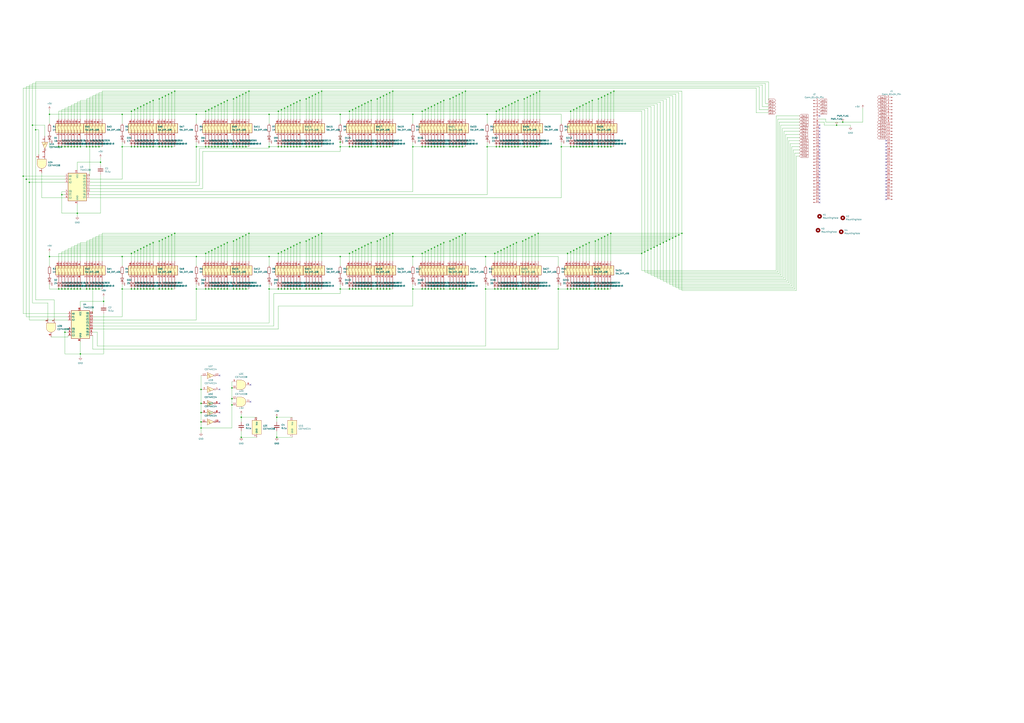
<source format=kicad_sch>
(kicad_sch (version 20230121) (generator eeschema)
  (paper "A1")
  (junction (at 408.94 237.49))
  (junction (at 499.11 77.47))
  (junction (at 191.77 120.65))
  (junction (at 118.11 86.36))
  (junction (at 81.28 120.65))
  (junction (at 199.39 237.49))
  (junction (at 374.65 78.74))
  (junction (at 302.26 83.82))
  (junction (at 110.49 207.01))
  (junction (at 434.34 195.58))
  (junction (at 410.21 120.65))
  (junction (at 436.88 194.31))
  (junction (at 236.22 204.47))
  (junction (at 304.8 237.49))
  (junction (at 379.73 76.2))
  (junction (at 466.09 208.28))
  (junction (at 320.04 237.49))
  (junction (at 143.51 74.93))
  (junction (at 191.77 81.28))
  (junction (at 256.54 120.65))
  (junction (at 501.65 191.77))
  (junction (at 184.15 237.49))
  (junction (at 243.84 237.49))
  (junction (at 471.17 90.17))
  (junction (at 322.58 191.77))
  (junction (at 488.95 198.12))
  (junction (at 55.88 237.49))
  (junction (at 483.87 120.65))
  (junction (at 198.12 359.41))
  (junction (at 297.18 86.36))
  (junction (at 496.57 194.31))
  (junction (at 299.72 201.93))
  (junction (at 186.69 199.39))
  (junction (at 411.48 237.49))
  (junction (at 438.15 77.47))
  (junction (at 416.56 237.49))
  (junction (at 435.61 78.74))
  (junction (at 48.26 120.65))
  (junction (at 231.14 120.65))
  (junction (at 314.96 78.74))
  (junction (at 140.97 76.2))
  (junction (at 196.85 78.74))
  (junction (at 499.11 120.65))
  (junction (at 398.78 210.82))
  (junction (at 410.21 90.17))
  (junction (at 82.55 133.35))
  (junction (at 420.37 120.65))
  (junction (at 71.12 120.65))
  (junction (at 130.81 81.28))
  (junction (at 349.25 90.17))
  (junction (at 256.54 195.58))
  (junction (at 539.75 201.93))
  (junction (at 168.91 208.28))
  (junction (at 499.11 193.04))
  (junction (at 115.57 120.65))
  (junction (at 161.29 210.82))
  (junction (at 379.73 120.65))
  (junction (at 231.14 207.01))
  (junction (at 434.34 237.49))
  (junction (at 407.67 120.65))
  (junction (at 78.74 237.49))
  (junction (at 259.08 194.31))
  (junction (at 309.88 120.65))
  (junction (at 143.51 191.77))
  (junction (at 431.8 196.85))
  (junction (at 294.64 120.65))
  (junction (at 491.49 81.28))
  (junction (at 322.58 74.93))
  (junction (at 461.01 120.65))
  (junction (at 356.87 120.65))
  (junction (at 354.33 204.47))
  (junction (at 292.1 88.9))
  (junction (at 171.45 207.01))
  (junction (at 125.73 199.39))
  (junction (at 133.35 196.85))
  (junction (at 115.57 237.49))
  (junction (at 138.43 77.47))
  (junction (at 194.31 80.01))
  (junction (at 554.99 194.31))
  (junction (at 19.05 144.78))
  (junction (at 369.57 81.28))
  (junction (at 486.41 120.65))
  (junction (at 76.2 120.65))
  (junction (at 351.79 205.74))
  (junction (at 382.27 191.77))
  (junction (at 496.57 78.74))
  (junction (at 312.42 120.65))
  (junction (at 406.4 208.28))
  (junction (at 246.38 82.55))
  (junction (at 466.09 237.49))
  (junction (at 374.65 195.58))
  (junction (at 194.31 120.65))
  (junction (at 238.76 120.65))
  (junction (at 259.08 120.65))
  (junction (at 264.16 74.93))
  (junction (at 24.13 149.86))
  (junction (at 400.05 120.65))
  (junction (at 251.46 120.65))
  (junction (at 292.1 120.65))
  (junction (at 486.41 82.55))
  (junction (at 481.33 120.65))
  (junction (at 377.19 120.65))
  (junction (at 113.03 205.74))
  (junction (at 351.79 120.65))
  (junction (at 261.62 76.2))
  (junction (at 494.03 237.49))
  (junction (at 279.4 116.84))
  (junction (at 377.19 194.31))
  (junction (at 110.49 90.17))
  (junction (at 476.25 120.65))
  (junction (at 312.42 196.85))
  (junction (at 289.56 120.65))
  (junction (at 190.5 318.77))
  (junction (at 165.1 346.71))
  (junction (at 287.02 91.44))
  (junction (at 76.2 237.49))
  (junction (at 504.19 74.93))
  (junction (at 431.8 237.49))
  (junction (at 199.39 120.65))
  (junction (at 468.63 91.44))
  (junction (at 161.29 237.49))
  (junction (at 113.03 120.65))
  (junction (at 168.91 237.49))
  (junction (at 199.39 194.31))
  (junction (at 476.25 203.2))
  (junction (at 400.05 93.98))
  (junction (at 264.16 191.77))
  (junction (at 243.84 83.82))
  (junction (at 359.41 85.09))
  (junction (at 107.95 237.49))
  (junction (at 279.4 210.82))
  (junction (at 161.29 120.65))
  (junction (at 220.98 93.98))
  (junction (at 190.5 332.74))
  (junction (at 351.79 237.49))
  (junction (at 241.3 120.65))
  (junction (at 165.1 351.79))
  (junction (at 547.37 198.12))
  (junction (at 261.62 193.04))
  (junction (at 138.43 194.31))
  (junction (at 412.75 88.9))
  (junction (at 294.64 204.47))
  (junction (at 339.09 210.82))
  (junction (at 107.95 91.44))
  (junction (at 236.22 87.63))
  (junction (at 168.91 120.65))
  (junction (at 181.61 120.65))
  (junction (at 125.73 237.49))
  (junction (at 196.85 120.65))
  (junction (at 429.26 237.49))
  (junction (at 309.88 237.49))
  (junction (at 50.8 237.49))
  (junction (at 294.64 87.63))
  (junction (at 186.69 120.65))
  (junction (at 421.64 200.66))
  (junction (at 356.87 86.36))
  (junction (at 173.99 88.9))
  (junction (at 133.35 120.65))
  (junction (at 181.61 237.49))
  (junction (at 349.25 207.01))
  (junction (at 58.42 120.65))
  (junction (at 231.14 237.49))
  (junction (at 118.11 203.2))
  (junction (at 243.84 120.65))
  (junction (at 424.18 237.49))
  (junction (at 186.69 82.55))
  (junction (at 297.18 237.49))
  (junction (at 115.57 204.47))
  (junction (at 171.45 237.49))
  (junction (at 317.5 237.49))
  (junction (at 204.47 74.93))
  (junction (at 478.79 237.49))
  (junction (at 228.6 237.49))
  (junction (at 123.19 200.66))
  (junction (at 123.19 83.82))
  (junction (at 532.13 205.74))
  (junction (at 113.03 237.49))
  (junction (at 361.95 120.65))
  (junction (at 220.98 120.65))
  (junction (at 194.31 237.49))
  (junction (at 374.65 237.49))
  (junction (at 220.98 237.49))
  (junction (at 233.68 120.65))
  (junction (at 58.42 237.49))
  (junction (at 369.57 120.65))
  (junction (at 179.07 120.65))
  (junction (at 433.07 120.65))
  (junction (at 354.33 237.49))
  (junction (at 414.02 237.49))
  (junction (at 483.87 237.49))
  (junction (at 320.04 120.65))
  (junction (at 135.89 120.65))
  (junction (at 125.73 82.55))
  (junction (at 339.09 120.65))
  (junction (at 542.29 200.66))
  (junction (at 359.41 201.93))
  (junction (at 165.1 320.04))
  (junction (at 359.41 120.65))
  (junction (at 320.04 193.04))
  (junction (at 254 80.01))
  (junction (at 398.78 237.49))
  (junction (at 287.02 237.49))
  (junction (at 346.71 91.44))
  (junction (at 302.26 237.49))
  (junction (at 372.11 80.01))
  (junction (at 382.27 74.93))
  (junction (at 289.56 90.17))
  (junction (at 440.69 76.2))
  (junction (at 299.72 120.65))
  (junction (at 254 120.65))
  (junction (at 417.83 86.36))
  (junction (at 107.95 208.28))
  (junction (at 71.12 237.49))
  (junction (at 48.26 237.49))
  (junction (at 220.98 210.82))
  (junction (at 481.33 85.09))
  (junction (at 374.65 120.65))
  (junction (at 120.65 120.65))
  (junction (at 66.04 120.65))
  (junction (at 287.02 208.28))
  (junction (at 228.6 208.28))
  (junction (at 471.17 205.74))
  (junction (at 356.87 237.49))
  (junction (at 312.42 80.01))
  (junction (at 228.6 120.65))
  (junction (at 425.45 120.65))
  (junction (at 289.56 207.01))
  (junction (at 439.42 193.04))
  (junction (at 361.95 200.66))
  (junction (at 476.25 237.49))
  (junction (at 292.1 237.49))
  (junction (at 241.3 201.93))
  (junction (at 100.33 120.65))
  (junction (at 161.29 93.98))
  (junction (at 259.08 77.47))
  (junction (at 369.57 198.12))
  (junction (at 233.68 237.49))
  (junction (at 436.88 237.49))
  (junction (at 483.87 199.39))
  (junction (at 168.91 91.44))
  (junction (at 238.76 237.49))
  (junction (at 184.15 120.65))
  (junction (at 349.25 237.49))
  (junction (at 241.3 85.09))
  (junction (at 491.49 120.65))
  (junction (at 354.33 120.65))
  (junction (at 560.07 191.77))
  (junction (at 113.03 88.9))
  (junction (at 81.28 237.49))
  (junction (at 364.49 82.55))
  (junction (at 557.53 193.04))
  (junction (at 173.99 205.74))
  (junction (at 60.96 120.65))
  (junction (at 176.53 237.49))
  (junction (at 529.59 207.01))
  (junction (at 314.96 120.65))
  (junction (at 481.33 237.49))
  (junction (at 297.18 120.65))
  (junction (at 236.22 237.49))
  (junction (at 408.94 207.01))
  (junction (at 238.76 203.2))
  (junction (at 138.43 120.65))
  (junction (at 140.97 237.49))
  (junction (at 130.81 198.12))
  (junction (at 369.57 237.49))
  (junction (at 304.8 120.65))
  (junction (at 256.54 237.49))
  (junction (at 499.11 237.49))
  (junction (at 243.84 200.66))
  (junction (at 687.07 102.87))
  (junction (at 176.53 87.63))
  (junction (at 26.67 102.87))
  (junction (at 50.8 160.02))
  (junction (at 433.07 80.01))
  (junction (at 125.73 120.65))
  (junction (at 361.95 237.49))
  (junction (at 241.3 237.49))
  (junction (at 458.47 237.49))
  (junction (at 118.11 237.49))
  (junction (at 471.17 120.65))
  (junction (at 317.5 120.65))
  (junction (at 138.43 237.49))
  (junction (at 317.5 194.31))
  (junction (at 40.64 210.82))
  (junction (at 63.5 120.65))
  (junction (at 346.71 120.65))
  (junction (at 289.56 237.49))
  (junction (at 165.1 331.47))
  (junction (at 299.72 85.09))
  (junction (at 491.49 196.85))
  (junction (at 501.65 120.65))
  (junction (at 468.63 207.01))
  (junction (at 471.17 237.49))
  (junction (at 422.91 83.82))
  (junction (at 63.5 237.49))
  (junction (at 191.77 198.12))
  (junction (at 236.22 120.65))
  (junction (at 196.85 237.49))
  (junction (at 377.19 77.47))
  (junction (at 364.49 199.39))
  (junction (at 488.95 237.49))
  (junction (at 130.81 237.49))
  (junction (at 50.8 120.65))
  (junction (at 443.23 74.93))
  (junction (at 85.09 247.65))
  (junction (at 228.6 91.44))
  (junction (at 411.48 205.74))
  (junction (at 135.89 78.74))
  (junction (at 351.79 88.9))
  (junction (at 110.49 237.49))
  (junction (at 440.69 120.65))
  (junction (at 173.99 120.65))
  (junction (at 176.53 120.65))
  (junction (at 120.65 85.09))
  (junction (at 439.42 237.49))
  (junction (at 29.21 106.68))
  (junction (at 304.8 82.55))
  (junction (at 527.05 208.28))
  (junction (at 238.76 86.36))
  (junction (at 415.29 120.65))
  (junction (at 261.62 120.65))
  (junction (at 314.96 195.58))
  (junction (at 246.38 120.65))
  (junction (at 181.61 201.93))
  (junction (at 478.79 201.93))
  (junction (at 415.29 87.63))
  (junction (at 294.64 237.49))
  (junction (at 412.75 120.65))
  (junction (at 309.88 81.28))
  (junction (at 196.85 195.58))
  (junction (at 297.18 203.2))
  (junction (at 135.89 237.49))
  (junction (at 549.91 196.85))
  (junction (at 190.5 327.66))
  (junction (at 292.1 205.74))
  (junction (at 78.74 120.65))
  (junction (at 438.15 120.65))
  (junction (at 339.09 93.98))
  (junction (at 231.14 90.17))
  (junction (at 259.08 237.49))
  (junction (at 354.33 87.63))
  (junction (at 407.67 91.44))
  (junction (at 115.57 87.63))
  (junction (at 491.49 237.49))
  (junction (at 171.45 90.17))
  (junction (at 425.45 82.55))
  (junction (at 204.47 191.77))
  (junction (at 414.02 204.47))
  (junction (at 534.67 204.47))
  (junction (at 416.56 203.2))
  (junction (at 406.4 237.49))
  (junction (at 201.93 76.2))
  (junction (at 346.71 208.28))
  (junction (at 299.72 237.49))
  (junction (at 476.25 87.63))
  (junction (at 279.4 93.98))
  (junction (at 186.69 237.49))
  (junction (at 133.35 80.01))
  (junction (at 179.07 203.2))
  (junction (at 53.34 237.49))
  (junction (at 379.73 193.04))
  (junction (at 468.63 120.65))
  (junction (at 254 237.49))
  (junction (at 473.71 120.65))
  (junction (at 100.33 210.82))
  (junction (at 123.19 120.65))
  (junction (at 233.68 205.74))
  (junction (at 140.97 120.65))
  (junction (at 120.65 237.49))
  (junction (at 430.53 81.28))
  (junction (at 184.15 200.66))
  (junction (at 377.19 237.49))
  (junction (at 246.38 237.49))
  (junction (at 356.87 203.2))
  (junction (at 441.96 191.77))
  (junction (at 279.4 237.49))
  (junction (at 552.45 195.58))
  (junction (at 287.02 120.65))
  (junction (at 179.07 86.36))
  (junction (at 123.19 237.49))
  (junction (at 494.03 195.58))
  (junction (at 302.26 120.65))
  (junction (at 359.41 237.49))
  (junction (at 364.49 237.49))
  (junction (at 140.97 193.04))
  (junction (at 312.42 237.49))
  (junction (at 201.93 120.65))
  (junction (at 171.45 120.65))
  (junction (at 429.26 198.12))
  (junction (at 483.87 83.82))
  (junction (at 494.03 80.01))
  (junction (at 372.11 196.85))
  (junction (at 233.68 88.9))
  (junction (at 419.1 237.49))
  (junction (at 501.65 76.2))
  (junction (at 63.5 175.26))
  (junction (at 254 196.85))
  (junction (at 494.03 120.65))
  (junction (at 364.49 120.65))
  (junction (at 430.53 120.65))
  (junction (at 419.1 201.93))
  (junction (at 692.15 100.33))
  (junction (at 165.1 339.09))
  (junction (at 279.4 120.65))
  (junction (at 309.88 198.12))
  (junction (at 421.64 237.49))
  (junction (at 194.31 196.85))
  (junction (at 256.54 78.74))
  (junction (at 468.63 237.49))
  (junction (at 246.38 199.39))
  (junction (at 181.61 85.09))
  (junction (at 339.09 237.49))
  (junction (at 66.04 237.49))
  (junction (at 201.93 237.49))
  (junction (at 201.93 193.04))
  (junction (at 118.11 120.65))
  (junction (at 100.33 237.49))
  (junction (at 478.79 86.36))
  (junction (at 107.95 120.65))
  (junction (at 422.91 120.65))
  (junction (at 346.71 237.49))
  (junction (at 130.81 120.65))
  (junction (at 100.33 93.98))
  (junction (at 420.37 85.09))
  (junction (at 304.8 199.39))
  (junction (at 135.89 195.58))
  (junction (at 199.39 77.47))
  (junction (at 40.64 93.98))
  (junction (at 473.71 88.9))
  (junction (at 537.21 203.2))
  (junction (at 435.61 120.65))
  (junction (at 544.83 199.39))
  (junction (at 21.59 147.32))
  (junction (at 496.57 237.49))
  (junction (at 314.96 237.49))
  (junction (at 349.25 120.65))
  (junction (at 227.33 342.9))
  (junction (at 417.83 120.65))
  (junction (at 379.73 237.49))
  (junction (at 302.26 200.66))
  (junction (at 478.79 120.65))
  (junction (at 110.49 120.65))
  (junction (at 176.53 204.47))
  (junction (at 317.5 77.47))
  (junction (at 424.18 199.39))
  (junction (at 496.57 120.65))
  (junction (at 191.77 237.49))
  (junction (at 251.46 198.12))
  (junction (at 320.04 76.2))
  (junction (at 173.99 237.49))
  (junction (at 184.15 83.82))
  (junction (at 198.12 342.9))
  (junction (at 251.46 81.28))
  (junction (at 361.95 83.82))
  (junction (at 55.88 120.65))
  (junction (at 251.46 237.49))
  (junction (at 120.65 201.93))
  (junction (at 53.34 120.65))
  (junction (at 53.34 273.05))
  (junction (at 372.11 120.65))
  (junction (at 473.71 237.49))
  (junction (at 261.62 237.49))
  (junction (at 60.96 237.49))
  (junction (at 73.66 120.65))
  (junction (at 66.04 290.83))
  (junction (at 73.66 237.49))
  (junction (at 227.33 359.41))
  (junction (at 481.33 200.66))
  (junction (at 473.71 204.47))
  (junction (at 179.07 237.49))
  (junction (at 133.35 237.49))
  (junction (at 372.11 237.49))
  (no_connect (at 727.71 161.29))
  (no_connect (at 673.1 113.03))
  (no_connect (at 727.71 138.43))
  (no_connect (at 727.71 133.35))
  (no_connect (at 673.1 156.21))
  (no_connect (at 180.34 331.47))
  (no_connect (at 727.71 123.19))
  (no_connect (at 673.1 95.25))
  (no_connect (at 180.34 346.71))
  (no_connect (at 727.71 115.57))
  (no_connect (at 205.74 330.2))
  (no_connect (at 673.1 128.27))
  (no_connect (at 673.1 135.89))
  (no_connect (at 673.1 143.51))
  (no_connect (at 727.71 153.67))
  (no_connect (at 673.1 166.37))
  (no_connect (at 205.74 316.23))
  (no_connect (at 673.1 153.67))
  (no_connect (at 727.71 146.05))
  (no_connect (at 727.71 148.59))
  (no_connect (at 727.71 120.65))
  (no_connect (at 673.1 102.87))
  (no_connect (at 673.1 125.73))
  (no_connect (at 180.34 339.09))
  (no_connect (at 727.71 125.73))
  (no_connect (at 673.1 123.19))
  (no_connect (at 673.1 151.13))
  (no_connect (at 673.1 163.83))
  (no_connect (at 180.34 308.61))
  (no_connect (at 673.1 138.43))
  (no_connect (at 727.71 143.51))
  (no_connect (at 673.1 161.29))
  (no_connect (at 673.1 105.41))
  (no_connect (at 727.71 128.27))
  (no_connect (at 727.71 140.97))
  (no_connect (at 673.1 120.65))
  (no_connect (at 673.1 148.59))
  (no_connect (at 673.1 110.49))
  (no_connect (at 727.71 118.11))
  (no_connect (at 727.71 156.21))
  (no_connect (at 673.1 107.95))
  (no_connect (at 673.1 146.05))
  (no_connect (at 727.71 130.81))
  (no_connect (at 673.1 133.35))
  (no_connect (at 673.1 158.75))
  (no_connect (at 673.1 140.97))
  (no_connect (at 673.1 118.11))
  (no_connect (at 727.71 163.83))
  (no_connect (at 673.1 130.81))
  (no_connect (at 727.71 158.75))
  (no_connect (at 727.71 135.89))
  (no_connect (at 673.1 115.57))
  (no_connect (at 180.34 320.04))
  (no_connect (at 727.71 151.13))
  (wire (pts (xy 287.02 208.28) (xy 228.6 208.28)))
  (wire (pts (xy 186.69 199.39) (xy 246.38 199.39)))
  (wire (pts (xy 60.96 97.79) (xy 60.96 85.09)))
  (wire (pts (xy 21.59 147.32) (xy 21.59 71.12)))
  (wire (pts (xy 294.64 204.47) (xy 354.33 204.47)))
  (wire (pts (xy 55.88 273.05) (xy 53.34 273.05)))
  (wire (pts (xy 430.53 81.28) (xy 491.49 81.28)))
  (wire (pts (xy 314.96 78.74) (xy 374.65 78.74)))
  (wire (pts (xy 351.79 88.9) (xy 351.79 97.79)))
  (wire (pts (xy 19.05 144.78) (xy 53.34 144.78)))
  (wire (pts (xy 259.08 214.63) (xy 259.08 194.31)))
  (wire (pts (xy 80.01 284.48) (xy 80.01 273.05)))
  (wire (pts (xy 621.03 92.71) (xy 631.19 92.71)))
  (wire (pts (xy 461.01 162.56) (xy 461.01 120.65)))
  (wire (pts (xy 184.15 83.82) (xy 184.15 97.79)))
  (wire (pts (xy 220.98 210.82) (xy 161.29 210.82)))
  (wire (pts (xy 361.95 83.82) (xy 422.91 83.82)))
  (wire (pts (xy 55.88 260.35) (xy 21.59 260.35)))
  (wire (pts (xy 440.69 76.2) (xy 501.65 76.2)))
  (wire (pts (xy 416.56 203.2) (xy 416.56 214.63)))
  (wire (pts (xy 554.99 194.31) (xy 554.99 236.22)))
  (wire (pts (xy 473.71 120.65) (xy 476.25 120.65)))
  (wire (pts (xy 430.53 81.28) (xy 430.53 97.79)))
  (wire (pts (xy 171.45 237.49) (xy 173.99 237.49)))
  (wire (pts (xy 73.66 97.79) (xy 73.66 80.01)))
  (wire (pts (xy 181.61 237.49) (xy 184.15 237.49)))
  (wire (pts (xy 53.34 273.05) (xy 53.34 270.51)))
  (wire (pts (xy 279.4 116.84) (xy 279.4 120.65)))
  (wire (pts (xy 356.87 203.2) (xy 416.56 203.2)))
  (wire (pts (xy 58.42 86.36) (xy 118.11 86.36)))
  (wire (pts (xy 646.43 231.14) (xy 646.43 113.03)))
  (wire (pts (xy 435.61 78.74) (xy 496.57 78.74)))
  (wire (pts (xy 468.63 237.49) (xy 466.09 237.49)))
  (wire (pts (xy 76.2 214.63) (xy 76.2 195.58)))
  (wire (pts (xy 110.49 207.01) (xy 110.49 214.63)))
  (wire (pts (xy 441.96 191.77) (xy 501.65 191.77)))
  (wire (pts (xy 400.05 116.84) (xy 400.05 120.65)))
  (wire (pts (xy 110.49 120.65) (xy 113.03 120.65)))
  (wire (pts (xy 24.13 262.89) (xy 24.13 149.86)))
  (wire (pts (xy 364.49 120.65) (xy 369.57 120.65)))
  (wire (pts (xy 184.15 120.65) (xy 186.69 120.65)))
  (wire (pts (xy 309.88 81.28) (xy 369.57 81.28)))
  (wire (pts (xy 125.73 237.49) (xy 130.81 237.49)))
  (wire (pts (xy 458.47 237.49) (xy 458.47 233.68)))
  (wire (pts (xy 194.31 237.49) (xy 196.85 237.49)))
  (wire (pts (xy 83.82 97.79) (xy 83.82 74.93)))
  (wire (pts (xy 81.28 214.63) (xy 81.28 193.04)))
  (wire (pts (xy 486.41 82.55) (xy 486.41 97.79)))
  (wire (pts (xy 173.99 88.9) (xy 173.99 97.79)))
  (wire (pts (xy 320.04 193.04) (xy 320.04 214.63)))
  (wire (pts (xy 171.45 90.17) (xy 110.49 90.17)))
  (wire (pts (xy 251.46 81.28) (xy 251.46 97.79)))
  (wire (pts (xy 412.75 88.9) (xy 412.75 97.79)))
  (wire (pts (xy 364.49 82.55) (xy 304.8 82.55)))
  (wire (pts (xy 63.5 200.66) (xy 123.19 200.66)))
  (wire (pts (xy 143.51 214.63) (xy 143.51 191.77)))
  (wire (pts (xy 190.5 313.69) (xy 190.5 318.77)))
  (wire (pts (xy 354.33 87.63) (xy 354.33 97.79)))
  (wire (pts (xy 168.91 208.28) (xy 107.95 208.28)))
  (wire (pts (xy 292.1 88.9) (xy 351.79 88.9)))
  (wire (pts (xy 422.91 83.82) (xy 483.87 83.82)))
  (wire (pts (xy 424.18 199.39) (xy 483.87 199.39)))
  (wire (pts (xy 374.65 195.58) (xy 434.34 195.58)))
  (wire (pts (xy 29.21 246.38) (xy 44.45 246.38)))
  (wire (pts (xy 476.25 87.63) (xy 476.25 97.79)))
  (wire (pts (xy 50.8 120.65) (xy 53.34 120.65)))
  (wire (pts (xy 398.78 284.48) (xy 398.78 237.49)))
  (wire (pts (xy 468.63 91.44) (xy 527.05 91.44)))
  (wire (pts (xy 374.65 237.49) (xy 377.19 237.49)))
  (wire (pts (xy 314.96 78.74) (xy 314.96 97.79)))
  (wire (pts (xy 238.76 120.65) (xy 241.3 120.65)))
  (wire (pts (xy 673.1 100.33) (xy 676.91 100.33)))
  (wire (pts (xy 317.5 97.79) (xy 317.5 77.47)))
  (wire (pts (xy 374.65 120.65) (xy 377.19 120.65)))
  (wire (pts (xy 201.93 120.65) (xy 204.47 120.65)))
  (wire (pts (xy 251.46 198.12) (xy 309.88 198.12)))
  (wire (pts (xy 439.42 237.49) (xy 436.88 237.49)))
  (wire (pts (xy 501.65 120.65) (xy 504.19 120.65)))
  (wire (pts (xy 66.04 280.67) (xy 66.04 290.83)))
  (wire (pts (xy 491.49 196.85) (xy 549.91 196.85)))
  (wire (pts (xy 641.35 102.87) (xy 641.35 226.06)))
  (wire (pts (xy 297.18 214.63) (xy 297.18 203.2)))
  (wire (pts (xy 369.57 81.28) (xy 369.57 97.79)))
  (wire (pts (xy 246.38 97.79) (xy 246.38 82.55)))
  (wire (pts (xy 339.09 93.98) (xy 400.05 93.98)))
  (wire (pts (xy 424.18 199.39) (xy 424.18 214.63)))
  (wire (pts (xy 196.85 78.74) (xy 256.54 78.74)))
  (wire (pts (xy 359.41 237.49) (xy 361.95 237.49)))
  (wire (pts (xy 369.57 198.12) (xy 369.57 214.63)))
  (wire (pts (xy 414.02 237.49) (xy 411.48 237.49)))
  (wire (pts (xy 236.22 237.49) (xy 238.76 237.49)))
  (wire (pts (xy 499.11 77.47) (xy 499.11 97.79)))
  (wire (pts (xy 161.29 218.44) (xy 161.29 210.82)))
  (wire (pts (xy 420.37 120.65) (xy 422.91 120.65)))
  (wire (pts (xy 66.04 290.83) (xy 66.04 293.37)))
  (wire (pts (xy 297.18 97.79) (xy 297.18 86.36)))
  (wire (pts (xy 143.51 97.79) (xy 143.51 74.93)))
  (wire (pts (xy 339.09 218.44) (xy 339.09 210.82)))
  (wire (pts (xy 73.66 157.48) (xy 339.09 157.48)))
  (wire (pts (xy 476.25 87.63) (xy 534.67 87.63)))
  (wire (pts (xy 261.62 76.2) (xy 320.04 76.2)))
  (wire (pts (xy 165.1 339.09) (xy 165.1 346.71)))
  (wire (pts (xy 491.49 237.49) (xy 488.95 237.49)))
  (wire (pts (xy 289.56 90.17) (xy 231.14 90.17)))
  (wire (pts (xy 201.93 76.2) (xy 261.62 76.2)))
  (wire (pts (xy 420.37 85.09) (xy 420.37 97.79)))
  (wire (pts (xy 259.08 77.47) (xy 199.39 77.47)))
  (wire (pts (xy 55.88 262.89) (xy 24.13 262.89)))
  (wire (pts (xy 228.6 237.49) (xy 231.14 237.49)))
  (wire (pts (xy 166.37 124.46) (xy 166.37 154.94)))
  (wire (pts (xy 320.04 120.65) (xy 322.58 120.65)))
  (wire (pts (xy 400.05 120.65) (xy 407.67 120.65)))
  (wire (pts (xy 539.75 201.93) (xy 539.75 228.6)))
  (wire (pts (xy 294.64 87.63) (xy 294.64 97.79)))
  (wire (pts (xy 181.61 85.09) (xy 181.61 97.79)))
  (wire (pts (xy 259.08 237.49) (xy 261.62 237.49)))
  (wire (pts (xy 179.07 86.36) (xy 118.11 86.36)))
  (wire (pts (xy 279.4 237.49) (xy 287.02 237.49)))
  (wire (pts (xy 53.34 205.74) (xy 113.03 205.74)))
  (wire (pts (xy 369.57 120.65) (xy 372.11 120.65)))
  (wire (pts (xy 359.41 201.93) (xy 359.41 214.63)))
  (wire (pts (xy 441.96 237.49) (xy 439.42 237.49)))
  (wire (pts (xy 120.65 85.09) (xy 181.61 85.09)))
  (wire (pts (xy 299.72 237.49) (xy 302.26 237.49)))
  (wire (pts (xy 48.26 208.28) (xy 107.95 208.28)))
  (wire (pts (xy 416.56 237.49) (xy 414.02 237.49)))
  (wire (pts (xy 433.07 80.01) (xy 494.03 80.01)))
  (wire (pts (xy 179.07 237.49) (xy 181.61 237.49)))
  (wire (pts (xy 63.5 139.7) (xy 63.5 133.35)))
  (wire (pts (xy 238.76 203.2) (xy 179.07 203.2)))
  (wire (pts (xy 81.28 193.04) (xy 140.97 193.04)))
  (wire (pts (xy 673.1 97.79) (xy 678.18 97.79)))
  (wire (pts (xy 429.26 198.12) (xy 488.95 198.12)))
  (wire (pts (xy 292.1 120.65) (xy 294.64 120.65)))
  (wire (pts (xy 199.39 120.65) (xy 201.93 120.65)))
  (wire (pts (xy 259.08 194.31) (xy 199.39 194.31)))
  (wire (pts (xy 194.31 80.01) (xy 254 80.01)))
  (wire (pts (xy 201.93 214.63) (xy 201.93 193.04)))
  (wire (pts (xy 349.25 214.63) (xy 349.25 207.01)))
  (wire (pts (xy 171.45 207.01) (xy 110.49 207.01)))
  (wire (pts (xy 130.81 198.12) (xy 130.81 214.63)))
  (wire (pts (xy 243.84 200.66) (xy 243.84 214.63)))
  (wire (pts (xy 431.8 214.63) (xy 431.8 196.85)))
  (wire (pts (xy 120.65 120.65) (xy 123.19 120.65)))
  (wire (pts (xy 73.66 214.63) (xy 73.66 196.85)))
  (wire (pts (xy 173.99 205.74) (xy 173.99 214.63)))
  (wire (pts (xy 287.02 97.79) (xy 287.02 91.44)))
  (wire (pts (xy 227.33 359.41) (xy 240.03 359.41)))
  (wire (pts (xy 143.51 74.93) (xy 204.47 74.93)))
  (wire (pts (xy 560.07 238.76) (xy 654.05 238.76)))
  (wire (pts (xy 320.04 76.2) (xy 320.04 97.79)))
  (wire (pts (xy 53.34 97.79) (xy 53.34 88.9)))
  (wire (pts (xy 125.73 120.65) (xy 130.81 120.65)))
  (wire (pts (xy 228.6 270.51) (xy 76.2 270.51)))
  (wire (pts (xy 476.25 237.49) (xy 473.71 237.49)))
  (wire (pts (xy 246.38 237.49) (xy 251.46 237.49)))
  (wire (pts (xy 261.62 214.63) (xy 261.62 193.04)))
  (wire (pts (xy 123.19 237.49) (xy 125.73 237.49)))
  (wire (pts (xy 339.09 251.46) (xy 339.09 237.49)))
  (wire (pts (xy 687.07 102.87) (xy 698.5 102.87)))
  (wire (pts (xy 135.89 195.58) (xy 135.89 214.63)))
  (wire (pts (xy 220.98 121.92) (xy 163.83 121.92)))
  (wire (pts (xy 26.67 102.87) (xy 26.67 248.92)))
  (wire (pts (xy 161.29 262.89) (xy 76.2 262.89)))
  (wire (pts (xy 483.87 199.39) (xy 544.83 199.39)))
  (wire (pts (xy 186.69 82.55) (xy 246.38 82.55)))
  (wire (pts (xy 361.95 200.66) (xy 361.95 214.63)))
  (wire (pts (xy 379.73 120.65) (xy 382.27 120.65)))
  (wire (pts (xy 66.04 247.65) (xy 66.04 252.73)))
  (wire (pts (xy 640.08 224.79) (xy 640.08 100.33)))
  (wire (pts (xy 176.53 237.49) (xy 179.07 237.49)))
  (wire (pts (xy 123.19 200.66) (xy 184.15 200.66)))
  (wire (pts (xy 135.89 78.74) (xy 196.85 78.74)))
  (wire (pts (xy 359.41 85.09) (xy 359.41 97.79)))
  (wire (pts (xy 233.68 88.9) (xy 292.1 88.9)))
  (wire (pts (xy 179.07 203.2) (xy 118.11 203.2)))
  (wire (pts (xy 60.96 237.49) (xy 63.5 237.49)))
  (wire (pts (xy 436.88 194.31) (xy 436.88 214.63)))
  (wire (pts (xy 356.87 237.49) (xy 359.41 237.49)))
  (wire (pts (xy 238.76 97.79) (xy 238.76 86.36)))
  (wire (pts (xy 220.98 120.65) (xy 228.6 120.65)))
  (wire (pts (xy 50.8 160.02) (xy 50.8 157.48)))
  (wire (pts (xy 369.57 198.12) (xy 429.26 198.12)))
  (wire (pts (xy 204.47 74.93) (xy 264.16 74.93)))
  (wire (pts (xy 201.93 193.04) (xy 261.62 193.04)))
  (wire (pts (xy 113.03 205.74) (xy 173.99 205.74)))
  (wire (pts (xy 481.33 85.09) (xy 539.75 85.09)))
  (wire (pts (xy 82.55 175.26) (xy 63.5 175.26)))
  (wire (pts (xy 407.67 91.44) (xy 407.67 97.79)))
  (wire (pts (xy 419.1 201.93) (xy 478.79 201.93)))
  (wire (pts (xy 50.8 97.79) (xy 50.8 90.17)))
  (wire (pts (xy 317.5 237.49) (xy 320.04 237.49)))
  (wire (pts (xy 351.79 120.65) (xy 354.33 120.65)))
  (wire (pts (xy 73.66 80.01) (xy 133.35 80.01)))
  (wire (pts (xy 190.5 327.66) (xy 190.5 332.74)))
  (wire (pts (xy 83.82 74.93) (xy 143.51 74.93)))
  (wire (pts (xy 417.83 86.36) (xy 478.79 86.36)))
  (wire (pts (xy 279.4 237.49) (xy 279.4 241.3)))
  (wire (pts (xy 120.65 201.93) (xy 181.61 201.93)))
  (wire (pts (xy 228.6 97.79) (xy 228.6 91.44)))
  (wire (pts (xy 168.91 91.44) (xy 107.95 91.44)))
  (wire (pts (xy 416.56 203.2) (xy 476.25 203.2)))
  (wire (pts (xy 85.09 243.84) (xy 85.09 247.65)))
  (wire (pts (xy 299.72 201.93) (xy 359.41 201.93)))
  (wire (pts (xy 481.33 237.49) (xy 478.79 237.49)))
  (wire (pts (xy 256.54 120.65) (xy 259.08 120.65)))
  (wire (pts (xy 458.47 287.02) (xy 458.47 237.49)))
  (wire (pts (xy 168.91 120.65) (xy 171.45 120.65)))
  (wire (pts (xy 435.61 120.65) (xy 438.15 120.65)))
  (wire (pts (xy 82.55 143.51) (xy 82.55 175.26)))
  (wire (pts (xy 377.19 214.63) (xy 377.19 194.31)))
  (wire (pts (xy 438.15 120.65) (xy 440.69 120.65)))
  (wire (pts (xy 359.41 201.93) (xy 419.1 201.93)))
  (wire (pts (xy 491.49 81.28) (xy 491.49 97.79)))
  (wire (pts (xy 382.27 191.77) (xy 441.96 191.77)))
  (wire (pts (xy 138.43 194.31) (xy 199.39 194.31)))
  (wire (pts (xy 473.71 237.49) (xy 471.17 237.49)))
  (wire (pts (xy 26.67 68.58) (xy 628.65 68.58)))
  (wire (pts (xy 60.96 214.63) (xy 60.96 201.93)))
  (wire (pts (xy 264.16 97.79) (xy 264.16 74.93)))
  (wire (pts (xy 165.1 346.71) (xy 165.1 351.79)))
  (wire (pts (xy 650.24 234.95) (xy 552.45 234.95)))
  (wire (pts (xy 163.83 121.92) (xy 163.83 152.4)))
  (wire (pts (xy 377.19 194.31) (xy 317.5 194.31)))
  (wire (pts (xy 196.85 78.74) (xy 196.85 97.79)))
  (wire (pts (xy 379.73 76.2) (xy 440.69 76.2)))
  (wire (pts (xy 297.18 237.49) (xy 299.72 237.49)))
  (wire (pts (xy 434.34 195.58) (xy 494.03 195.58)))
  (wire (pts (xy 228.6 214.63) (xy 228.6 208.28)))
  (wire (pts (xy 466.09 208.28) (xy 466.09 214.63)))
  (wire (pts (xy 123.19 200.66) (xy 123.19 214.63)))
  (wire (pts (xy 78.74 237.49) (xy 81.28 237.49)))
  (wire (pts (xy 354.33 204.47) (xy 354.33 214.63)))
  (wire (pts (xy 140.97 237.49) (xy 143.51 237.49)))
  (wire (pts (xy 429.26 198.12) (xy 429.26 214.63)))
  (wire (pts (xy 241.3 85.09) (xy 241.3 97.79)))
  (wire (pts (xy 304.8 97.79) (xy 304.8 82.55)))
  (wire (pts (xy 100.33 237.49) (xy 107.95 237.49)))
  (wire (pts (xy 73.66 154.94) (xy 166.37 154.94)))
  (wire (pts (xy 552.45 195.58) (xy 552.45 234.95)))
  (wire (pts (xy 71.12 214.63) (xy 71.12 198.12)))
  (wire (pts (xy 254 196.85) (xy 254 214.63)))
  (wire (pts (xy 50.8 214.63) (xy 50.8 207.01)))
  (wire (pts (xy 312.42 196.85) (xy 312.42 214.63)))
  (wire (pts (xy 100.33 260.35) (xy 76.2 260.35)))
  (wire (pts (xy 692.15 100.33) (xy 678.18 100.33)))
  (wire (pts (xy 287.02 237.49) (xy 289.56 237.49)))
  (wire (pts (xy 251.46 81.28) (xy 309.88 81.28)))
  (wire (pts (xy 130.81 81.28) (xy 130.81 97.79)))
  (wire (pts (xy 364.49 97.79) (xy 364.49 82.55)))
  (wire (pts (xy 400.05 93.98) (xy 461.01 93.98)))
  (wire (pts (xy 441.96 191.77) (xy 441.96 214.63)))
  (wire (pts (xy 71.12 237.49) (xy 73.66 237.49)))
  (wire (pts (xy 224.79 267.97) (xy 76.2 267.97)))
  (wire (pts (xy 238.76 237.49) (xy 241.3 237.49)))
  (wire (pts (xy 650.24 120.65) (xy 650.24 234.95)))
  (wire (pts (xy 76.2 97.79) (xy 76.2 78.74)))
  (wire (pts (xy 483.87 214.63) (xy 483.87 199.39)))
  (wire (pts (xy 529.59 207.01) (xy 529.59 223.52)))
  (wire (pts (xy 468.63 91.44) (xy 468.63 97.79)))
  (wire (pts (xy 251.46 198.12) (xy 251.46 214.63)))
  (wire (pts (xy 53.34 88.9) (xy 113.03 88.9)))
  (wire (pts (xy 50.8 175.26) (xy 50.8 160.02)))
  (wire (pts (xy 55.88 204.47) (xy 115.57 204.47)))
  (wire (pts (xy 361.95 237.49) (xy 364.49 237.49)))
  (wire (pts (xy 227.33 354.33) (xy 227.33 359.41)))
  (wire (pts (xy 210.82 359.41) (xy 198.12 359.41)))
  (wire (pts (xy 354.33 204.47) (xy 414.02 204.47)))
  (wire (pts (xy 194.31 196.85) (xy 254 196.85)))
  (wire (pts (xy 115.57 87.63) (xy 176.53 87.63)))
  (wire (pts (xy 544.83 199.39) (xy 544.83 231.14)))
  (wire (pts (xy 100.33 93.98) (xy 40.64 93.98)))
  (wire (pts (xy 527.05 91.44) (xy 527.05 208.28)))
  (wire (pts (xy 191.77 237.49) (xy 194.31 237.49)))
  (wire (pts (xy 436.88 237.49) (xy 434.34 237.49)))
  (wire (pts (xy 63.5 214.63) (xy 63.5 200.66)))
  (wire (pts (xy 473.71 204.47) (xy 473.71 214.63)))
  (wire (pts (xy 339.09 210.82) (xy 279.4 210.82)))
  (wire (pts (xy 171.45 97.79) (xy 171.45 90.17)))
  (wire (pts (xy 186.69 214.63) (xy 186.69 199.39)))
  (wire (pts (xy 643.89 107.95) (xy 656.59 107.95)))
  (wire (pts (xy 302.26 83.82) (xy 302.26 97.79)))
  (wire (pts (xy 254 120.65) (xy 256.54 120.65)))
  (wire (pts (xy 299.72 85.09) (xy 359.41 85.09)))
  (wire (pts (xy 304.8 237.49) (xy 309.88 237.49)))
  (wire (pts (xy 161.29 116.84) (xy 161.29 120.65)))
  (wire (pts (xy 198.12 346.71) (xy 198.12 342.9)))
  (wire (pts (xy 297.18 120.65) (xy 299.72 120.65)))
  (wire (pts (xy 26.67 68.58) (xy 26.67 102.87)))
  (wire (pts (xy 198.12 359.41) (xy 198.12 354.33)))
  (wire (pts (xy 259.08 120.65) (xy 261.62 120.65)))
  (wire (pts (xy 425.45 82.55) (xy 425.45 97.79)))
  (wire (pts (xy 410.21 120.65) (xy 412.75 120.65)))
  (wire (pts (xy 466.09 237.49) (xy 458.47 237.49)))
  (wire (pts (xy 85.09 290.83) (xy 85.09 257.81)))
  (wire (pts (xy 100.33 120.65) (xy 107.95 120.65)))
  (wire (pts (xy 650.24 120.65) (xy 656.59 120.65)))
  (wire (pts (xy 120.65 201.93) (xy 120.65 214.63)))
  (wire (pts (xy 118.11 86.36) (xy 118.11 97.79)))
  (wire (pts (xy 76.2 78.74) (xy 135.89 78.74)))
  (wire (pts (xy 322.58 74.93) (xy 382.27 74.93)))
  (wire (pts (xy 55.88 257.81) (xy 19.05 257.81)))
  (wire (pts (xy 29.21 67.31) (xy 29.21 106.68)))
  (wire (pts (xy 161.29 237.49) (xy 161.29 262.89)))
  (wire (pts (xy 243.84 200.66) (xy 302.26 200.66)))
  (wire (pts (xy 123.19 120.65) (xy 125.73 120.65)))
  (wire (pts (xy 422.91 83.82) (xy 422.91 97.79)))
  (wire (pts (xy 40.64 116.84) (xy 40.64 120.65)))
  (wire (pts (xy 552.45 78.74) (xy 552.45 195.58)))
  (wire (pts (xy 254 80.01) (xy 254 97.79)))
  (wire (pts (xy 648.97 118.11) (xy 656.59 118.11)))
  (wire (pts (xy 220.98 233.68) (xy 220.98 237.49)))
  (wire (pts (xy 419.1 201.93) (xy 419.1 214.63)))
  (wire (pts (xy 76.2 120.65) (xy 78.74 120.65)))
  (wire (pts (xy 261.62 120.65) (xy 264.16 120.65)))
  (wire (pts (xy 349.25 207.01) (xy 408.94 207.01)))
  (wire (pts (xy 356.87 203.2) (xy 297.18 203.2)))
  (wire (pts (xy 140.97 97.79) (xy 140.97 76.2)))
  (wire (pts (xy 55.88 120.65) (xy 58.42 120.65)))
  (wire (pts (xy 641.35 226.06) (xy 534.67 226.06)))
  (wire (pts (xy 433.07 120.65) (xy 435.61 120.65)))
  (wire (pts (xy 346.71 91.44) (xy 287.02 91.44)))
  (wire (pts (xy 241.3 201.93) (xy 241.3 214.63)))
  (wire (pts (xy 481.33 200.66) (xy 542.29 200.66)))
  (wire (pts (xy 411.48 205.74) (xy 411.48 214.63)))
  (wire (pts (xy 168.91 214.63) (xy 168.91 208.28)))
  (wire (pts (xy 431.8 237.49) (xy 429.26 237.49)))
  (wire (pts (xy 66.04 237.49) (xy 71.12 237.49)))
  (wire (pts (xy 78.74 77.47) (xy 138.43 77.47)))
  (wire (pts (xy 196.85 237.49) (xy 199.39 237.49)))
  (wire (pts (xy 264.16 191.77) (xy 322.58 191.77)))
  (wire (pts (xy 638.81 223.52) (xy 529.59 223.52)))
  (wire (pts (xy 110.49 90.17) (xy 110.49 97.79)))
  (wire (pts (xy 55.88 97.79) (xy 55.88 87.63)))
  (wire (pts (xy 532.13 224.79) (xy 640.08 224.79)))
  (wire (pts (xy 314.96 195.58) (xy 374.65 195.58)))
  (wire (pts (xy 184.15 83.82) (xy 243.84 83.82)))
  (wire (pts (xy 648.97 233.68) (xy 648.97 118.11)))
  (wire (pts (xy 135.89 237.49) (xy 138.43 237.49)))
  (wire (pts (xy 320.04 193.04) (xy 379.73 193.04)))
  (wire (pts (xy 40.64 237.49) (xy 48.26 237.49)))
  (wire (pts (xy 312.42 120.65) (xy 314.96 120.65)))
  (wire (pts (xy 201.93 97.79) (xy 201.93 76.2)))
  (wire (pts (xy 58.42 120.65) (xy 60.96 120.65)))
  (wire (pts (xy 422.91 120.65) (xy 425.45 120.65)))
  (wire (pts (xy 233.68 205.74) (xy 292.1 205.74)))
  (wire (pts (xy 199.39 237.49) (xy 201.93 237.49)))
  (wire (pts (xy 246.38 120.65) (xy 251.46 120.65)))
  (wire (pts (xy 356.87 214.63) (xy 356.87 203.2)))
  (wire (pts (xy 436.88 194.31) (xy 496.57 194.31)))
  (wire (pts (xy 417.83 86.36) (xy 417.83 97.79)))
  (wire (pts (xy 421.64 200.66) (xy 481.33 200.66)))
  (wire (pts (xy 294.64 204.47) (xy 294.64 214.63)))
  (wire (pts (xy 292.1 205.74) (xy 351.79 205.74)))
  (wire (pts (xy 638.81 97.79) (xy 638.81 223.52)))
  (wire (pts (xy 231.14 97.79) (xy 231.14 90.17)))
  (wire (pts (xy 364.49 237.49) (xy 369.57 237.49)))
  (wire (pts (xy 471.17 237.49) (xy 468.63 237.49)))
  (wire (pts (xy 231.14 120.65) (xy 233.68 120.65)))
  (wire (pts (xy 66.04 97.79) (xy 66.04 82.55)))
  (wire (pts (xy 29.21 106.68) (xy 29.21 246.38)))
  (wire (pts (xy 491.49 120.65) (xy 494.03 120.65)))
  (wire (pts (xy 439.42 193.04) (xy 499.11 193.04)))
  (wire (pts (xy 364.49 199.39) (xy 424.18 199.39)))
  (wire (pts (xy 19.05 72.39) (xy 621.03 72.39)))
  (wire (pts (xy 314.96 195.58) (xy 314.96 214.63)))
  (wire (pts (xy 407.67 120.65) (xy 410.21 120.65)))
  (wire (pts (xy 204.47 214.63) (xy 204.47 191.77)))
  (wire (pts (xy 501.65 191.77) (xy 560.07 191.77)))
  (wire (pts (xy 279.4 233.68) (xy 279.4 237.49)))
  (wire (pts (xy 317.5 77.47) (xy 259.08 77.47)))
  (wire (pts (xy 458.47 218.44) (xy 458.47 210.82)))
  (wire (pts (xy 198.12 340.36) (xy 198.12 342.9)))
  (wire (pts (xy 494.03 195.58) (xy 494.03 214.63)))
  (wire (pts (xy 194.31 80.01) (xy 194.31 97.79)))
  (wire (pts (xy 184.15 200.66) (xy 243.84 200.66)))
  (wire (pts (xy 547.37 198.12) (xy 547.37 232.41)))
  (wire (pts (xy 82.55 129.54) (xy 82.55 133.35)))
  (wire (pts (xy 651.51 123.19) (xy 656.59 123.19)))
  (wire (pts (xy 478.79 86.36) (xy 537.21 86.36)))
  (wire (pts (xy 647.7 115.57) (xy 647.7 232.41)))
  (wire (pts (xy 429.26 237.49) (xy 424.18 237.49)))
  (wire (pts (xy 496.57 237.49) (xy 494.03 237.49)))
  (wire (pts (xy 163.83 152.4) (xy 73.66 152.4)))
  (wire (pts (xy 369.57 237.49) (xy 372.11 237.49)))
  (wire (pts (xy 194.31 120.65) (xy 196.85 120.65)))
  (wire (pts (xy 476.25 120.65) (xy 478.79 120.65)))
  (wire (pts (xy 501.65 76.2) (xy 557.53 76.2)))
  (wire (pts (xy 48.26 237.49) (xy 50.8 237.49)))
  (wire (pts (xy 100.33 218.44) (xy 100.33 210.82)))
  (wire (pts (xy 379.73 193.04) (xy 439.42 193.04)))
  (wire (pts (xy 184.15 237.49) (xy 186.69 237.49)))
  (wire (pts (xy 81.28 120.65) (xy 83.82 120.65)))
  (wire (pts (xy 398.78 210.82) (xy 398.78 218.44)))
  (wire (pts (xy 55.88 270.51) (xy 53.34 270.51)))
  (wire (pts (xy 412.75 120.65) (xy 415.29 120.65)))
  (wire (pts (xy 31.75 106.68) (xy 31.75 127)))
  (wire (pts (xy 637.54 95.25) (xy 656.59 95.25)))
  (wire (pts (xy 34.29 162.56) (xy 53.34 162.56)))
  (wire (pts (xy 241.3 237.49) (xy 243.84 237.49)))
  (wire (pts (xy 36.83 102.87) (xy 26.67 102.87)))
  (wire (pts (xy 623.57 90.17) (xy 631.19 90.17)))
  (wire (pts (xy 53.34 290.83) (xy 66.04 290.83)))
  (wire (pts (xy 133.35 120.65) (xy 135.89 120.65)))
  (wire (pts (xy 227.33 346.71) (xy 227.33 342.9)))
  (wire (pts (xy 317.5 194.31) (xy 259.08 194.31)))
  (wire (pts (xy 133.35 196.85) (xy 133.35 214.63)))
  (wire (pts (xy 374.65 195.58) (xy 374.65 214.63)))
  (wire (pts (xy 534.67 87.63) (xy 534.67 204.47)))
  (wire (pts (xy 377.19 194.31) (xy 436.88 194.31)))
  (wire (pts (xy 186.69 237.49) (xy 191.77 237.49)))
  (wire (pts (xy 251.46 237.49) (xy 254 237.49)))
  (wire (pts (xy 400.05 93.98) (xy 400.05 101.6)))
  (wire (pts (xy 228.6 91.44) (xy 168.91 91.44)))
  (wire (pts (xy 113.03 88.9) (xy 113.03 97.79)))
  (wire (pts (xy 83.82 214.63) (xy 83.82 191.77)))
  (wire (pts (xy 71.12 97.79) (xy 71.12 81.28)))
  (wire (pts (xy 309.88 198.12) (xy 309.88 214.63)))
  (wire (pts (xy 138.43 77.47) (xy 138.43 97.79)))
  (wire (pts (xy 199.39 77.47) (xy 199.39 97.79)))
  (wire (pts (xy 304.8 214.63) (xy 304.8 199.39)))
  (wire (pts (xy 349.25 97.79) (xy 349.25 90.17)))
  (wire (pts (xy 44.45 246.38) (xy 44.45 261.62)))
  (wire (pts (xy 176.53 120.65) (xy 179.07 120.65)))
  (wire (pts (xy 408.94 237.49) (xy 406.4 237.49)))
  (wire (pts (xy 135.89 120.65) (xy 138.43 120.65)))
  (wire (pts (xy 468.63 207.01) (xy 529.59 207.01)))
  (wire (pts (xy 279.4 218.44) (xy 279.4 210.82)))
  (wire (pts (xy 419.1 237.49) (xy 416.56 237.49)))
  (wire (pts (xy 100.33 147.32) (xy 100.33 120.65)))
  (wire (pts (xy 638.81 97.79) (xy 656.59 97.79)))
  (wire (pts (xy 63.5 133.35) (xy 82.55 133.35)))
  (wire (pts (xy 251.46 120.65) (xy 254 120.65)))
  (wire (pts (xy 176.53 87.63) (xy 176.53 97.79)))
  (wire (pts (xy 115.57 87.63) (xy 115.57 97.79)))
  (wire (pts (xy 138.43 120.65) (xy 140.97 120.65)))
  (wire (pts (xy 63.5 83.82) (xy 123.19 83.82)))
  (wire (pts (xy 125.73 82.55) (xy 125.73 97.79)))
  (wire (pts (xy 73.66 147.32) (xy 100.33 147.32)))
  (wire (pts (xy 481.33 120.65) (xy 483.87 120.65)))
  (wire (pts (xy 299.72 120.65) (xy 302.26 120.65)))
  (wire (pts (xy 191.77 198.12) (xy 251.46 198.12)))
  (wire (pts (xy 123.19 83.82) (xy 184.15 83.82)))
  (wire (pts (xy 349.25 237.49) (xy 351.79 237.49)))
  (wire (pts (xy 643.89 228.6) (xy 643.89 107.95)))
  (wire (pts (xy 78.74 97.79) (xy 78.74 77.47)))
  (wire (pts (xy 120.65 237.49) (xy 123.19 237.49)))
  (wire (pts (xy 140.97 193.04) (xy 201.93 193.04)))
  (wire (pts (xy 486.41 120.65) (xy 491.49 120.65)))
  (wire (pts (xy 471.17 90.17) (xy 471.17 97.79)))
  (wire (pts (xy 80.01 284.48) (xy 398.78 284.48)))
  (wire (pts (xy 499.11 77.47) (xy 554.99 77.47)))
  (wire (pts (xy 26.67 248.92) (xy 39.37 248.92)))
  (wire (pts (xy 372.11 80.01) (xy 372.11 97.79)))
  (wire (pts (xy 261.62 237.49) (xy 264.16 237.49)))
  (wire (pts (xy 377.19 237.49) (xy 379.73 237.49)))
  (wire (pts (xy 83.82 191.77) (xy 143.51 191.77)))
  (wire (pts (xy 115.57 120.65) (xy 118.11 120.65)))
  (wire (pts (xy 294.64 120.65) (xy 297.18 120.65)))
  (wire (pts (xy 40.64 90.17) (xy 40.64 93.98)))
  (wire (pts (xy 100.33 116.84) (xy 100.33 120.65)))
  (wire (pts (xy 478.79 237.49) (xy 476.25 237.49)))
  (wire (pts (xy 637.54 95.25) (xy 637.54 222.25)))
  (wire (pts (xy 425.45 82.55) (xy 486.41 82.55)))
  (wire (pts (xy 400.05 160.02) (xy 400.05 120.65)))
  (wire (pts (xy 279.4 120.65) (xy 287.02 120.65)))
  (wire (pts (xy 478.79 214.63) (xy 478.79 201.93)))
  (wire (pts (xy 642.62 227.33) (xy 537.21 227.33)))
  (wire (pts (xy 21.59 71.12) (xy 623.57 71.12)))
  (wire (pts (xy 81.28 97.79) (xy 81.28 76.2)))
  (wire (pts (xy 130.81 81.28) (xy 191.77 81.28)))
  (wire (pts (xy 356.87 120.65) (xy 359.41 120.65)))
  (wire (pts (xy 138.43 237.49) (xy 140.97 237.49)))
  (wire (pts (xy 186.69 97.79) (xy 186.69 82.55)))
  (wire (pts (xy 39.37 248.92) (xy 39.37 261.62)))
  (wire (pts (xy 471.17 205.74) (xy 471.17 214.63)))
  (wire (pts (xy 115.57 204.47) (xy 176.53 204.47)))
  (wire (pts (xy 78.74 194.31) (xy 138.43 194.31)))
  (wire (pts (xy 29.21 67.31) (xy 631.19 67.31)))
  (wire (pts (xy 499.11 193.04) (xy 557.53 193.04)))
  (wire (pts (xy 354.33 120.65) (xy 356.87 120.65)))
  (wire (pts (xy 346.71 214.63) (xy 346.71 208.28)))
  (wire (pts (xy 190.5 332.74) (xy 190.5 351.79)))
  (wire (pts (xy 53.34 237.49) (xy 55.88 237.49)))
  (wire (pts (xy 246.38 199.39) (xy 304.8 199.39)))
  (wire (pts (xy 476.25 203.2) (xy 537.21 203.2)))
  (wire (pts (xy 243.84 237.49) (xy 246.38 237.49)))
  (wire (pts (xy 254 237.49) (xy 256.54 237.49)))
  (wire (pts (xy 411.48 237.49) (xy 408.94 237.49)))
  (wire (pts (xy 196.85 195.58) (xy 256.54 195.58)))
  (wire (pts (xy 372.11 196.85) (xy 431.8 196.85)))
  (wire (pts (xy 652.78 237.49) (xy 557.53 237.49)))
  (wire (pts (xy 63.5 120.65) (xy 66.04 120.65)))
  (wire (pts (xy 231.14 207.01) (xy 171.45 207.01)))
  (wire (pts (xy 220.98 218.44) (xy 220.98 210.82)))
  (wire (pts (xy 115.57 237.49) (xy 118.11 237.49)))
  (wire (pts (xy 176.53 204.47) (xy 176.53 214.63)))
  (wire (pts (xy 481.33 200.66) (xy 481.33 214.63)))
  (wire (pts (xy 173.99 88.9) (xy 233.68 88.9)))
  (wire (pts (xy 168.91 97.79) (xy 168.91 91.44)))
  (wire (pts (xy 339.09 116.84) (xy 339.09 120.65)))
  (wire (pts (xy 73.66 162.56) (xy 461.01 162.56)))
  (wire (pts (xy 544.83 231.14) (xy 646.43 231.14)))
  (wire (pts (xy 287.02 120.65) (xy 289.56 120.65)))
  (wire (pts (xy 478.79 120.65) (xy 481.33 120.65)))
  (wire (pts (xy 161.29 237.49) (xy 168.91 237.49)))
  (wire (pts (xy 73.66 237.49) (xy 76.2 237.49)))
  (wire (pts (xy 55.88 87.63) (xy 115.57 87.63)))
  (wire (pts (xy 113.03 120.65) (xy 115.57 120.65)))
  (wire (pts (xy 224.79 241.3) (xy 224.79 267.97)))
  (wire (pts (xy 63.5 97.79) (xy 63.5 83.82)))
  (wire (pts (xy 302.26 83.82) (xy 361.95 83.82)))
  (wire (pts (xy 73.66 120.65) (xy 73.66 144.78)))
  (wire (pts (xy 339.09 233.68) (xy 339.09 237.49)))
  (wire (pts (xy 494.03 80.01) (xy 549.91 80.01)))
  (wire (pts (xy 549.91 80.01) (xy 549.91 196.85)))
  (wire (pts (xy 494.03 195.58) (xy 552.45 195.58)))
  (wire (pts (xy 58.42 97.79) (xy 58.42 86.36)))
  (wire (pts (xy 48.26 91.44) (xy 107.95 91.44)))
  (wire (pts (xy 382.27 191.77) (xy 382.27 214.63)))
  (wire (pts (xy 557.53 193.04) (xy 557.53 237.49)))
  (wire (pts (xy 81.28 237.49) (xy 83.82 237.49)))
  (wire (pts (xy 471.17 205.74) (xy 532.13 205.74)))
  (wire (pts (xy 534.67 204.47) (xy 534.67 226.06)))
  (wire (pts (xy 294.64 87.63) (xy 354.33 87.63)))
  (wire (pts (xy 438.15 77.47) (xy 438.15 97.79)))
  (wire (pts (xy 66.04 120.65) (xy 71.12 120.65)))
  (wire (pts (xy 63.5 175.26) (xy 50.8 175.26)))
  (wire (pts (xy 398.78 237.49) (xy 398.78 233.68)))
  (wire (pts (xy 118.11 120.65) (xy 120.65 120.65)))
  (wire (pts (xy 292.1 237.49) (xy 294.64 237.49)))
  (wire (pts (xy 382.27 74.93) (xy 382.27 97.79)))
  (wire (pts (xy 71.12 198.12) (xy 130.81 198.12)))
  (wire (pts (xy 173.99 237.49) (xy 176.53 237.49)))
  (wire (pts (xy 140.97 76.2) (xy 201.93 76.2)))
  (wire (pts (xy 647.7 115.57) (xy 656.59 115.57)))
  (wire (pts (xy 320.04 237.49) (xy 322.58 237.49)))
  (wire (pts (xy 339.09 237.49) (xy 346.71 237.49)))
  (wire (pts (xy 443.23 74.93) (xy 504.19 74.93)))
  (wire (pts (xy 50.8 207.01) (xy 110.49 207.01)))
  (wire (pts (xy 466.09 208.28) (xy 527.05 208.28)))
  (wire (pts (xy 415.29 120.65) (xy 417.83 120.65)))
  (wire (pts (xy 351.79 205.74) (xy 351.79 214.63)))
  (wire (pts (xy 236.22 204.47) (xy 236.22 214.63)))
  (wire (pts (xy 24.13 149.86) (xy 53.34 149.86)))
  (wire (pts (xy 382.27 74.93) (xy 443.23 74.93)))
  (wire (pts (xy 63.5 175.26) (xy 63.5 177.8)))
  (wire (pts (xy 379.73 193.04) (xy 379.73 214.63)))
  (wire (pts (xy 231.14 214.63) (xy 231.14 207.01)))
  (wire (pts (xy 676.91 100.33) (xy 676.91 102.87)))
  (wire (pts (xy 198.12 342.9) (xy 210.82 342.9)))
  (wire (pts (xy 473.71 204.47) (xy 534.67 204.47)))
  (wire (pts (xy 346.71 208.28) (xy 287.02 208.28)))
  (wire (pts (xy 53.34 120.65) (xy 55.88 120.65)))
  (wire (pts (xy 494.03 80.01) (xy 494.03 97.79)))
  (wire (pts (xy 204.47 97.79) (xy 204.47 74.93)))
  (wire (pts (xy 621.03 72.39) (xy 621.03 92.71)))
  (wire (pts (xy 228.6 251.46) (xy 228.6 270.51)))
  (wire (pts (xy 264.16 214.63) (xy 264.16 191.77)))
  (wire (pts (xy 133.35 237.49) (xy 135.89 237.49)))
  (wire (pts (xy 55.88 276.86) (xy 55.88 275.59)))
  (wire (pts (xy 107.95 208.28) (xy 107.95 214.63)))
  (wire (pts (xy 140.97 120.65) (xy 143.51 120.65)))
  (wire (pts (xy 412.75 88.9) (xy 473.71 88.9)))
  (wire (pts (xy 440.69 76.2) (xy 440.69 97.79)))
  (wire (pts (xy 279.4 101.6) (xy 279.4 93.98)))
  (wire (pts (xy 55.88 237.49) (xy 58.42 237.49)))
  (wire (pts (xy 107.95 237.49) (xy 110.49 237.49)))
  (wire (pts (xy 50.8 160.02) (xy 53.34 160.02)))
  (wire (pts (xy 76.2 237.49) (xy 76.2 257.81)))
  (wire (pts (xy 434.34 237.49) (xy 431.8 237.49)))
  (wire (pts (xy 299.72 85.09) (xy 299.72 97.79)))
  (wire (pts (xy 81.28 76.2) (xy 140.97 76.2)))
  (wire (pts (xy 499.11 237.49) (xy 496.57 237.49)))
  (wire (pts (xy 287.02 214.63) (xy 287.02 208.28)))
  (wire (pts (xy 408.94 207.01) (xy 468.63 207.01)))
  (wire (pts (xy 439.42 193.04) (xy 439.42 214.63)))
  (wire (pts (xy 322.58 214.63) (xy 322.58 191.77)))
  (wire (pts (xy 73.66 160.02) (xy 400.05 160.02)))
  (wire (pts (xy 100.33 237.49) (xy 100.33 260.35)))
  (wire (pts (xy 411.48 205.74) (xy 471.17 205.74)))
  (wire (pts (xy 254 196.85) (xy 312.42 196.85)))
  (wire (pts (xy 488.95 198.12) (xy 488.95 214.63)))
  (wire (pts (xy 369.57 81.28) (xy 430.53 81.28)))
  (wire (pts (xy 547.37 81.28) (xy 547.37 198.12)))
  (wire (pts (xy 645.16 110.49) (xy 656.59 110.49)))
  (wire (pts (xy 238.76 214.63) (xy 238.76 203.2)))
  (wire (pts (xy 461.01 120.65) (xy 468.63 120.65)))
  (wire (pts (xy 140.97 214.63) (xy 140.97 193.04)))
  (wire (pts (xy 40.64 207.01) (xy 40.64 210.82)))
  (wire (pts (xy 654.05 128.27) (xy 656.59 128.27)))
  (wire (pts (xy 652.78 125.73) (xy 652.78 237.49)))
  (wire (pts (xy 501.65 76.2) (xy 501.65 97.79)))
  (wire (pts (xy 309.88 81.28) (xy 309.88 97.79)))
  (wire (pts (xy 241.3 85.09) (xy 299.72 85.09)))
  (wire (pts (xy 184.15 200.66) (xy 184.15 214.63)))
  (wire (pts (xy 66.04 247.65) (xy 85.09 247.65)))
  (wire (pts (xy 196.85 195.58) (xy 196.85 214.63)))
  (wire (pts (xy 246.38 82.55) (xy 304.8 82.55)))
  (wire (pts (xy 491.49 196.85) (xy 491.49 214.63)))
  (wire (pts (xy 542.29 200.66) (xy 542.29 229.87)))
  (wire (pts (xy 652.78 125.73) (xy 656.59 125.73)))
  (wire (pts (xy 246.38 214.63) (xy 246.38 199.39)))
  (wire (pts (xy 641.35 102.87) (xy 656.59 102.87)))
  (wire (pts (xy 186.69 120.65) (xy 191.77 120.65)))
  (wire (pts (xy 165.1 320.04) (xy 165.1 331.47)))
  (wire (pts (xy 433.07 80.01) (xy 433.07 97.79)))
  (wire (pts (xy 66.04 214.63) (xy 66.04 199.39)))
  (wire (pts (xy 78.74 120.65) (xy 81.28 120.65)))
  (wire (pts (xy 372.11 80.01) (xy 433.07 80.01)))
  (wire (pts (xy 473.71 88.9) (xy 473.71 97.79)))
  (wire (pts (xy 173.99 120.65) (xy 176.53 120.65)))
  (wire (pts (xy 50.8 237.49) (xy 53.34 237.49)))
  (wire (pts (xy 434.34 195.58) (xy 434.34 214.63)))
  (wire (pts (xy 302.26 200.66) (xy 361.95 200.66)))
  (wire (pts (xy 191.77 81.28) (xy 251.46 81.28)))
  (wire (pts (xy 76.2 275.59) (xy 76.2 287.02)))
  (wire (pts (xy 133.35 80.01) (xy 194.31 80.01)))
  (wire (pts (xy 406.4 208.28) (xy 406.4 214.63)))
  (wire (pts (xy 626.11 69.85) (xy 626.11 87.63)))
  (wire (pts (xy 41.91 276.86) (xy 55.88 276.86)))
  (wire (pts (xy 279.4 210.82) (xy 220.98 210.82)))
  (wire (pts (xy 406.4 208.28) (xy 466.09 208.28)))
  (wire (pts (xy 107.95 91.44) (xy 107.95 97.79)))
  (wire (pts (xy 496.57 78.74) (xy 496.57 97.79)))
  (wire (pts (xy 312.42 196.85) (xy 372.11 196.85)))
  (wire (pts (xy 220.98 237.49) (xy 220.98 265.43)))
  (wire (pts (xy 191.77 81.28) (xy 191.77 97.79)))
  (wire (pts (xy 499.11 193.04) (xy 499.11 214.63)))
  (wire (pts (xy 339.09 157.48) (xy 339.09 120.65)))
  (wire (pts (xy 483.87 237.49) (xy 481.33 237.49)))
  (wire (pts (xy 312.42 80.01) (xy 312.42 97.79)))
  (wire (pts (xy 339.09 120.65) (xy 346.71 120.65)))
  (wire (pts (xy 231.14 237.49) (xy 233.68 237.49)))
  (wire (pts (xy 289.56 237.49) (xy 292.1 237.49)))
  (wire (pts (xy 289.56 120.65) (xy 292.1 120.65)))
  (wire (pts (xy 58.42 237.49) (xy 60.96 237.49)))
  (wire (pts (xy 532.13 88.9) (xy 532.13 205.74)))
  (wire (pts (xy 483.87 83.82) (xy 483.87 97.79)))
  (wire (pts (xy 113.03 88.9) (xy 173.99 88.9)))
  (wire (pts (xy 100.33 210.82) (xy 40.64 210.82)))
  (wire (pts (xy 317.5 120.65) (xy 320.04 120.65)))
  (wire (pts (xy 654.05 238.76) (xy 654.05 128.27)))
  (wire (pts (xy 554.99 236.22) (xy 651.51 236.22)))
  (wire (pts (xy 407.67 91.44) (xy 468.63 91.44)))
  (wire (pts (xy 60.96 120.65) (xy 63.5 120.65)))
  (wire (pts (xy 220.98 265.43) (xy 76.2 265.43)))
  (wire (pts (xy 351.79 205.74) (xy 411.48 205.74)))
  (wire (pts (xy 199.39 194.31) (xy 199.39 214.63)))
  (wire (pts (xy 302.26 120.65) (xy 304.8 120.65)))
  (wire (pts (xy 264.16 74.93) (xy 322.58 74.93)))
  (wire (pts (xy 420.37 85.09) (xy 481.33 85.09)))
  (wire (pts (xy 53.34 214.63) (xy 53.34 205.74)))
  (wire (pts (xy 287.02 91.44) (xy 228.6 91.44)))
  (wire (pts (xy 107.95 120.65) (xy 110.49 120.65)))
  (wire (pts (xy 642.62 105.41) (xy 656.59 105.41)))
  (wire (pts (xy 377.19 120.65) (xy 379.73 120.65)))
  (wire (pts (xy 176.53 87.63) (xy 236.22 87.63)))
  (wire (pts (xy 76.2 273.05) (xy 80.01 273.05)))
  (wire (pts (xy 494.03 237.49) (xy 491.49 237.49)))
  (wire (pts (xy 58.42 203.2) (xy 118.11 203.2)))
  (wire (pts (xy 113.03 205.74) (xy 113.03 214.63)))
  (wire (pts (xy 676.91 102.87) (xy 687.07 102.87)))
  (wire (pts (xy 161.29 120.65) (xy 161.29 149.86)))
  (wire (pts (xy 642.62 105.41) (xy 642.62 227.33)))
  (wire (pts (xy 496.57 194.31) (xy 496.57 214.63)))
  (wire (pts (xy 372.11 237.49) (xy 374.65 237.49)))
  (wire (pts (xy 501.65 237.49) (xy 499.11 237.49)))
  (wire (pts (xy 181.61 120.65) (xy 184.15 120.65)))
  (wire (pts (xy 539.75 85.09) (xy 539.75 201.93)))
  (wire (pts (xy 133.35 80.01) (xy 133.35 97.79)))
  (wire (pts (xy 478.79 86.36) (xy 478.79 97.79)))
  (wire (pts (xy 461.01 93.98) (xy 461.01 101.6)))
  (wire (pts (xy 361.95 200.66) (xy 421.64 200.66)))
  (wire (pts (xy 623.57 71.12) (xy 623.57 90.17)))
  (wire (pts (xy 549.91 196.85) (xy 549.91 233.68)))
  (wire (pts (xy 491.49 81.28) (xy 547.37 81.28)))
  (wire (pts (xy 354.33 237.49) (xy 356.87 237.49)))
  (wire (pts (xy 289.56 97.79) (xy 289.56 90.17)))
  (wire (pts (xy 66.04 290.83) (xy 85.09 290.83)))
  (wire (pts (xy 496.57 194.31) (xy 554.99 194.31)))
  (wire (pts (xy 261.62 193.04) (xy 320.04 193.04)))
  (wire (pts (xy 351.79 88.9) (xy 412.75 88.9)))
  (wire (pts (xy 708.66 100.33) (xy 692.15 100.33)))
  (wire (pts (xy 48.26 120.65) (xy 50.8 120.65)))
  (wire (pts (xy 204.47 191.77) (xy 264.16 191.77)))
  (wire (pts (xy 165.1 331.47) (xy 165.1 339.09)))
  (wire (pts (xy 527.05 222.25) (xy 637.54 222.25)))
  (wire (pts (xy 364.49 199.39) (xy 304.8 199.39)))
  (wire (pts (xy 233.68 120.65) (xy 236.22 120.65)))
  (wire (pts (xy 297.18 86.36) (xy 238.76 86.36)))
  (wire (pts (xy 651.51 236.22) (xy 651.51 123.19)))
  (wire (pts (xy 537.21 86.36) (xy 537.21 203.2)))
  (wire (pts (xy 243.84 83.82) (xy 243.84 97.79)))
  (wire (pts (xy 372.11 120.65) (xy 374.65 120.65)))
  (wire (pts (xy 100.33 210.82) (xy 161.29 210.82)))
  (wire (pts (xy 233.68 237.49) (xy 236.22 237.49)))
  (wire (pts (xy 374.65 78.74) (xy 435.61 78.74)))
  (wire (pts (xy 430.53 120.65) (xy 433.07 120.65)))
  (wire (pts (xy 76.2 287.02) (xy 458.47 287.02)))
  (wire (pts (xy 346.71 97.79) (xy 346.71 91.44)))
  (wire (pts (xy 297.18 203.2) (xy 238.76 203.2)))
  (wire (pts (xy 374.65 78.74) (xy 374.65 97.79)))
  (wire (pts (xy 181.61 201.93) (xy 241.3 201.93)))
  (wire (pts (xy 161.29 101.6) (xy 161.29 93.98)))
  (wire (pts (xy 220.98 101.6) (xy 220.98 93.98)))
  (wire (pts (xy 168.91 237.49) (xy 171.45 237.49)))
  (wire (pts (xy 438.15 77.47) (xy 499.11 77.47)))
  (wire (pts (xy 560.07 74.93) (xy 560.07 191.77)))
  (wire (pts (xy 471.17 120.65) (xy 473.71 120.65)))
  (wire (pts (xy 173.99 205.74) (xy 233.68 205.74)))
  (wire (pts (xy 76.2 195.58) (xy 135.89 195.58)))
  (wire (pts (xy 354.33 87.63) (xy 415.29 87.63)))
  (wire (pts (xy 698.5 102.87) (xy 698.5 104.14)))
  (wire (pts (xy 346.71 120.65) (xy 349.25 120.65)))
  (wire (pts (xy 488.95 237.49) (xy 483.87 237.49)))
  (wire (pts (xy 24.13 69.85) (xy 626.11 69.85)))
  (wire (pts (xy 626.11 87.63) (xy 631.19 87.63)))
  (wire (pts (xy 34.29 142.24) (xy 34.29 162.56)))
  (wire (pts (xy 256.54 195.58) (xy 314.96 195.58)))
  (wire (pts (xy 118.11 203.2) (xy 118.11 214.63)))
  (wire (pts (xy 256.54 237.49) (xy 259.08 237.49)))
  (wire (pts (xy 440.69 120.65) (xy 443.23 120.65)))
  (wire (pts (xy 179.07 97.79) (xy 179.07 86.36)))
  (wire (pts (xy 256.54 78.74) (xy 256.54 97.79)))
  (wire (pts (xy 372.11 196.85) (xy 372.11 214.63)))
  (wire (pts (xy 236.22 120.65) (xy 238.76 120.65)))
  (wire (pts (xy 100.33 93.98) (xy 161.29 93.98)))
  (wire (pts (xy 236.22 87.63) (xy 294.64 87.63)))
  (wire (pts (xy 60.96 201.93) (xy 120.65 201.93)))
  (wire (pts (xy 379.73 237.49) (xy 382.27 237.49)))
  (wire (pts (xy 312.42 237.49) (xy 314.96 237.49)))
  (wire (pts (xy 322.58 191.77) (xy 382.27 191.77)))
  (wire (pts (xy 560.07 191.77) (xy 560.07 238.76)))
  (wire (pts (xy 161.29 149.86) (xy 73.66 149.86)))
  (wire (pts (xy 309.88 237.49) (xy 312.42 237.49)))
  (wire (pts (xy 468.63 214.63) (xy 468.63 207.01)))
  (wire (pts (xy 294.64 237.49) (xy 297.18 237.49)))
  (wire (pts (xy 339.09 101.6) (xy 339.09 93.98)))
  (wire (pts (xy 379.73 76.2) (xy 379.73 97.79)))
  (wire (pts (xy 289.56 207.01) (xy 231.14 207.01)))
  (wire (pts (xy 19.05 257.81) (xy 19.05 144.78)))
  (wire (pts (xy 496.57 78.74) (xy 552.45 78.74)))
  (wire (pts (xy 143.51 191.77) (xy 204.47 191.77)))
  (wire (pts (xy 135.89 78.74) (xy 135.89 97.79)))
  (wire (pts (xy 356.87 86.36) (xy 417.83 86.36)))
  (wire (pts (xy 339.09 210.82) (xy 398.78 210.82)))
  (wire (pts (xy 364.49 82.55) (xy 425.45 82.55)))
  (wire (pts (xy 504.19 74.93) (xy 560.07 74.93)))
  (wire (pts (xy 85.09 247.65) (xy 85.09 250.19)))
  (wire (pts (xy 398.78 210.82) (xy 458.47 210.82)))
  (wire (pts (xy 678.18 100.33) (xy 678.18 97.79)))
  (wire (pts (xy 233.68 205.74) (xy 233.68 214.63)))
  (wire (pts (xy 82.55 133.35) (xy 82.55 135.89)))
  (wire (pts (xy 100.33 233.68) (xy 100.33 237.49)))
  (wire (pts (xy 191.77 120.65) (xy 194.31 120.65)))
  (wire (pts (xy 496.57 120.65) (xy 499.11 120.65)))
  (wire (pts (xy 220.98 93.98) (xy 161.29 93.98)))
  (wire (pts (xy 421.64 237.49) (xy 419.1 237.49)))
  (wire (pts (xy 410.21 90.17) (xy 410.21 97.79)))
  (wire (pts (xy 410.21 90.17) (xy 471.17 90.17)))
  (wire (pts (xy 532.13 205.74) (xy 532.13 224.79)))
  (wire (pts (xy 309.88 120.65) (xy 312.42 120.65)))
  (wire (pts (xy 100.33 101.6) (xy 100.33 93.98)))
  (wire (pts (xy 554.99 77.47) (xy 554.99 194.31)))
  (wire (pts (xy 406.4 237.49) (xy 398.78 237.49)))
  (wire (pts (xy 238.76 86.36) (xy 179.07 86.36)))
  (wire (pts (xy 425.45 120.65) (xy 430.53 120.65)))
  (wire (pts (xy 73.66 196.85) (xy 133.35 196.85)))
  (wire (pts (xy 73.66 120.65) (xy 76.2 120.65)))
  (wire (pts (xy 499.11 120.65) (xy 501.65 120.65)))
  (wire (pts (xy 24.13 149.86) (xy 24.13 69.85)))
  (wire (pts (xy 50.8 90.17) (xy 110.49 90.17)))
  (wire (pts (xy 40.64 120.65) (xy 48.26 120.65)))
  (wire (pts (xy 476.25 203.2) (xy 476.25 214.63)))
  (wire (pts (xy 40.64 210.82) (xy 40.64 218.44)))
  (wire (pts (xy 299.72 201.93) (xy 299.72 214.63)))
  (wire (pts (xy 71.12 120.65) (xy 73.66 120.65)))
  (wire (pts (xy 110.49 237.49) (xy 113.03 237.49)))
  (wire (pts (xy 63.5 237.49) (xy 66.04 237.49)))
  (wire (pts (xy 191.77 198.12) (xy 191.77 214.63)))
  (wire (pts (xy 176.53 204.47) (xy 236.22 204.47)))
  (wire (pts (xy 346.71 208.28) (xy 406.4 208.28)))
  (wire (pts (xy 317.5 214.63) (xy 317.5 194.31)))
  (wire (pts (xy 228.6 120.65) (xy 231.14 120.65)))
  (wire (pts (xy 322.58 97.79) (xy 322.58 74.93)))
  (wire (pts (xy 228.6 208.28) (xy 168.91 208.28)))
  (wire (pts (xy 279.4 120.65) (xy 279.4 124.46)))
  (wire (pts (xy 130.81 198.12) (xy 191.77 198.12)))
  (wire (pts (xy 120.65 85.09) (xy 120.65 97.79)))
  (wire (pts (xy 377.19 77.47) (xy 438.15 77.47)))
  (wire (pts (xy 279.4 241.3) (xy 224.79 241.3)))
  (wire (pts (xy 468.63 120.65) (xy 471.17 120.65)))
  (wire (pts (xy 228.6 251.46) (xy 339.09 251.46)))
  (wire (pts (xy 424.18 237.49) (xy 421.64 237.49)))
  (wire (pts (xy 48.26 97.79) (xy 48.26 91.44)))
  (wire (pts (xy 501.65 191.77) (xy 501.65 214.63)))
  (wire (pts (xy 261.62 97.79) (xy 261.62 76.2)))
  (wire (pts (xy 414.02 204.47) (xy 473.71 204.47)))
  (wire (pts (xy 628.65 68.58) (xy 628.65 85.09)))
  (wire (pts (xy 415.29 87.63) (xy 476.25 87.63)))
  (wire (pts (xy 349.25 90.17) (xy 289.56 90.17)))
  (wire (pts (xy 36.83 111.76) (xy 36.83 102.87)))
  (wire (pts (xy 201.93 237.49) (xy 204.47 237.49)))
  (wire (pts (xy 359.41 120.65) (xy 361.95 120.65)))
  (wire (pts (xy 181.61 85.09) (xy 241.3 85.09)))
  (wire (pts (xy 364.49 214.63) (xy 364.49 199.39)))
  (wire (pts (xy 481.33 85.09) (xy 481.33 97.79)))
  (wire (pts (xy 708.66 88.9) (xy 708.66 100.33)))
  (wire (pts (xy 190.5 318.77) (xy 190.5 327.66)))
  (wire (pts (xy 544.83 82.55) (xy 544.83 199.39)))
  (wire (pts (xy 527.05 208.28) (xy 527.05 222.25)))
  (wire (pts (xy 414.02 204.47) (xy 414.02 214.63)))
  (wire (pts (xy 314.96 120.65) (xy 317.5 120.65)))
  (wire (pts (xy 130.81 120.65) (xy 133.35 120.65)))
  (wire (pts (xy 473.71 88.9) (xy 532.13 88.9)))
  (wire (pts (xy 78.74 214.63) (xy 78.74 194.31)))
  (wire (pts (xy 304.8 120.65) (xy 309.88 120.65)))
  (wire (pts (xy 356.87 97.79) (xy 356.87 86.36)))
  (wire (pts (xy 233.68 88.9) (xy 233.68 97.79)))
  (wire (pts (xy 179.07 214.63) (xy 179.07 203.2)))
  (wire (pts (xy 292.1 205.74) (xy 292.1 214.63)))
  (wire (pts (xy 483.87 120.65) (xy 486.41 120.65)))
  (wire (pts (xy 236.22 87.63) (xy 236.22 97.79)))
  (wire (pts (xy 186.69 199.39) (xy 125.73 199.39)))
  (wire (pts (xy 415.29 87.63) (xy 415.29 97.79)))
  (wire (pts (xy 408.94 207.01) (xy 408.94 214.63)))
  (wire (pts (xy 60.96 85.09) (xy 120.65 85.09)))
  (wire (pts (xy 504.19 74.93) (xy 504.19 97.79)))
  (wire (pts (xy 320.04 76.2) (xy 379.73 76.2)))
  (wire (pts (xy 186.69 82.55) (xy 125.73 82.55)))
  (wire (pts (xy 361.95 120.65) (xy 364.49 120.65)))
  (wire (pts (xy 557.53 76.2) (xy 557.53 193.04)))
  (wire (pts (xy 478.79 201.93) (xy 539.75 201.93)))
  (wire (pts (xy 138.43 194.31) (xy 138.43 214.63)))
  (wire (pts (xy 346.71 237.49) (xy 349.25 237.49)))
  (wire (pts (xy 190.5 351.79) (xy 165.1 351.79)))
  (wire (pts (xy 339.09 93.98) (xy 279.4 93.98)))
  (wire (pts (xy 179.07 120.65) (xy 181.61 120.65)))
  (wire (pts (xy 66.04 199.39) (xy 125.73 199.39)))
  (wire (pts (xy 486.41 82.55) (xy 544.83 82.55)))
  (wire (pts (xy 279.4 110.49) (xy 279.4 116.84)))
  (wire (pts (xy 314.96 237.49) (xy 317.5 237.49)))
  (wire (pts (xy 63.5 167.64) (xy 63.5 175.26)))
  (wire (pts (xy 113.03 237.49) (xy 115.57 237.49)))
  (wire (pts (xy 461.01 116.84) (xy 461.01 120.65)))
  (wire (pts (xy 118.11 237.49) (xy 120.65 237.49)))
  (wire (pts (xy 161.29 120.65) (xy 168.91 120.65)))
  (wire (pts (xy 21.59 260.35) (xy 21.59 147.32)))
  (wire (pts (xy 645.16 110.49) (xy 645.16 229.87)))
  (wire (pts (xy 349.25 207.01) (xy 289.56 207.01)))
  (wire (pts (xy 181.61 201.93) (xy 181.61 214.63)))
  (wire (pts (xy 256.54 195.58) (xy 256.54 214.63)))
  (wire (pts (xy 421.64 200.66) (xy 421.64 214.63)))
  (wire (pts (xy 312.42 80.01) (xy 372.11 80.01)))
  (wire (pts (xy 431.8 196.85) (xy 491.49 196.85)))
  (wire (pts (xy 349.25 90.17) (xy 410.21 90.17)))
  (wire (pts (xy 443.23 74.93) (xy 443.23 97.79)))
  (wire (pts (xy 289.56 214.63) (xy 289.56 207.01)))
  (wire (pts (xy 55.88 214.63) (xy 55.88 204.47)))
  (wire (pts (xy 133.35 196.85) (xy 194.31 196.85)))
  (wire (pts (xy 53.34 273.05) (xy 53.34 290.83)))
  (wire (pts (xy 302.26 200.66) (xy 302.26 214.63)))
  (wire (pts (xy 196.85 120.65) (xy 199.39 120.65)))
  (wire (pts (xy 66.04 82.55) (xy 125.73 82.55)))
  (wire (pts (xy 115.57 204.47) (xy 115.57 214.63)))
  (wire (pts (xy 471.17 90.17) (xy 529.59 90.17)))
  (wire (pts (xy 302.26 237.49) (xy 304.8 237.49)))
  (wire (pts (xy 123.19 83.82) (xy 123.19 97.79)))
  (wire (pts (xy 549.91 233.68) (xy 648.97 233.68)))
  (wire (pts (xy 377.19 77.47) (xy 317.5 77.47)))
  (wire (pts (xy 171.45 214.63) (xy 171.45 207.01)))
  (wire (pts (xy 645.16 229.87) (xy 542.29 229.87)))
  (wire (pts (xy 243.84 120.65) (xy 246.38 120.65)))
  (wire (pts (xy 165.1 355.6) (xy 165.1 351.79)))
  (wire (pts (xy 279.4 124.46) (xy 166.37 124.46)))
  (wire (pts (xy 231.14 90.17) (xy 171.45 90.17)))
  (wire (pts (xy 220.98 237.49) (xy 228.6 237.49)))
  (wire (pts (xy 647.7 232.41) (xy 547.37 232.41)))
  (wire (pts (xy 494.03 120.65) (xy 496.57 120.65)))
  (wire (pts (xy 161.29 233.68) (xy 161.29 237.49)))
  (wire (pts (xy 435.61 78.74) (xy 435.61 97.79)))
  (wire (pts (xy 356.87 86.36) (xy 297.18 86.36)))
  (wire (pts (xy 377.19 97.79) (xy 377.19 77.47)))
  (wire (pts (xy 279.4 93.98) (xy 220.98 93.98)))
  (wire (pts (xy 628.65 85.09) (xy 631.19 85.09)))
  (wire (pts (xy 529.59 90.17) (xy 529.59 207.01)))
  (wire (pts (xy 292.1 88.9) (xy 292.1 97.79)))
  (wire (pts (xy 171.45 120.65) (xy 173.99 120.65)))
  (wire (pts (xy 346.71 91.44) (xy 407.67 91.44)))
  (wire (pts (xy 40.64 233.68) (xy 40.64 237.49)))
  (wire (pts (xy 236.22 204.47) (xy 294.64 204.47)))
  (wire (pts (xy 130.81 237.49) (xy 133.35 237.49)))
  (wire (pts (xy 19.05 144.78) (xy 19.05 72.39)))
  (wire (pts (xy 309.88 198.12) (xy 369.57 198.12)))
  (wire (pts (xy 259.08 97.79) (xy 259.08 77.47)))
  (wire (pts (xy 483.87 83.82) (xy 542.29 83.82)))
  (wire (pts (xy 227.33 342.9) (xy 240.03 342.9)))
  (wire (pts (xy 537.21 203.2) (xy 537.21 227.33)))
  (wire (pts (xy 351.79 237.49) (xy 354.33 237.49)))
  (wire (pts (xy 220.98 116.84) (xy 220.98 120.65)))
  (wire (pts (xy 138.43 77.47) (xy 199.39 77.47)))
  (wire (pts (xy 135.89 195.58) (xy 196.85 195.58)))
  (wire (pts (xy 76.2 237.49) (xy 78.74 237.49)))
  (wire (pts (xy 241.3 201.93) (xy 299.72 201.93)))
  (wire (pts (xy 349.25 120.65) (xy 351.79 120.65)))
  (wire (pts (xy 220.98 120.65) (xy 220.98 121.92)))
  (wire (pts (xy 21.59 147.32) (xy 53.34 147.32)))
  (wire (pts (xy 125.73 199.39) (xy 125.73 214.63)))
  (wire (pts (xy 48.26 214.63) (xy 48.26 208.28)))
  (wire (pts (xy 243.84 83.82) (xy 302.26 83.82)))
  (wire (pts (xy 58.42 214.63) (xy 58.42 203.2)))
  (wire (pts (xy 488.95 198.12) (xy 547.37 198.12)))
  (wire (pts (xy 165.1 308.61) (xy 165.1 320.04)))
  (wire (pts (xy 542.29 83.82) (xy 542.29 200.66)))
  (wire (pts (xy 50.8 157.48) (xy 53.34 157.48)))
  (wire (pts (xy 631.19 67.31) (xy 631.19 82.55)))
  (wire (pts (xy 640.08 100.33) (xy 656.59 100.33)))
  (wire (pts (xy 361.95 83.82) (xy 361.95 97.79)))
  (wire (pts (xy 417.83 120.65) (xy 420.37 120.65)))
  (wire (pts (xy 539.75 228.6) (xy 643.89 228.6)))
  (wire (pts (xy 71.12 81.28) (xy 130.81 81.28)))
  (wire (pts (xy 359.41 85.09) (xy 420.37 85.09)))
  (wire (pts (xy 194.31 196.85) (xy 194.31 214.63)))
  (wire (pts (xy 646.43 113.03) (xy 656.59 113.03)))
  (wire (pts (xy 254 80.01) (xy 312.42 80.01)))
  (wire (pts (xy 241.3 120.65) (xy 243.84 120.65)))
  (wire (pts (xy 29.21 106.68) (xy 31.75 106.68)))
  (wire (pts (xy 256.54 78.74) (xy 314.96 78.74)))
  (wire (pts (xy 40.64 93.98) (xy 40.64 101.6)))
  (global_label "pc1" (shape output) (at 631.19 90.17 0) (property "Intersheetrefs" "${INTERSHEET_REFS}" (effects hide)))
  (global_label "2Im0" (shape input) (at 656.59 128.27 0) (property "Intersheetrefs" "${INTERSHEET_REFS}" (effects hide)))
  (global_label "pc2" (shape input) (at 673.1 87.63 0) (property "Intersheetrefs" "${INTERSHEET_REFS}" (effects hide)))
  (global_label "pc0" (shape output) (at 631.19 92.71 0) (property "Intersheetrefs" "${INTERSHEET_REFS}" (effects hide)))
  (global_label "2oc3" (shape output) (at 727.71 80.01 180) (property "Intersheetrefs" "${INTERSHEET_REFS}" (effects hide)))
  (global_label "pc3" (shape output) (at 631.19 85.09 0) (property "Intersheetrefs" "${INTERSHEET_REFS}" (effects hide)))
  (global_label "2Im5" (shape output) (at 727.71 100.33 180) (property "Intersheetrefs" "${INTERSHEET_REFS}" (effects hide)))
  (global_label "2ol3" (shape input) (at 656.59 105.41 0) (property "Intersheetrefs" "${INTERSHEET_REFS}" (effects hide)))
  (global_label "2oc0" (shape output) (at 727.71 87.63 180) (property "Intersheetrefs" "${INTERSHEET_REFS}" (effects hide)))
  (global_label "2oc0" (shape input) (at 656.59 102.87 0) (property "Intersheetrefs" "${INTERSHEET_REFS}" (effects hide)))
  (global_label "2ol3" (shape output) (at 727.71 90.17 180) (property "Intersheetrefs" "${INTERSHEET_REFS}" (effects hide)))
  (global_label "2oc1" (shape output) (at 727.71 85.09 180) (property "Intersheetrefs" "${INTERSHEET_REFS}" (effects hide)))
  (global_label "2Im2" (shape output) (at 727.71 107.95 180) (property "Intersheetrefs" "${INTERSHEET_REFS}" (effects hide)))
  (global_label "2Im0" (shape output) (at 727.71 113.03 180) (property "Intersheetrefs" "${INTERSHEET_REFS}" (effects hide)))
  (global_label "2Im3" (shape output) (at 727.71 105.41 180) (property "Intersheetrefs" "${INTERSHEET_REFS}" (effects hide)))
  (global_label "2Im4" (shape input) (at 656.59 118.11 0) (property "Intersheetrefs" "${INTERSHEET_REFS}" (effects hide)))
  (global_label "2ol0" (shape output) (at 727.71 97.79 180) (property "Intersheetrefs" "${INTERSHEET_REFS}" (effects hide)))
  (global_label "pc4" (shape output) (at 631.19 82.55 0) (property "Intersheetrefs" "${INTERSHEET_REFS}" (effects hide)))
  (global_label "2ol0" (shape input) (at 656.59 113.03 0) (property "Intersheetrefs" "${INTERSHEET_REFS}" (effects hide)))
  (global_label "2ol2" (shape input) (at 656.59 107.95 0) (property "Intersheetrefs" "${INTERSHEET_REFS}" (effects hide)))
  (global_label "2ol2" (shape output) (at 727.71 92.71 180) (property "Intersheetrefs" "${INTERSHEET_REFS}" (effects hide)))
  (global_label "2oc2" (shape output) (at 727.71 82.55 180) (property "Intersheetrefs" "${INTERSHEET_REFS}" (effects hide)))
  (global_label "2ol1" (shape output) (at 727.71 95.25 180) (property "Intersheetrefs" "${INTERSHEET_REFS}" (effects hide)))
  (global_label "2Im5" (shape input) (at 656.59 115.57 0) (property "Intersheetrefs" "${INTERSHEET_REFS}" (effects hide)))
  (global_label "2oc2" (shape input) (at 656.59 97.79 0) (property "Intersheetrefs" "${INTERSHEET_REFS}" (effects hide)))
  (global_label "pc4" (shape input) (at 673.1 92.71 0) (property "Intersheetrefs" "${INTERSHEET_REFS}" (effects hide)))
  (global_label "2Im1" (shape input) (at 656.59 125.73 0) (property "Intersheetrefs" "${INTERSHEET_REFS}" (effects hide)))
  (global_label "2ol1" (shape input) (at 656.59 110.49 0) (property "Intersheetrefs" "${INTERSHEET_REFS}" (effects hide)))
  (global_label "2oc1" (shape input) (at 656.59 100.33 0) (property "Intersheetrefs" "${INTERSHEET_REFS}" (effects hide)))
  (global_label "pc3" (shape input) (at 673.1 90.17 0) (property "Intersheetrefs" "${INTERSHEET_REFS}" (effects hide)))
  (global_label "2Im2" (shape input) (at 656.59 123.19 0) (property "Intersheetrefs" "${INTERSHEET_REFS}" (effects hide)))
  (global_label "2Im3" (shape input) (at 656.59 120.65 0) (property "Intersheetrefs" "${INTERSHEET_REFS}" (effects hide)))
  (global_label "2oc3" (shape input) (at 656.59 95.25 0) (property "Intersheetrefs" "${INTERSHEET_REFS}" (effects hide)))
  (global_label "pc2" (shape output) (at 631.19 87.63 0) (property "Intersheetrefs" "${INTERSHEET_REFS}" (effects hide)))
  (global_label "pc1" (shape input) (at 673.1 85.09 0) (property "Intersheetrefs" "${INTERSHEET_REFS}" (effects hide)))
  (global_label "pc0" (shape input) (at 673.1 82.55 0) (property "Intersheetrefs" "${INTERSHEET_REFS}" (effects hide)))
  (global_label "2Im4" (shape output) (at 727.71 102.87 180) (property "Intersheetrefs" "${INTERSHEET_REFS}" (effects hide)))
  (global_label "2Im1" (shape output) (at 727.71 110.49 180) (property "Intersheetrefs" "${INTERSHEET_REFS}" (effects hide)))
  (symbol (lib_id "Diode:1N4148") (at 191.77 233.68 90) (unit 1)
    (property "Reference" "D80" (at 194.31 232.41 90) (effects (justify right)))
    (property "Value" "1N4148" (at 194.31 234.95 90) (effects (justify right)))
    (property "Footprint" "Diode_THT:D_DO-35_SOD27_P7.62mm_Horizontal" (effects hide))
    (property "Datasheet" "https://assets.nexperia.com/documents/data-sheet/1N4148_1N4448.pdf" (effects hide))
    (property "Sim.Device" "D" (effects hide))
    (property "Sim.Pins" "1=K 2=A" (effects hide))
  )
  (symbol (lib_id "Diode:1N4148") (at 78.74 233.68 90) (unit 1)
    (property "Reference" "D26" (at 81.28 232.41 90) (effects (justify right)))
    (property "Value" "1N4148" (at 81.28 234.95 90) (effects (justify right)))
    (property "Footprint" "Diode_THT:D_DO-35_SOD27_P7.62mm_Horizontal" (effects hide))
    (property "Datasheet" "https://assets.nexperia.com/documents/data-sheet/1N4148_1N4448.pdf" (effects hide))
    (property "Sim.Device" "D" (effects hide))
    (property "Sim.Pins" "1=K 2=A" (effects hide))
  )
  (symbol (lib_id "Diode:1N4148") (at 259.08 233.68 90) (unit 1)
    (property "Reference" "D116" (at 261.62 232.41 90) (effects (justify right)))
    (property "Value" "1N4148" (at 261.62 234.95 90) (effects (justify right)))
    (property "Footprint" "Diode_THT:D_DO-35_SOD27_P7.62mm_Horizontal" (effects hide))
    (property "Datasheet" "https://assets.nexperia.com/documents/data-sheet/1N4148_1N4448.pdf" (effects hide))
    (property "Sim.Device" "D" (effects hide))
    (property "Sim.Pins" "1=K 2=A" (effects hide))
  )
  (symbol (lib_id "Diode:1N4148") (at 130.81 233.68 90) (unit 1)
    (property "Reference" "D50" (at 133.35 232.41 90) (effects (justify right)))
    (property "Value" "1N4148" (at 133.35 234.95 90) (effects (justify right)))
    (property "Footprint" "Diode_THT:D_DO-35_SOD27_P7.62mm_Horizontal" (effects hide))
    (property "Datasheet" "https://assets.nexperia.com/documents/data-sheet/1N4148_1N4448.pdf" (effects hide))
    (property "Sim.Device" "D" (effects hide))
    (property "Sim.Pins" "1=K 2=A" (effects hide))
  )
  (symbol (lib_id "Switch:SW_DIP_x08") (at 297.18 222.25 90) (unit 1)
    (property "Reference" "SW18" (at 308.61 220.98 90) (effects (justify right)))
    (property "Value" "SW_DIP_x08" (at 308.61 223.52 90) (effects (justify right)))
    (property "Footprint" "Package_DIP:DIP-16_W7.62mm_Socket" (effects hide))
  )
  (symbol (lib_id "Switch:SW_DIP_x06") (at 78.74 105.41 90) (unit 1)
    (property "Reference" "SW3" (at 87.63 104.14 90) (effects (justify right)))
    (property "Value" "SW_DIP_x06" (at 87.63 106.68 90) (effects (justify right)))
    (property "Footprint" "Package_DIP:DIP-12_W7.62mm_Socket" (effects hide))
  )
  (symbol (lib_id "Diode:1N4148") (at 468.63 233.68 90) (unit 1)
    (property "Reference" "D215" (at 471.17 232.41 90) (effects (justify right)))
    (property "Value" "1N4148" (at 471.17 234.95 90) (effects (justify right)))
    (property "Footprint" "Diode_THT:D_DO-35_SOD27_P7.62mm_Horizontal" (effects hide))
    (property "Datasheet" "https://assets.nexperia.com/documents/data-sheet/1N4148_1N4448.pdf" (effects hide))
    (property "Sim.Device" "D" (effects hide))
    (property "Sim.Pins" "1=K 2=A" (effects hide))
  )
  (symbol (lib_id "Switch:SW_DIP_x08") (at 297.18 105.41 90) (unit 1)
    (property "Reference" "SW17" (at 308.61 104.14 90) (effects (justify right)))
    (property "Value" "SW_DIP_x08" (at 308.61 106.68 90) (effects (justify right)))
    (property "Footprint" "Package_DIP:DIP-16_W7.62mm_Socket" (effects hide))
  )
  (symbol (lib_id "Switch:SW_DIP_x08") (at 417.83 105.41 90) (unit 1)
    (property "Reference" "SW26" (at 429.26 104.14 90) (effects (justify right)))
    (property "Value" "SW_DIP_x08" (at 429.26 106.68 90) (effects (justify right)))
    (property "Footprint" "Package_DIP:DIP-16_W7.62mm_Socket" (effects hide))
  )
  (symbol (lib_id "Diode:1N4148") (at 196.85 116.84 90) (unit 1)
    (property "Reference" "D83" (at 199.39 115.57 90) (effects (justify right)))
    (property "Value" "1N4148" (at 199.39 118.11 90) (effects (justify right)))
    (property "Footprint" "Diode_THT:D_DO-35_SOD27_P7.62mm_Horizontal" (effects hide))
    (property "Datasheet" "https://assets.nexperia.com/documents/data-sheet/1N4148_1N4448.pdf" (effects hide))
    (property "Sim.Device" "D" (effects hide))
    (property "Sim.Pins" "1=K 2=A" (effects hide))
  )
  (symbol (lib_id "Diode:1N4148") (at 496.57 233.68 90) (unit 1)
    (property "Reference" "D235" (at 499.11 232.41 90) (effects (justify right)))
    (property "Value" "1N4148" (at 499.11 234.95 90) (effects (justify right)))
    (property "Footprint" "Diode_THT:D_DO-35_SOD27_P7.62mm_Horizontal" (effects hide))
    (property "Datasheet" "https://assets.nexperia.com/documents/data-sheet/1N4148_1N4448.pdf" (effects hide))
    (property "Sim.Device" "D" (effects hide))
    (property "Sim.Pins" "1=K 2=A" (effects hide))
  )
  (symbol (lib_id "Diode:1N4148") (at 443.23 116.84 90) (unit 1)
    (property "Reference" "D210" (at 445.77 115.57 90) (effects (justify right)))
    (property "Value" "1N4148" (at 445.77 118.11 90) (effects (justify right)))
    (property "Footprint" "Diode_THT:D_DO-35_SOD27_P7.62mm_Horizontal" (effects hide))
    (property "Datasheet" "https://assets.nexperia.com/documents/data-sheet/1N4148_1N4448.pdf" (effects hide))
    (property "Sim.Device" "D" (effects hide))
    (property "Sim.Pins" "1=K 2=A" (effects hide))
  )
  (symbol (lib_id "Diode:1N4148") (at 410.21 116.84 90) (unit 1)
    (property "Reference" "D186" (at 412.75 115.57 90) (effects (justify right)))
    (property "Value" "1N4148" (at 412.75 118.11 90) (effects (justify right)))
    (property "Footprint" "Diode_THT:D_DO-35_SOD27_P7.62mm_Horizontal" (effects hide))
    (property "Datasheet" "https://assets.nexperia.com/documents/data-sheet/1N4148_1N4448.pdf" (effects hide))
    (property "Sim.Device" "D" (effects hide))
    (property "Sim.Pins" "1=K 2=A" (effects hide))
  )
  (symbol (lib_id "Diode:1N4148") (at 372.11 116.84 90) (unit 1)
    (property "Reference" "D171" (at 374.65 115.57 90) (effects (justify right)))
    (property "Value" "1N4148" (at 374.65 118.11 90) (effects (justify right)))
    (property "Footprint" "Diode_THT:D_DO-35_SOD27_P7.62mm_Horizontal" (effects hide))
    (property "Datasheet" "https://assets.nexperia.com/documents/data-sheet/1N4148_1N4448.pdf" (effects hide))
    (property "Sim.Device" "D" (effects hide))
    (property "Sim.Pins" "1=K 2=A" (effects hide))
  )
  (symbol (lib_id "Diode:1N4148") (at 297.18 116.84 90) (unit 1)
    (property "Reference" "D131" (at 299.72 115.57 90) (effects (justify right)))
    (property "Value" "1N4148" (at 299.72 118.11 90) (effects (justify right)))
    (property "Footprint" "Diode_THT:D_DO-35_SOD27_P7.62mm_Horizontal" (effects hide))
    (property "Datasheet" "https://assets.nexperia.com/documents/data-sheet/1N4148_1N4448.pdf" (effects hide))
    (property "Sim.Device" "D" (effects hide))
    (property "Sim.Pins" "1=K 2=A" (effects hide))
  )
  (symbol (lib_id "Diode:1N4148") (at 107.95 233.68 90) (unit 1)
    (property "Reference" "D34" (at 110.49 232.41 90) (effects (justify right)))
    (property "Value" "1N4148" (at 110.49 234.95 90) (effects (justify right)))
    (property "Footprint" "Diode_THT:D_DO-35_SOD27_P7.62mm_Horizontal" (effects hide))
    (property "Datasheet" "https://assets.nexperia.com/documents/data-sheet/1N4148_1N4448.pdf" (effects hide))
    (property "Sim.Device" "D" (effects hide))
    (property "Sim.Pins" "1=K 2=A" (effects hide))
  )
  (symbol (lib_id "Diode:1N4148") (at 382.27 233.68 90) (unit 1)
    (property "Reference" "D180" (at 384.81 232.41 90) (effects (justify right)))
    (property "Value" "1N4148" (at 384.81 234.95 90) (effects (justify right)))
    (property "Footprint" "Diode_THT:D_DO-35_SOD27_P7.62mm_Horizontal" (effects hide))
    (property "Datasheet" "https://assets.nexperia.com/documents/data-sheet/1N4148_1N4448.pdf" (effects hide))
    (property "Sim.Device" "D" (effects hide))
    (property "Sim.Pins" "1=K 2=A" (effects hide))
  )
  (symbol (lib_id "Diode:1N4148") (at 297.18 233.68 90) (unit 1)
    (property "Reference" "D132" (at 299.72 232.41 90) (effects (justify right)))
    (property "Value" "1N4148" (at 299.72 234.95 90) (effects (justify right)))
    (property "Footprint" "Diode_THT:D_DO-35_SOD27_P7.62mm_Horizontal" (effects hide))
    (property "Datasheet" "https://assets.nexperia.com/documents/data-sheet/1N4148_1N4448.pdf" (effects hide))
    (property "Sim.Device" "D" (effects hide))
    (property "Sim.Pins" "1=K 2=A" (effects hide))
  )
  (symbol (lib_id "CD74HCxx:CD74HC14") (at 172.72 339.09 0) (unit 4)
    (property "Reference" "U1" (at 173.0375 331.47 0))
    (property "Value" "CD74HC14" (at 173.0375 334.01 0))
    (property "Footprint" "Package_DIP:DIP-14_W7.62mm_Socket" (effects hide))
  )
  (symbol (lib_id "Switch:SW_DIP_x06") (at 496.57 222.25 90) (unit 1)
    (property "Reference" "SW31" (at 505.46 222.25 90) (effects (justify right)))
    (property "Value" "SW_DIP_x06" (at 505.46 224.79 90) (effects (justify right)))
    (property "Footprint" "Package_DIP:DIP-12_W7.62mm_Socket" (effects hide))
  )
  (symbol (lib_id "Diode:1N4148") (at 411.48 233.68 90) (unit 1)
    (property "Reference" "D187" (at 414.02 232.41 90) (effects (justify right)))
    (property "Value" "1N4148" (at 414.02 234.95 90) (effects (justify right)))
    (property "Footprint" "Diode_THT:D_DO-35_SOD27_P7.62mm_Horizontal" (effects hide))
    (property "Datasheet" "https://assets.nexperia.com/documents/data-sheet/1N4148_1N4448.pdf" (effects hide))
    (property "Sim.Device" "D" (effects hide))
    (property "Sim.Pins" "1=K 2=A" (effects hide))
  )
  (symbol (lib_id "Device:C") (at 82.55 139.7 0) (unit 1)
    (property "Reference" "C1" (at 86.36 138.43 0) (effects (justify left)))
    (property "Value" "0.1μ" (at 86.36 140.97 0) (effects (justify left)))
    (property "Footprint" "Capacitor_THT:C_Disc_D5.0mm_W2.5mm_P2.50mm" (effects hide))
  )
  (symbol (lib_id "Device:LED") (at 400.05 113.03 90) (unit 1)
    (property "Reference" "D182" (at 403.86 113.3475 90) (effects (justify right)))
    (property "Value" "22" (at 403.86 115.8875 90) (effects (justify right)))
    (property "Footprint" "LED_THT:LED_D3.0mm" (effects hide))
  )
  (symbol (lib_id "Diode:1N4148") (at 488.95 233.68 90) (unit 1)
    (property "Reference" "D229" (at 491.49 232.41 90) (effects (justify right)))
    (property "Value" "1N4148" (at 491.49 234.95 90) (effects (justify right)))
    (property "Footprint" "Diode_THT:D_DO-35_SOD27_P7.62mm_Horizontal" (effects hide))
    (property "Datasheet" "https://assets.nexperia.com/documents/data-sheet/1N4148_1N4448.pdf" (effects hide))
    (property "Sim.Device" "D" (effects hide))
    (property "Sim.Pins" "1=K 2=A" (effects hide))
  )
  (symbol (lib_id "Diode:1N4148") (at 236.22 233.68 90) (unit 1)
    (property "Reference" "D100" (at 238.76 232.41 90) (effects (justify right)))
    (property "Value" "1N4148" (at 238.76 234.95 90) (effects (justify right)))
    (property "Footprint" "Diode_THT:D_DO-35_SOD27_P7.62mm_Horizontal" (effects hide))
    (property "Datasheet" "https://assets.nexperia.com/documents/data-sheet/1N4148_1N4448.pdf" (effects hide))
    (property "Sim.Device" "D" (effects hide))
    (property "Sim.Pins" "1=K 2=A" (effects hide))
  )
  (symbol (lib_id "Diode:1N4148") (at 374.65 233.68 90) (unit 1)
    (property "Reference" "D174" (at 377.19 232.41 90) (effects (justify right)))
    (property "Value" "1N4148" (at 377.19 234.95 90) (effects (justify right)))
    (property "Footprint" "Diode_THT:D_DO-35_SOD27_P7.62mm_Horizontal" (effects hide))
    (property "Datasheet" "https://assets.nexperia.com/documents/data-sheet/1N4148_1N4448.pdf" (effects hide))
    (property "Sim.Device" "D" (effects hide))
    (property "Sim.Pins" "1=K 2=A" (effects hide))
  )
  (symbol (lib_id "power:GND") (at 66.04 293.37 0) (unit 1)
    (property "Reference" "#PWR04" (effects hide))
    (property "Value" "GND" (at 66.04 298.45 0))
  )
  (symbol (lib_id "Diode:1N4148") (at 416.56 233.68 90) (unit 1)
    (property "Reference" "D191" (at 419.1 232.41 90) (effects (justify right)))
    (property "Value" "1N4148" (at 419.1 234.95 90) (effects (justify right)))
    (property "Footprint" "Diode_THT:D_DO-35_SOD27_P7.62mm_Horizontal" (effects hide))
    (property "Datasheet" "https://assets.nexperia.com/documents/data-sheet/1N4148_1N4448.pdf" (effects hide))
    (property "Sim.Device" "D" (effects hide))
    (property "Sim.Pins" "1=K 2=A" (effects hide))
  )
  (symbol (lib_id "Diode:1N4148") (at 317.5 233.68 90) (unit 1)
    (property "Reference" "D146" (at 320.04 232.41 90) (effects (justify right)))
    (property "Value" "1N4148" (at 320.04 234.95 90) (effects (justify right)))
    (property "Footprint" "Diode_THT:D_DO-35_SOD27_P7.62mm_Horizontal" (effects hide))
    (property "Datasheet" "https://assets.nexperia.com/documents/data-sheet/1N4148_1N4448.pdf" (effects hide))
    (property "Sim.Device" "D" (effects hide))
    (property "Sim.Pins" "1=K 2=A" (effects hide))
  )
  (symbol (lib_id "Diode:1N4148") (at 73.66 233.68 90) (unit 1)
    (property "Reference" "D22" (at 76.2 232.41 90) (effects (justify right)))
    (property "Value" "1N4148" (at 76.2 234.95 90) (effects (justify right)))
    (property "Footprint" "Diode_THT:D_DO-35_SOD27_P7.62mm_Horizontal" (effects hide))
    (property "Datasheet" "https://assets.nexperia.com/documents/data-sheet/1N4148_1N4448.pdf" (effects hide))
    (property "Sim.Device" "D" (effects hide))
    (property "Sim.Pins" "1=K 2=A" (effects hide))
  )
  (symbol (lib_id "Diode:1N4148") (at 107.95 116.84 90) (unit 1)
    (property "Reference" "D33" (at 110.49 115.57 90) (effects (justify right)))
    (property "Value" "1N4148" (at 110.49 118.11 90) (effects (justify right)))
    (property "Footprint" "Diode_THT:D_DO-35_SOD27_P7.62mm_Horizontal" (effects hide))
    (property "Datasheet" "https://assets.nexperia.com/documents/data-sheet/1N4148_1N4448.pdf" (effects hide))
    (property "Sim.Device" "D" (effects hide))
    (property "Sim.Pins" "1=K 2=A" (effects hide))
  )
  (symbol (lib_id "Device:LED") (at 279.4 113.03 90) (unit 1)
    (property "Reference" "D121" (at 283.21 113.3475 90) (effects (justify right)))
    (property "Value" "20" (at 283.21 115.8875 90) (effects (justify right)))
    (property "Footprint" "LED_THT:LED_D3.0mm" (effects hide))
  )
  (symbol (lib_id "Diode:1N4148") (at 356.87 233.68 90) (unit 1)
    (property "Reference" "D162" (at 359.41 232.41 90) (effects (justify right)))
    (property "Value" "1N4148" (at 359.41 234.95 90) (effects (justify right)))
    (property "Footprint" "Diode_THT:D_DO-35_SOD27_P7.62mm_Horizontal" (effects hide))
    (property "Datasheet" "https://assets.nexperia.com/documents/data-sheet/1N4148_1N4448.pdf" (effects hide))
    (property "Sim.Device" "D" (effects hide))
    (property "Sim.Pins" "1=K 2=A" (effects hide))
  )
  (symbol (lib_id "Diode:1N4148") (at 264.16 233.68 90) (unit 1)
    (property "Reference" "D120" (at 266.7 232.41 90) (effects (justify right)))
    (property "Value" "1N4148" (at 266.7 234.95 90) (effects (justify right)))
    (property "Footprint" "Diode_THT:D_DO-35_SOD27_P7.62mm_Horizontal" (effects hide))
    (property "Datasheet" "https://assets.nexperia.com/documents/data-sheet/1N4148_1N4448.pdf" (effects hide))
    (property "Sim.Device" "D" (effects hide))
    (property "Sim.Pins" "1=K 2=A" (effects hide))
  )
  (symbol (lib_id "Switch:SW_DIP_x06") (at 259.08 222.25 90) (unit 1)
    (property "Reference" "SW16" (at 267.97 220.98 90) (effects (justify right)))
    (property "Value" "SW_DIP_x06" (at 267.97 223.52 90) (effects (justify right)))
    (property "Footprint" "Package_DIP:DIP-12_W7.62mm_Socket" (effects hide))
  )
  (symbol (lib_id "Diode:1N4148") (at 476.25 233.68 90) (unit 1)
    (property "Reference" "D221" (at 478.79 232.41 90) (effects (justify right)))
    (property "Value" "1N4148" (at 478.79 234.95 90) (effects (justify right)))
    (property "Footprint" "Diode_THT:D_DO-35_SOD27_P7.62mm_Horizontal" (effects hide))
    (property "Datasheet" "https://assets.nexperia.com/documents/data-sheet/1N4148_1N4448.pdf" (effects hide))
    (property "Sim.Device" "D" (effects hide))
    (property "Sim.Pins" "1=K 2=A" (effects hide))
  )
  (symbol (lib_id "Diode:1N4148") (at 320.04 116.84 90) (unit 1)
    (property "Reference" "D147" (at 322.58 115.57 90) (effects (justify right)))
    (property "Value" "1N4148" (at 322.58 118.11 90) (effects (justify right)))
    (property "Footprint" "Diode_THT:D_DO-35_SOD27_P7.62mm_Horizontal" (effects hide))
    (property "Datasheet" "https://assets.nexperia.com/documents/data-sheet/1N4148_1N4448.pdf" (effects hide))
    (property "Sim.Device" "D" (effects hide))
    (property "Sim.Pins" "1=K 2=A" (effects hide))
  )
  (symbol (lib_id "Device:R") (at 220.98 222.25 0) (unit 1)
    (property "Reference" "R8" (at 223.52 220.98 0) (effects (justify left)))
    (property "Value" "1K" (at 223.52 223.52 0) (effects (justify left)))
    (property "Footprint" "Resistor_THT:R_Axial_DIN0207_L6.3mm_D2.5mm_P10.16mm_Horizontal" (effects hide))
  )
  (symbol (lib_id "Diode:1N4148") (at 181.61 116.84 90) (unit 1)
    (property "Reference" "D73" (at 184.15 115.57 90) (effects (justify right)))
    (property "Value" "1N4148" (at 184.15 118.11 90) (effects (justify right)))
    (property "Footprint" "Diode_THT:D_DO-35_SOD27_P7.62mm_Horizontal" (effects hide))
    (property "Datasheet" "https://assets.nexperia.com/documents/data-sheet/1N4148_1N4448.pdf" (effects hide))
    (property "Sim.Device" "D" (effects hide))
    (property "Sim.Pins" "1=K 2=A" (effects hide))
  )
  (symbol (lib_id "Switch:SW_DIP_x06") (at 199.39 222.25 90) (unit 1)
    (property "Reference" "SW12" (at 208.28 220.98 90) (effects (justify right)))
    (property "Value" "SW_DIP_x06" (at 208.28 223.52 90) (effects (justify right)))
    (property "Footprint" "Package_DIP:DIP-12_W7.62mm_Socket" (effects hide))
  )
  (symbol (lib_id "Device:R") (at 398.78 222.25 0) (unit 1)
    (property "Reference" "R13" (at 401.32 220.98 0) (effects (justify left)))
    (property "Value" "1K" (at 401.32 223.52 0) (effects (justify left)))
    (property "Footprint" "Resistor_THT:R_Axial_DIN0207_L6.3mm_D2.5mm_P10.16mm_Horizontal" (effects hide))
  )
  (symbol (lib_id "Diode:1N4148") (at 194.31 116.84 90) (unit 1)
    (property "Reference" "D81" (at 196.85 115.57 90) (effects (justify right)))
    (property "Value" "1N4148" (at 196.85 118.11 90) (effects (justify right)))
    (property "Footprint" "Diode_THT:D_DO-35_SOD27_P7.62mm_Horizontal" (effects hide))
    (property "Datasheet" "https://assets.nexperia.com/documents/data-sheet/1N4148_1N4448.pdf" (effects hide))
    (property "Sim.Device" "D" (effects hide))
    (property "Sim.Pins" "1=K 2=A" (effects hide))
  )
  (symbol (lib_id "Diode:1N4148") (at 110.49 233.68 90) (unit 1)
    (property "Reference" "D36" (at 113.03 232.41 90) (effects (justify right)))
    (property "Value" "1N4148" (at 113.03 234.95 90) (effects (justify right)))
    (property "Footprint" "Diode_THT:D_DO-35_SOD27_P7.62mm_Horizontal" (effects hide))
    (property "Datasheet" "https://assets.nexperia.com/documents/data-sheet/1N4148_1N4448.pdf" (effects hide))
    (property "Sim.Device" "D" (effects hide))
    (property "Sim.Pins" "1=K 2=A" (effects hide))
  )
  (symbol (lib_id "Diode:1N4148") (at 309.88 116.84 90) (unit 1)
    (property "Reference" "D139" (at 312.42 115.57 90) (effects (justify right)))
    (property "Value" "1N4148" (at 312.42 118.11 90) (effects (justify right)))
    (property "Footprint" "Diode_THT:D_DO-35_SOD27_P7.62mm_Horizontal" (effects hide))
    (property "Datasheet" "https://assets.nexperia.com/documents/data-sheet/1N4148_1N4448.pdf" (effects hide))
    (property "Sim.Device" "D" (effects hide))
    (property "Sim.Pins" "1=K 2=A" (effects hide))
  )
  (symbol (lib_id "Diode:1N4148") (at 48.26 233.68 90) (unit 1)
    (property "Reference" "D4" (at 50.8 232.41 90) (effects (justify right)))
    (property "Value" "1N4148" (at 50.8 234.95 90) (effects (justify right)))
    (property "Footprint" "Diode_THT:D_DO-35_SOD27_P7.62mm_Horizontal" (effects hide))
    (property "Datasheet" "https://assets.nexperia.com/documents/data-sheet/1N4148_1N4448.pdf" (effects hide))
    (property "Sim.Device" "D" (effects hide))
    (property "Sim.Pins" "1=K 2=A" (effects hide))
  )
  (symbol (lib_id "Diode:1N4148") (at 199.39 116.84 90) (unit 1)
    (property "Reference" "D85" (at 201.93 115.57 90) (effects (justify right)))
    (property "Value" "1N4148" (at 201.93 118.11 90) (effects (justify right)))
    (property "Footprint" "Diode_THT:D_DO-35_SOD27_P7.62mm_Horizontal" (effects hide))
    (property "Datasheet" "https://assets.nexperia.com/documents/data-sheet/1N4148_1N4448.pdf" (effects hide))
    (property "Sim.Device" "D" (effects hide))
    (property "Sim.Pins" "1=K 2=A" (effects hide))
  )
  (symbol (lib_id "Diode:1N4148") (at 417.83 116.84 90) (unit 1)
    (property "Reference" "D192" (at 420.37 115.57 90) (effects (justify right)))
    (property "Value" "1N4148" (at 420.37 118.11 90) (effects (justify right)))
    (property "Footprint" "Diode_THT:D_DO-35_SOD27_P7.62mm_Horizontal" (effects hide))
    (property "Datasheet" "https://assets.nexperia.com/documents/data-sheet/1N4148_1N4448.pdf" (effects hide))
    (property "Sim.Device" "D" (effects hide))
    (property "Sim.Pins" "1=K 2=A" (effects hide))
  )
  (symbol (lib_id "Diode:1N4148") (at 254 233.68 90) (unit 1)
    (property "Reference" "D112" (at 256.54 232.41 90) (effects (justify right)))
    (property "Value" "1N4148" (at 256.54 234.95 90) (effects (justify right)))
    (property "Footprint" "Diode_THT:D_DO-35_SOD27_P7.62mm_Horizontal" (effects hide))
    (property "Datasheet" "https://assets.nexperia.com/documents/data-sheet/1N4148_1N4448.pdf" (effects hide))
    (property "Sim.Device" "D" (effects hide))
    (property "Sim.Pins" "1=K 2=A" (effects hide))
  )
  (symbol (lib_id "Mechanical:MountingHole") (at 671.83 189.23 0) (unit 1)
    (property "Reference" "H3" (at 674.37 187.96 0) (effects (justify left)))
    (property "Value" "MountingHole" (at 674.37 190.5 0) (effects (justify left)))
    (property "Footprint" "MountingHole:MountingHole_3.2mm_M3" (effects hide))
  )
  (symbol (lib_id "Diode:1N4148") (at 473.71 233.68 90) (unit 1)
    (property "Reference" "D219" (at 476.25 232.41 90) (effects (justify right)))
    (property "Value" "1N4148" (at 476.25 234.95 90) (effects (justify right)))
    (property "Footprint" "Diode_THT:D_DO-35_SOD27_P7.62mm_Horizontal" (effects hide))
    (property "Datasheet" "https://assets.nexperia.com/documents/data-sheet/1N4148_1N4448.pdf" (effects hide))
    (property "Sim.Device" "D" (effects hide))
    (property "Sim.Pins" "1=K 2=A" (effects hide))
  )
  (symbol (lib_id "Diode:1N4148") (at 419.1 233.68 90) (unit 1)
    (property "Reference" "D193" (at 421.64 232.41 90) (effects (justify right)))
    (property "Value" "1N4148" (at 421.64 234.95 90) (effects (justify right)))
    (property "Footprint" "Diode_THT:D_DO-35_SOD27_P7.62mm_Horizontal" (effects hide))
    (property "Datasheet" "https://assets.nexperia.com/documents/data-sheet/1N4148_1N4448.pdf" (effects hide))
    (property "Sim.Device" "D" (effects hide))
    (property "Sim.Pins" "1=K 2=A" (effects hide))
  )
  (symbol (lib_id "Connector:Conn_01x34_Pin") (at 668.02 123.19 0) (unit 1)
    (property "Reference" "J2" (at 668.655 77.47 0))
    (property "Value" "Conn_01x34_Pin" (at 668.655 80.01 0))
    (property "Footprint" "Connector_PinHeader_2.54mm:PinHeader_2x17_P2.54mm_Horizontal" (effects hide))
  )
  (symbol (lib_id "Diode:1N4148") (at 231.14 233.68 90) (unit 1)
    (property "Reference" "D96" (at 233.68 232.41 90) (effects (justify right)))
    (property "Value" "1N4148" (at 233.68 234.95 90) (effects (justify right)))
    (property "Footprint" "Diode_THT:D_DO-35_SOD27_P7.62mm_Horizontal" (effects hide))
    (property "Datasheet" "https://assets.nexperia.com/documents/data-sheet/1N4148_1N4448.pdf" (effects hide))
    (property "Sim.Device" "D" (effects hide))
    (property "Sim.Pins" "1=K 2=A" (effects hide))
  )
  (symbol (lib_id "Diode:1N4148") (at 504.19 116.84 90) (unit 1)
    (property "Reference" "D240" (at 506.73 115.57 90) (effects (justify right)))
    (property "Value" "1N4148" (at 506.73 118.11 90) (effects (justify right)))
    (property "Footprint" "Diode_THT:D_DO-35_SOD27_P7.62mm_Horizontal" (effects hide))
    (property "Datasheet" "https://assets.nexperia.com/documents/data-sheet/1N4148_1N4448.pdf" (effects hide))
    (property "Sim.Device" "D" (effects hide))
    (property "Sim.Pins" "1=K 2=A" (effects hide))
  )
  (symbol (lib_id "Diode:1N4148") (at 466.09 233.68 90) (unit 1)
    (property "Reference" "D213" (at 468.63 232.41 90) (effects (justify right)))
    (property "Value" "1N4148" (at 468.63 234.95 90) (effects (justify right)))
    (property "Footprint" "Diode_THT:D_DO-35_SOD27_P7.62mm_Horizontal" (effects hide))
    (property "Datasheet" "https://assets.nexperia.com/documents/data-sheet/1N4148_1N4448.pdf" (effects hide))
    (property "Sim.Device" "D" (effects hide))
    (property "Sim.Pins" "1=K 2=A" (effects hide))
  )
  (symbol (lib_id "Diode:1N4148") (at 48.26 116.84 90) (unit 1)
    (property "Reference" "D3" (at 50.8 115.57 90) (effects (justify right)))
    (property "Value" "1N4148" (at 50.8 118.11 90) (effects (justify right)))
    (property "Footprint" "Diode_THT:D_DO-35_SOD27_P7.62mm_Horizontal" (effects hide))
    (property "Datasheet" "https://assets.nexperia.com/documents/data-sheet/1N4148_1N4448.pdf" (effects hide))
    (property "Sim.Device" "D" (effects hide))
    (property "Sim.Pins" "1=K 2=A" (effects hide))
  )
  (symbol (lib_id "Diode:1N4148") (at 424.18 233.68 90) (unit 1)
    (property "Reference" "D197" (at 426.72 232.41 90) (effects (justify right)))
    (property "Value" "1N4148" (at 426.72 234.95 90) (effects (justify right)))
    (property "Footprint" "Diode_THT:D_DO-35_SOD27_P7.62mm_Horizontal" (effects hide))
    (property "Datasheet" "https://assets.nexperia.com/documents/data-sheet/1N4148_1N4448.pdf" (effects hide))
    (property "Sim.Device" "D" (effects hide))
    (property "Sim.Pins" "1=K 2=A" (effects hide))
  )
  (symbol (lib_id "CD74HCxx:CD74HC14") (at 172.72 346.71 0) (unit 5)
    (property "Reference" "U1" (at 173.0375 339.09 0))
    (property "Value" "CD74HC14" (at 173.0375 341.63 0))
    (property "Footprint" "Package_DIP:DIP-14_W7.62mm_Socket" (effects hide))
  )
  (symbol (lib_id "Diode:1N4148") (at 259.08 116.84 90) (unit 1)
    (property "Reference" "D115" (at 261.62 115.57 90) (effects (justify right)))
    (property "Value" "1N4148" (at 261.62 118.11 90) (effects (justify right)))
    (property "Footprint" "Diode_THT:D_DO-35_SOD27_P7.62mm_Horizontal" (effects hide))
    (property "Datasheet" "https://assets.nexperia.com/documents/data-sheet/1N4148_1N4448.pdf" (effects hide))
    (property "Sim.Device" "D" (effects hide))
    (property "Sim.Pins" "1=K 2=A" (effects hide))
  )
  (symbol (lib_id "CD74HCxx:CD74HC14") (at 172.72 331.47 0) (unit 3)
    (property "Reference" "U1" (at 173.0375 323.85 0))
    (property "Value" "CD74HC14" (at 173.0375 326.39 0))
    (property "Footprint" "Package_DIP:DIP-14_W7.62mm_Socket" (effects hide))
  )
  (symbol (lib_id "Switch:SW_DIP_x08") (at 356.87 222.25 90) (unit 1)
    (property "Reference" "SW22" (at 368.3 220.98 90) (effects (justify right)))
    (property "Value" "SW_DIP_x08" (at 368.3 223.52 90) (effects (justify right)))
    (property "Footprint" "Package_DIP:DIP-16_W7.62mm_Socket" (effects hide))
  )
  (symbol (lib_id "Diode:1N4148") (at 123.19 233.68 90) (unit 1)
    (property "Reference" "D46" (at 125.73 232.41 90) (effects (justify right)))
    (property "Value" "1N4148" (at 125.73 234.95 90) (effects (justify right)))
    (property "Footprint" "Diode_THT:D_DO-35_SOD27_P7.62mm_Horizontal" (effects hide))
    (property "Datasheet" "https://assets.nexperia.com/documents/data-sheet/1N4148_1N4448.pdf" (effects hide))
    (property "Sim.Device" "D" (effects hide))
    (property "Sim.Pins" "1=K 2=A" (effects hide))
  )
  (symbol (lib_id "Diode:1N4148") (at 412.75 116.84 90) (unit 1)
    (property "Reference" "D188" (at 415.29 115.57 90) (effects (justify right)))
    (property "Value" "1N4148" (at 415.29 118.11 90) (effects (justify right)))
    (property "Footprint" "Diode_THT:D_DO-35_SOD27_P7.62mm_Horizontal" (effects hide))
    (property "Datasheet" "https://assets.nexperia.com/documents/data-sheet/1N4148_1N4448.pdf" (effects hide))
    (property "Sim.Device" "D" (effects hide))
    (property "Sim.Pins" "1=K 2=A" (effects hide))
  )
  (symbol (lib_id "power:+5V") (at 85.09 243.84 0) (unit 1)
    (property "Reference" "#PWR06" (effects hide))
    (property "Value" "+5V" (at 85.09 238.76 0))
  )
  (symbol (lib_id "Diode:1N4148") (at 294.64 116.84 90) (unit 1)
    (property "Reference" "D129" (at 297.18 115.57 90) (effects (justify right)))
    (property "Value" "1N4148" (at 297.18 118.11 90) (effects (justify right)))
    (property "Footprint" "Diode_THT:D_DO-35_SOD27_P7.62mm_Horizontal" (effects hide))
    (property "Datasheet" "https://assets.nexperia.com/documents/data-sheet/1N4148_1N4448.pdf" (effects hide))
    (property "Sim.Device" "D" (effects hide))
    (property "Sim.Pins" "1=K 2=A" (effects hide))
  )
  (symbol (lib_id "Diode:1N4148") (at 436.88 233.68 90) (unit 1)
    (property "Reference" "D205" (at 439.42 232.41 90) (effects (justify right)))
    (property "Value" "1N4148" (at 439.42 234.95 90) (effects (justify right)))
    (property "Footprint" "Diode_THT:D_DO-35_SOD27_P7.62mm_Horizontal" (effects hide))
    (property "Datasheet" "https://assets.nexperia.com/documents/data-sheet/1N4148_1N4448.pdf" (effects hide))
    (property "Sim.Device" "D" (effects hide))
    (property "Sim.Pins" "1=K 2=A" (effects hide))
  )
  (symbol (lib_id "Diode:1N4148") (at 143.51 233.68 90) (unit 1)
    (property "Reference" "D60" (at 146.05 232.41 90) (effects (justify right)))
    (property "Value" "1N4148" (at 146.05 234.95 90) (effects (justify right)))
    (property "Footprint" "Diode_THT:D_DO-35_SOD27_P7.62mm_Horizontal" (effects hide))
    (property "Datasheet" "https://assets.nexperia.com/documents/data-sheet/1N4148_1N4448.pdf" (effects hide))
    (property "Sim.Device" "D" (effects hide))
    (property "Sim.Pins" "1=K 2=A" (effects hide))
  )
  (symbol (lib_id "Diode:1N4148") (at 233.68 116.84 90) (unit 1)
    (property "Reference" "D97" (at 236.22 115.57 90) (effects (justify right)))
    (property "Value" "1N4148" (at 236.22 118.11 90) (effects (justify right)))
    (property "Footprint" "Diode_THT:D_DO-35_SOD27_P7.62mm_Horizontal" (effects hide))
    (property "Datasheet" "https://assets.nexperia.com/documents/data-sheet/1N4148_1N4448.pdf" (effects hide))
    (property "Sim.Device" "D" (effects hide))
    (property "Sim.Pins" "1=K 2=A" (effects hide))
  )
  (symbol (lib_id "CD74HCxx:CD74HC14") (at 172.72 320.04 0) (unit 2)
    (property "Reference" "U1" (at 173.0375 312.42 0))
    (property "Value" "CD74HC14" (at 173.0375 314.96 0))
    (property "Footprint" "Package_DIP:DIP-14_W7.62mm_Socket" (effects hide))
  )
  (symbol (lib_id "Diode:1N4148") (at 304.8 116.84 90) (unit 1)
    (property "Reference" "D137" (at 307.34 115.57 90) (effects (justify right)))
    (property "Value" "1N4148" (at 307.34 118.11 90) (effects (justify right)))
    (property "Footprint" "Diode_THT:D_DO-35_SOD27_P7.62mm_Horizontal" (effects hide))
    (property "Datasheet" "https://assets.nexperia.com/documents/data-sheet/1N4148_1N4448.pdf" (effects hide))
    (property "Sim.Device" "D" (effects hide))
    (property "Sim.Pins" "1=K 2=A" (effects hide))
  )
  (symbol (lib_id "Diode:1N4148") (at 377.19 116.84 90) (unit 1)
    (property "Reference" "D175" (at 379.73 115.57 90) (effects (justify right)))
    (property "Value" "1N4148" (at 379.73 118.11 90) (effects (justify right)))
    (property "Footprint" "Diode_THT:D_DO-35_SOD27_P7.62mm_Horizontal" (effects hide))
    (property "Datasheet" "https://assets.nexperia.com/documents/data-sheet/1N4148_1N4448.pdf" (effects hide))
    (property "Sim.Device" "D" (effects hide))
    (property "Sim.Pins" "1=K 2=A" (effects hide))
  )
  (symbol (lib_id "Diode:1N4148") (at 120.65 233.68 90) (unit 1)
    (property "Reference" "D44" (at 123.19 232.41 90) (effects (justify right)))
    (property "Value" "1N4148" (at 123.19 234.95 90) (effects (justify right)))
    (property "Footprint" "Diode_THT:D_DO-35_SOD27_P7.62mm_Horizontal" (effects hide))
    (property "Datasheet" "https://assets.nexperia.com/documents/data-sheet/1N4148_1N4448.pdf" (effects hide))
    (property "Sim.Device" "D" (effects hide))
    (property "Sim.Pins" "1=K 2=A" (effects hide))
  )
  (symbol (lib_id "Diode:1N4148") (at 439.42 233.68 90) (unit 1)
    (property "Reference" "D207" (at 441.96 232.41 90) (effects (justify right)))
    (property "Value" "1N4148" (at 441.96 234.95 90) (effects (justify right)))
    (property "Footprint" "Diode_THT:D_DO-35_SOD27_P7.62mm_Horizontal" (effects hide))
    (property "Datasheet" "https://assets.nexperia.com/documents/data-sheet/1N4148_1N4448.pdf" (effects hide))
    (property "Sim.Device" "D" (effects hide))
    (property "Sim.Pins" "1=K 2=A" (effects hide))
  )
  (symbol (lib_id "CD74HCxx:CD74HC14") (at 36.83 119.38 270) (unit 1)
    (property "Reference" "U1" (at 40.64 118.4275 90) (effects (justify left)))
    (property "Value" "CD74HC14" (at 40.64 120.9675 90) (effects (justify left)))
    (property "Footprint" "Package_DIP:DIP-14_W7.62mm_Socket" (effects hide))
  )
  (symbol (lib_id "Diode:1N4148") (at 58.42 116.84 90) (unit 1)
    (property "Reference" "D11" (at 60.96 115.57 90) (effects (justify right)))
    (property "Value" "1N4148" (at 60.96 118.11 90) (effects (justify right)))
    (property "Footprint" "Diode_THT:D_DO-35_SOD27_P7.62mm_Horizontal" (effects hide))
    (property "Datasheet" "https://assets.nexperia.com/documents/data-sheet/1N4148_1N4448.pdf" (effects hide))
    (property "Sim.Device" "D" (effects hide))
    (property "Sim.Pins" "1=K 2=A" (effects hide))
  )
  (symbol (lib_id "Diode:1N4148") (at 478.79 233.68 90) (unit 1)
    (property "Reference" "D223" (at 481.33 232.41 90) (effects (justify right)))
    (property "Value" "1N4148" (at 481.33 234.95 90) (effects (justify right)))
    (property "Footprint" "Diode_THT:D_DO-35_SOD27_P7.62mm_Horizontal" (effects hide))
    (property "Datasheet" "https://assets.nexperia.com/documents/data-sheet/1N4148_1N4448.pdf" (effects hide))
    (property "Sim.Device" "D" (effects hide))
    (property "Sim.Pins" "1=K 2=A" (effects hide))
  )
  (symbol (lib_id "Device:R") (at 400.05 105.41 0) (unit 1)
    (property "Reference" "R14" (at 402.59 104.14 0) (effects (justify left)))
    (property "Value" "1K" (at 402.59 106.68 0) (effects (justify left)))
    (property "Footprint" "Resistor_THT:R_Axial_DIN0207_L6.3mm_D2.5mm_P10.16mm_Horizontal" (effects hide))
  )
  (symbol (lib_id "Switch:SW_DIP_x08") (at 478.79 105.41 90) (unit 1)
    (property "Reference" "SW30" (at 490.22 104.14 90) (effects (justify right)))
    (property "Value" "SW_DIP_x08" (at 490.22 106.68 90) (effects (justify right)))
    (property "Footprint" "Package_DIP:DIP-16_W7.62mm_Socket" (effects hide))
  )
  (symbol (lib_id "Device:LED") (at 100.33 113.03 90) (unit 1)
    (property "Reference" "D31" (at 104.14 113.3475 90) (effects (justify right)))
    (property "Value" "17" (at 104.14 115.8875 90) (effects (justify right)))
    (property "Footprint" "LED_THT:LED_D3.0mm" (effects hide))
  )
  (symbol (lib_id "Device:C") (at 227.33 350.52 0) (unit 1)
    (property "Reference" "C4" (at 231.14 349.25 0) (effects (justify left)))
    (property "Value" "0.1μ" (at 231.14 351.79 0) (effects (justify left)))
    (property "Footprint" "Capacitor_THT:C_Disc_D5.0mm_W2.5mm_P2.50mm" (effects hide))
  )
  (symbol (lib_id "Diode:1N4148") (at 382.27 116.84 90) (unit 1)
    (property "Reference" "D179" (at 384.81 115.57 90) (effects (justify right)))
    (property "Value" "1N4148" (at 384.81 118.11 90) (effects (justify right)))
    (property "Footprint" "Diode_THT:D_DO-35_SOD27_P7.62mm_Horizontal" (effects hide))
    (property "Datasheet" "https://assets.nexperia.com/documents/data-sheet/1N4148_1N4448.pdf" (effects hide))
    (property "Sim.Device" "D" (effects hide))
    (property "Sim.Pins" "1=K 2=A" (effects hide))
  )
  (symbol (lib_id "Diode:1N4148") (at 433.07 116.84 90) (unit 1)
    (property "Reference" "D202" (at 435.61 115.57 90) (effects (justify right)))
    (property "Value" "1N4148" (at 435.61 118.11 90) (effects (justify right)))
    (property "Footprint" "Diode_THT:D_DO-35_SOD27_P7.62mm_Horizontal" (effects hide))
    (property "Datasheet" "https://assets.nexperia.com/documents/data-sheet/1N4148_1N4448.pdf" (effects hide))
    (property "Sim.Device" "D" (effects hide))
    (property "Sim.Pins" "1=K 2=A" (effects hide))
  )
  (symbol (lib_id "Diode:1N4148") (at 256.54 116.84 90) (unit 1)
    (property "Reference" "D113" (at 259.08 115.57 90) (effects (justify right)))
    (property "Value" "1N4148" (at 259.08 118.11 90) (effects (justify right)))
    (property "Footprint" "Diode_THT:D_DO-35_SOD27_P7.62mm_Horizontal" (effects hide))
    (property "Datasheet" "https://assets.nexperia.com/documents/data-sheet/1N4148_1N4448.pdf" (effects hide))
    (property "Sim.Device" "D" (effects hide))
    (property "Sim.Pins" "1=K 2=A" (effects hide))
  )
  (symbol (lib_id "Diode:1N4148") (at 81.28 116.84 90) (unit 1)
    (property "Reference" "D27" (at 83.82 115.57 90) (effects (justify right)))
    (property "Value" "1N4148" (at 83.82 118.11 90) (effects (justify right)))
    (property "Footprint" "Diode_THT:D_DO-35_SOD27_P7.62mm_Horizontal" (effects hide))
    (property "Datasheet" "https://assets.nexperia.com/documents/data-sheet/1N4148_1N4448.pdf" (effects hide))
    (property "Sim.Device" "D" (effects hide))
    (property "Sim.Pins" "1=K 2=A" (effects hide))
  )
  (symbol (lib_id "Diode:1N4148") (at 361.95 233.68 90) (unit 1)
    (property "Reference" "D166" (at 364.49 232.41 90) (effects (justify right)))
    (property "Value" "1N4148" (at 364.49 234.95 90) (effects (justify right)))
    (property "Footprint" "Diode_THT:D_DO-35_SOD27_P7.62mm_Horizontal" (effects hide))
    (property "Datasheet" "https://assets.nexperia.com/documents/data-sheet/1N4148_1N4448.pdf" (effects hide))
    (property "Sim.Device" "D" (effects hide))
    (property "Sim.Pins" "1=K 2=A" (effects hide))
  )
  (symbol (lib_id "Device:LED") (at 161.29 113.03 90) (unit 1)
    (property "Reference" "D61" (at 165.1 113.3475 90) (effects (justify right)))
    (property "Value" "18" (at 165.1 115.8875 90) (effects (justify right)))
    (property "Footprint" "LED_THT:LED_D3.0mm" (effects hide))
  )
  (symbol (lib_id "Switch:SW_DIP_x08") (at 238.76 222.25 90) (unit 1)
    (property "Reference" "SW14" (at 250.19 220.98 90) (effects (justify right)))
    (property "Value" "SW_DIP_x08" (at 250.19 223.52 90) (effects (justify right)))
    (property "Footprint" "Package_DIP:DIP-16_W7.62mm_Socket" (effects hide))
  )
  (symbol (lib_id "Switch:SW_DIP_x08") (at 118.11 222.25 90) (unit 1)
    (property "Reference" "SW6" (at 129.54 220.98 90) (effects (justify right)))
    (property "Value" "SW_DIP_x08" (at 129.54 223.52 90) (effects (justify right)))
    (property "Footprint" "Package_DIP:DIP-16_W7.62mm_Socket" (effects hide))
  )
  (symbol (lib_id "Diode:1N4148") (at 438.15 116.84 90) (unit 1)
    (property "Reference" "D206" (at 440.69 115.57 90) (effects (justify right)))
    (property "Value" "1N4148" (at 440.69 118.11 90) (effects (justify right)))
    (property "Footprint" "Diode_THT:D_DO-35_SOD27_P7.62mm_Horizontal" (effects hide))
    (property "Datasheet" "https://assets.nexperia.com/documents/data-sheet/1N4148_1N4448.pdf" (effects hide))
    (property "Sim.Device" "D" (effects hide))
    (property "Sim.Pins" "1=K 2=A" (effects hide))
  )
  (symbol (lib_id "Diode:1N4148") (at 83.82 116.84 90) (unit 1)
    (property "Reference" "D29" (at 86.36 115.57 90) (effects (justify right)))
    (property "Value" "1N4148" (at 86.36 118.11 90) (effects (justify right)))
    (property "Footprint" "Diode_THT:D_DO-35_SOD27_P7.62mm_Horizontal" (effects hide))
    (property "Datasheet" "https://assets.nexperia.com/documents/data-sheet/1N4148_1N4448.pdf" (effects hide))
    (property "Sim.Device" "D" (effects hide))
    (property "Sim.Pins" "1=K 2=A" (effects hide))
  )
  (symbol (lib_id "Diode:1N4148") (at 356.87 116.84 90) (unit 1)
    (property "Reference" "D161" (at 359.41 115.57 90) (effects (justify right)))
    (property "Value" "1N4148" (at 359.41 118.11 90) (effects (justify right)))
    (property "Footprint" "Diode_THT:D_DO-35_SOD27_P7.62mm_Horizontal" (effects hide))
    (property "Datasheet" "https://assets.nexperia.com/documents/data-sheet/1N4148_1N4448.pdf" (effects hide))
    (property "Sim.Device" "D" (effects hide))
    (property "Sim.Pins" "1=K 2=A" (effects hide))
  )
  (symbol (lib_id "Diode:1N4148") (at 292.1 116.84 90) (unit 1)
    (property "Reference" "D127" (at 294.64 115.57 90) (effects (justify right)))
    (property "Value" "1N4148" (at 294.64 118.11 90) (effects (justify right)))
    (property "Footprint" "Diode_THT:D_DO-35_SOD27_P7.62mm_Horizontal" (effects hide))
    (property "Datasheet" "https://assets.nexperia.com/documents/data-sheet/1N4148_1N4448.pdf" (effects hide))
    (property "Sim.Device" "D" (effects hide))
    (property "Sim.Pins" "1=K 2=A" (effects hide))
  )
  (symbol (lib_id "Switch:SW_DIP_x08") (at 179.07 222.25 90) (unit 1)
    (property "Reference" "SW10" (at 190.5 220.98 90) (effects (justify right)))
    (property "Value" "SW_DIP_x08" (at 190.5 223.52 90) (effects (justify right)))
    (property "Footprint" "Package_DIP:DIP-16_W7.62mm_Socket" (effects hide))
  )
  (symbol (lib_id "Diode:1N4148") (at 254 116.84 90) (unit 1)
    (property "Reference" "D111" (at 256.54 115.57 90) (effects (justify right)))
    (property "Value" "1N4148" (at 256.54 118.11 90) (effects (justify right)))
    (property "Footprint" "Diode_THT:D_DO-35_SOD27_P7.62mm_Horizontal" (effects hide))
    (property "Datasheet" "https://assets.nexperia.com/documents/data-sheet/1N4148_1N4448.pdf" (effects hide))
    (property "Sim.Device" "D" (effects hide))
    (property "Sim.Pins" "1=K 2=A" (effects hide))
  )
  (symbol (lib_id "Diode:1N4148") (at 302.26 233.68 90) (unit 1)
    (property "Reference" "D136" (at 304.8 232.41 90) (effects (justify right)))
    (property "Value" "1N4148" (at 304.8 234.95 90) (effects (justify right)))
    (property "Footprint" "Diode_THT:D_DO-35_SOD27_P7.62mm_Horizontal" (effects hide))
    (property "Datasheet" "https://assets.nexperia.com/documents/data-sheet/1N4148_1N4448.pdf" (effects hide))
    (property "Sim.Device" "D" (effects hide))
    (property "Sim.Pins" "1=K 2=A" (effects hide))
  )
  (symbol (lib_id "Diode:1N4148") (at 83.82 233.68 90) (unit 1)
    (property "Reference" "D30" (at 86.36 232.41 90) (effects (justify right)))
    (property "Value" "1N4148" (at 86.36 234.95 90) (effects (justify right)))
    (property "Footprint" "Diode_THT:D_DO-35_SOD27_P7.62mm_Horizontal" (effects hide))
    (property "Datasheet" "https://assets.nexperia.com/documents/data-sheet/1N4148_1N4448.pdf" (effects hide))
    (property "Sim.Device" "D" (effects hide))
    (property "Sim.Pins" "1=K 2=A" (effects hide))
  )
  (symbol (lib_id "Diode:1N4148") (at 168.91 233.68 90) (unit 1)
    (property "Reference" "D64" (at 171.45 232.41 90) (effects (justify right)))
    (property "Value" "1N4148" (at 171.45 234.95 90) (effects (justify right)))
    (property "Footprint" "Diode_THT:D_DO-35_SOD27_P7.62mm_Horizontal" (effects hide))
    (property "Datasheet" "https://assets.nexperia.com/documents/data-sheet/1N4148_1N4448.pdf" (effects hide))
    (property "Sim.Device" "D" (effects hide))
    (property "Sim.Pins" "1=K 2=A" (effects hide))
  )
  (symbol (lib_id "Device:LED") (at 220.98 113.03 90) (unit 1)
    (property "Reference" "D91" (at 224.79 113.3475 90) (effects (justify right)))
    (property "Value" "19" (at 224.79 115.8875 90) (effects (justify right)))
    (property "Footprint" "LED_THT:LED_D3.0mm" (effects hide))
  )
  (symbol (lib_id "Diode:1N4148") (at 71.12 233.68 90) (unit 1)
    (property "Reference" "D20" (at 73.66 232.41 90) (effects (justify right)))
    (property "Value" "1N4148" (at 73.66 234.95 90) (effects (justify right)))
    (property "Footprint" "Diode_THT:D_DO-35_SOD27_P7.62mm_Horizontal" (effects hide))
    (property "Datasheet" "https://assets.nexperia.com/documents/data-sheet/1N4148_1N4448.pdf" (effects hide))
    (property "Sim.Device" "D" (effects hide))
    (property "Sim.Pins" "1=K 2=A" (effects hide))
  )
  (symbol (lib_id "Mechanical:MountingHole") (at 692.15 179.07 0) (unit 1)
    (property "Reference" "H2" (at 694.69 177.8 0) (effects (justify left)))
    (property "Value" "MountingHole" (at 694.69 180.34 0) (effects (justify left)))
    (property "Footprint" "MountingHole:MountingHole_3.2mm_M3" (effects hide))
  )
  (symbol (lib_id "Diode:1N4148") (at 194.31 233.68 90) (unit 1)
    (property "Reference" "D82" (at 196.85 232.41 90) (effects (justify right)))
    (property "Value" "1N4148" (at 196.85 234.95 90) (effects (justify right)))
    (property "Footprint" "Diode_THT:D_DO-35_SOD27_P7.62mm_Horizontal" (effects hide))
    (property "Datasheet" "https://assets.nexperia.com/documents/data-sheet/1N4148_1N4448.pdf" (effects hide))
    (property "Sim.Device" "D" (effects hide))
    (property "Sim.Pins" "1=K 2=A" (effects hide))
  )
  (symbol (lib_id "Diode:1N4148") (at 476.25 116.84 90) (unit 1)
    (property "Reference" "D220" (at 478.79 115.57 90) (effects (justify right)))
    (property "Value" "1N4148" (at 478.79 118.11 90) (effects (justify right)))
    (property "Footprint" "Diode_THT:D_DO-35_SOD27_P7.62mm_Horizontal" (effects hide))
    (property "Datasheet" "https://assets.nexperia.com/documents/data-sheet/1N4148_1N4448.pdf" (effects hide))
    (property "Sim.Device" "D" (effects hide))
    (property "Sim.Pins" "1=K 2=A" (effects hide))
  )
  (symbol (lib_id "74xx:74HC138") (at 63.5 154.94 0) (unit 1)
    (property "Reference" "U3" (at 65.6941 137.16 0) (effects (justify left)))
    (property "Value" "74HC138" (at 65.6941 139.7 0) (effects (justify left)))
    (property "Footprint" "Package_DIP:DIP-16_W7.62mm_Socket" (effects hide))
    (property "Datasheet" "http://www.ti.com/lit/ds/symlink/cd74hc238.pdf" (effects hide))
  )
  (symbol (lib_id "Diode:1N4148") (at 287.02 233.68 90) (unit 1)
    (property "Reference" "D124" (at 289.56 232.41 90) (effects (justify right)))
    (property "Value" "1N4148" (at 289.56 234.95 90) (effects (justify right)))
    (property "Footprint" "Diode_THT:D_DO-35_SOD27_P7.62mm_Horizontal" (effects hide))
    (property "Datasheet" "https://assets.nexperia.com/documents/data-sheet/1N4148_1N4448.pdf" (effects hide))
    (property "Sim.Device" "D" (effects hide))
    (property "Sim.Pins" "1=K 2=A" (effects hide))
  )
  (symbol (lib_id "Diode:1N4148") (at 173.99 233.68 90) (unit 1)
    (property "Reference" "D68" (at 176.53 232.41 90) (effects (justify right)))
    (property "Value" "1N4148" (at 176.53 234.95 90) (effects (justify right)))
    (property "Footprint" "Diode_THT:D_DO-35_SOD27_P7.62mm_Horizontal" (effects hide))
    (property "Datasheet" "https://assets.nexperia.com/documents/data-sheet/1N4148_1N4448.pdf" (effects hide))
    (property "Sim.Device" "D" (effects hide))
    (property "Sim.Pins" "1=K 2=A" (effects hide))
  )
  (symbol (lib_id "Switch:SW_DIP_x06") (at 377.19 222.25 90) (unit 1)
    (property "Reference" "SW24" (at 386.08 220.98 90) (effects (justify right)))
    (property "Value" "SW_DIP_x06" (at 386.08 223.52 90) (effects (justify right)))
    (property "Footprint" "Package_DIP:DIP-12_W7.62mm_Socket" (effects hide))
  )
  (symbol (lib_id "Device:LED") (at 100.33 229.87 90) (unit 1)
    (property "Reference" "D32" (at 104.14 230.1875 90) (effects (justify right)))
    (property "Value" "25" (at 104.14 232.7275 90) (effects (justify right)))
    (property "Footprint" "LED_THT:LED_D3.0mm" (effects hide))
  )
  (symbol (lib_id "Device:C") (at 85.09 254 0) (unit 1)
    (property "Reference" "C2" (at 88.9 252.73 0) (effects (justify left)))
    (property "Value" "0.1μ" (at 88.9 255.27 0) (effects (justify left)))
    (property "Footprint" "Capacitor_THT:C_Disc_D5.0mm_W2.5mm_P2.50mm" (effects hide))
  )
  (symbol (lib_id "Device:R") (at 40.64 222.25 0) (unit 1)
    (property "Reference" "R2" (at 43.18 220.98 0) (effects (justify left)))
    (property "Value" "1K" (at 43.18 223.52 0) (effects (justify left)))
    (property "Footprint" "Resistor_THT:R_Axial_DIN0207_L6.3mm_D2.5mm_P10.16mm_Horizontal" (effects hide))
  )
  (symbol (lib_id "Diode:1N4148") (at 176.53 233.68 90) (unit 1)
    (property "Reference" "D70" (at 179.07 232.41 90) (effects (justify right)))
    (property "Value" "1N4148" (at 179.07 234.95 90) (effects (justify right)))
    (property "Footprint" "Diode_THT:D_DO-35_SOD27_P7.62mm_Horizontal" (effects hide))
    (property "Datasheet" "https://assets.nexperia.com/documents/data-sheet/1N4148_1N4448.pdf" (effects hide))
    (property "Sim.Device" "D" (effects hide))
    (property "Sim.Pins" "1=K 2=A" (effects hide))
  )
  (symbol (lib_id "Diode:1N4148") (at 359.41 116.84 90) (unit 1)
    (property "Reference" "D163" (at 361.95 115.57 90) (effects (justify right)))
    (property "Value" "1N4148" (at 361.95 118.11 90) (effects (justify right)))
    (property "Footprint" "Diode_THT:D_DO-35_SOD27_P7.62mm_Horizontal" (effects hide))
    (property "Datasheet" "https://assets.nexperia.com/documents/data-sheet/1N4148_1N4448.pdf" (effects hide))
    (property "Sim.Device" "D" (effects hide))
    (property "Sim.Pins" "1=K 2=A" (effects hide))
  )
  (symbol (lib_id "Diode:1N4148") (at 76.2 116.84 90) (unit 1)
    (property "Reference" "D23" (at 78.74 115.57 90) (effects (justify right)))
    (property "Value" "1N4148" (at 78.74 118.11 90) (effects (justify right)))
    (property "Footprint" "Diode_THT:D_DO-35_SOD27_P7.62mm_Horizontal" (effects hide))
    (property "Datasheet" "https://assets.nexperia.com/documents/data-sheet/1N4148_1N4448.pdf" (effects hide))
    (property "Sim.Device" "D" (effects hide))
    (property "Sim.Pins" "1=K 2=A" (effects hide))
  )
  (symbol (lib_id "Switch:SW_DIP_x06") (at 78.74 222.25 90) (unit 1)
    (property "Reference" "SW4" (at 87.63 220.98 90) (effects (justify right)))
    (property "Value" "SW_DIP_x06" (at 87.63 223.52 90) (effects (justify right)))
    (property "Footprint" "Package_DIP:DIP-12_W7.62mm_Socket" (effects hide))
  )
  (symbol (lib_id "Diode:1N4148") (at 322.58 116.84 90) (unit 1)
    (property "Reference" "D149" (at 325.12 115.57 90) (effects (justify right)))
    (property "Value" "1N4148" (at 325.12 118.11 90) (effects (justify right)))
    (property "Footprint" "Diode_THT:D_DO-35_SOD27_P7.62mm_Horizontal" (effects hide))
    (property "Datasheet" "https://assets.nexperia.com/documents/data-sheet/1N4148_1N4448.pdf" (effects hide))
    (property "Sim.Device" "D" (effects hide))
    (property "Sim.Pins" "1=K 2=A" (effects hide))
  )
  (symbol (lib_id "Diode:1N4148") (at 204.47 233.68 90) (unit 1)
    (property "Reference" "D90" (at 207.01 232.41 90) (effects (justify right)))
    (property "Value" "1N4148" (at 207.01 234.95 90) (effects (justify right)))
    (property "Footprint" "Diode_THT:D_DO-35_SOD27_P7.62mm_Horizontal" (effects hide))
    (property "Datasheet" "https://assets.nexperia.com/documents/data-sheet/1N4148_1N4448.pdf" (effects hide))
    (property "Sim.Device" "D" (effects hide))
    (property "Sim.Pins" "1=K 2=A" (effects hide))
  )
  (symbol (lib_id "Diode:1N4148") (at 130.81 116.84 90) (unit 1)
    (property "Reference" "D49" (at 133.35 115.57 90) (effects (justify right)))
    (property "Value" "1N4148" (at 133.35 118.11 90) (effects (justify right)))
    (property "Footprint" "Diode_THT:D_DO-35_SOD27_P7.62mm_Horizontal" (effects hide))
    (property "Datasheet" "https://assets.nexperia.com/documents/data-sheet/1N4148_1N4448.pdf" (effects hide))
    (property "Sim.Device" "D" (effects hide))
    (property "Sim.Pins" "1=K 2=A" (effects hide))
  )
  (symbol (lib_id "Device:R") (at 339.09 105.41 0) (unit 1)
    (property "Reference" "R11" (at 341.63 104.14 0) (effects (justify left)))
    (property "Value" "1K" (at 341.63 106.68 0) (effects (justify left)))
    (property "Footprint" "Resistor_THT:R_Axial_DIN0207_L6.3mm_D2.5mm_P10.16mm_Horizontal" (effects hide))
  )
  (symbol (lib_id "Diode:1N4148") (at 431.8 233.68 90) (unit 1)
    (property "Reference" "D201" (at 434.34 232.41 90) (effects (justify right)))
    (property "Value" "1N4148" (at 434.34 234.95 90) (effects (justify right)))
    (property "Footprint" "Diode_THT:D_DO-35_SOD27_P7.62mm_Horizontal" (effects hide))
    (property "Datasheet" "https://assets.nexperia.com/documents/data-sheet/1N4148_1N4448.pdf" (effects hide))
    (property "Sim.Device" "D" (effects hide))
    (property "Sim.Pins" "1=K 2=A" (effects hide))
  )
  (symbol (lib_id "Diode:1N4148") (at 312.42 116.84 90) (unit 1)
    (property "Reference" "D141" (at 314.96 115.57 90) (effects (justify right)))
    (property "Value" "1N4148" (at 314.96 118.11 90) (effects (justify right)))
    (property "Footprint" "Diode_THT:D_DO-35_SOD27_P7.62mm_Horizontal" (effects hide))
    (property "Datasheet" "https://assets.nexperia.com/documents/data-sheet/1N4148_1N4448.pdf" (effects hide))
    (property "Sim.Device" "D" (effects hide))
    (property "Sim.Pins" "1=K 2=A" (effects hide))
  )
  (symbol (lib_id "Diode:1N4148") (at 434.34 233.68 90) (unit 1)
    (property "Reference" "D203" (at 436.88 232.41 90) (effects (justify right)))
    (property "Value" "1N4148" (at 436.88 234.95 90) (effects (justify right)))
    (property "Footprint" "Diode_THT:D_DO-35_SOD27_P7.62mm_Horizontal" (effects hide))
    (property "Datasheet" "https://assets.nexperia.com/documents/data-sheet/1N4148_1N4448.pdf" (effects hide))
    (property "Sim.Device" "D" (effects hide))
    (property "Sim.Pins" "1=K 2=A" (effects hide))
  )
  (symbol (lib_id "Diode:1N4148") (at 171.45 233.68 90) (unit 1)
    (property "Reference" "D66" (at 173.99 232.41 90) (effects (justify right)))
    (property "Value" "1N4148" (at 173.99 234.95 90) (effects (justify right)))
    (property "Footprint" "Diode_THT:D_DO-35_SOD27_P7.62mm_Horizontal" (effects hide))
    (property "Datasheet" "https://assets.nexperia.com/documents/data-sheet/1N4148_1N4448.pdf" (effects hide))
    (property "Sim.Device" "D" (effects hide))
    (property "Sim.Pins" "1=K 2=A" (effects hide))
  )
  (symbol (lib_id "Diode:1N4148") (at 501.65 116.84 90) (unit 1)
    (property "Reference" "D238" (at 504.19 115.57 90) (effects (justify right)))
    (property "Value" "1N4148" (at 504.19 118.11 90) (effects (justify right)))
    (property "Footprint" "Diode_THT:D_DO-35_SOD27_P7.62mm_Horizontal" (effects hide))
    (property "Datasheet" "https://assets.nexperia.com/documents/data-sheet/1N4148_1N4448.pdf" (effects hide))
    (property "Sim.Device" "D" (effects hide))
    (property "Sim.Pins" "1=K 2=A" (effects hide))
  )
  (symbol (lib_id "Switch:SW_DIP_x06") (at 317.5 105.41 90) (unit 1)
    (property "Reference" "SW19" (at 326.39 104.14 90) (effects (justify right)))
    (property "Value" "SW_DIP_x06" (at 326.39 106.68 90) (effects (justify right)))
    (property "Footprint" "Package_DIP:DIP-12_W7.62mm_Socket" (effects hide))
  )
  (symbol (lib_id "Diode:1N4148") (at 501.65 233.68 90) (unit 1)
    (property "Reference" "D239" (at 504.19 232.41 90) (effects (justify right)))
    (property "Value" "1N4148" (at 504.19 234.95 90) (effects (justify right)))
    (property "Footprint" "Diode_THT:D_DO-35_SOD27_P7.62mm_Horizontal" (effects hide))
    (property "Datasheet" "https://assets.nexperia.com/documents/data-sheet/1N4148_1N4448.pdf" (effects hide))
    (property "Sim.Device" "D" (effects hide))
    (property "Sim.Pins" "1=K 2=A" (effects hide))
  )
  (symbol (lib_id "power:PWR_FLAG") (at 687.07 102.87 0) (unit 1)
    (property "Reference" "#FLG01" (effects hide))
    (property "Value" "PWR_FLAG" (at 687.07 97.79 0))
  )
  (symbol (lib_id "Diode:1N4148") (at 441.96 233.68 90) (unit 1)
    (property "Reference" "D209" (at 444.5 232.41 90) (effects (justify right)))
    (property "Value" "1N4148" (at 444.5 234.95 90) (effects (justify right)))
    (property "Footprint" "Diode_THT:D_DO-35_SOD27_P7.62mm_Horizontal" (effects hide))
    (property "Datasheet" "https://assets.nexperia.com/documents/data-sheet/1N4148_1N4448.pdf" (effects hide))
    (property "Sim.Device" "D" (effects hide))
    (property "Sim.Pins" "1=K 2=A" (effects hide))
  )
  (symbol (lib_id "Diode:1N4148") (at 50.8 116.84 90) (unit 1)
    (property "Reference" "D5" (at 53.34 115.57 90) (effects (justify right)))
    (property "Value" "1N4148" (at 53.34 118.11 90) (effects (justify right)))
    (property "Footprint" "Diode_THT:D_DO-35_SOD27_P7.62mm_Horizontal" (effects hide))
    (property "Datasheet" "https://assets.nexperia.com/documents/data-sheet/1N4148_1N4448.pdf" (effects hide))
    (property "Sim.Device" "D" (effects hide))
    (property "Sim.Pins" "1=K 2=A" (effects hide))
  )
  (symbol (lib_id "Diode:1N4148") (at 422.91 116.84 90) (unit 1)
    (property "Reference" "D196" (at 425.45 115.57 90) (effects (justify right)))
    (property "Value" "1N4148" (at 425.45 118.11 90) (effects (justify right)))
    (property "Footprint" "Diode_THT:D_DO-35_SOD27_P7.62mm_Horizontal" (effects hide))
    (property "Datasheet" "https://assets.nexperia.com/documents/data-sheet/1N4148_1N4448.pdf" (effects hide))
    (property "Sim.Device" "D" (effects hide))
    (property "Sim.Pins" "1=K 2=A" (effects hide))
  )
  (symbol (lib_id "Device:R") (at 461.01 105.41 0) (unit 1)
    (property "Reference" "R16" (at 463.55 104.14 0) (effects (justify left)))
    (property "Value" "1K" (at 463.55 106.68 0) (effects (justify left)))
    (property "Footprint" "Resistor_THT:R_Axial_DIN0207_L6.3mm_D2.5mm_P10.16mm_Horizontal" (effects hide))
  )
  (symbol (lib_id "power:GND") (at 198.12 359.41 0) (unit 1)
    (property "Reference" "#PWR09" (effects hide))
    (property "Value" "GND" (at 198.12 364.49 0))
  )
  (symbol (lib_id "Diode:1N4148") (at 191.77 116.84 90) (unit 1)
    (property "Reference" "D79" (at 194.31 115.57 90) (effects (justify right)))
    (property "Value" "1N4148" (at 194.31 118.11 90) (effects (justify right)))
    (property "Footprint" "Diode_THT:D_DO-35_SOD27_P7.62mm_Horizontal" (effects hide))
    (property "Datasheet" "https://assets.nexperia.com/documents/data-sheet/1N4148_1N4448.pdf" (effects hide))
    (property "Sim.Device" "D" (effects hide))
    (property "Sim.Pins" "1=K 2=A" (effects hide))
  )
  (symbol (lib_id "Diode:1N4148") (at 377.19 233.68 90) (unit 1)
    (property "Reference" "D176" (at 379.73 232.41 90) (effects (justify right)))
    (property "Value" "1N4148" (at 379.73 234.95 90) (effects (justify right)))
    (property "Footprint" "Diode_THT:D_DO-35_SOD27_P7.62mm_Horizontal" (effects hide))
    (property "Datasheet" "https://assets.nexperia.com/documents/data-sheet/1N4148_1N4448.pdf" (effects hide))
    (property "Sim.Device" "D" (effects hide))
    (property "Sim.Pins" "1=K 2=A" (effects hide))
  )
  (symbol (lib_id "Diode:1N4148") (at 312.42 233.68 90) (unit 1)
    (property "Reference" "D142" (at 314.96 232.41 90) (effects (justify right)))
    (property "Value" "1N4148" (at 314.96 234.95 90) (effects (justify right)))
    (property "Footprint" "Diode_THT:D_DO-35_SOD27_P7.62mm_Horizontal" (effects hide))
    (property "Datasheet" "https://assets.nexperia.com/documents/data-sheet/1N4148_1N4448.pdf" (effects hide))
    (property "Sim.Device" "D" (effects hide))
    (property "Sim.Pins" "1=K 2=A" (effects hide))
  )
  (symbol (lib_id "Diode:1N4148") (at 181.61 233.68 90) (unit 1)
    (property "Reference" "D74" (at 184.15 232.41 90) (effects (justify right)))
    (property "Value" "1N4148" (at 184.15 234.95 90) (effects (justify right)))
    (property "Footprint" "Diode_THT:D_DO-35_SOD27_P7.62mm_Horizontal" (effects hide))
    (property "Datasheet" "https://assets.nexperia.com/documents/data-sheet/1N4148_1N4448.pdf" (effects hide))
    (property "Sim.Device" "D" (effects hide))
    (property "Sim.Pins" "1=K 2=A" (effects hide))
  )
  (symbol (lib_id "Diode:1N4148") (at 133.35 233.68 90) (unit 1)
    (property "Reference" "D52" (at 135.89 232.41 90) (effects (justify right)))
    (property "Value" "1N4148" (at 135.89 234.95 90) (effects (justify right)))
    (property "Footprint" "Diode_THT:D_DO-35_SOD27_P7.62mm_Horizontal" (effects hide))
    (property "Datasheet" "https://assets.nexperia.com/documents/data-sheet/1N4148_1N4448.pdf" (effects hide))
    (property "Sim.Device" "D" (effects hide))
    (property "Sim.Pins" "1=K 2=A" (effects hide))
  )
  (symbol (lib_id "Switch:SW_DIP_x06") (at 199.39 105.41 90) (unit 1)
    (property "Reference" "SW11" (at 208.28 104.14 90) (effects (justify right)))
    (property "Value" "SW_DIP_x06" (at 208.28 106.68 90) (effects (justify right)))
    (property "Footprint" "Package_DIP:DIP-12_W7.62mm_Socket" (effects hide))
  )
  (symbol (lib_id "power:GND") (at 698.5 104.14 0) (mirror y) (unit 1)
    (property "Reference" "#PWR017" (effects hide))
    (property "Value" "GND" (at 698.5 109.22 0))
  )
  (symbol (lib_id "Diode:1N4148") (at 173.99 116.84 90) (unit 1)
    (property "Reference" "D67" (at 176.53 115.57 90) (effects (justify right)))
    (property "Value" "1N4148" (at 176.53 118.11 90) (effects (justify right)))
    (property "Footprint" "Diode_THT:D_DO-35_SOD27_P7.62mm_Horizontal" (effects hide))
    (property "Datasheet" "https://assets.nexperia.com/documents/data-sheet/1N4148_1N4448.pdf" (effects hide))
    (property "Sim.Device" "D" (effects hide))
    (property "Sim.Pins" "1=K 2=A" (effects hide))
  )
  (symbol (lib_id "Diode:1N4148") (at 186.69 116.84 90) (unit 1)
    (property "Reference" "D77" (at 189.23 115.57 90) (effects (justify right)))
    (property "Value" "1N4148" (at 189.23 118.11 90) (effects (justify right)))
    (property "Footprint" "Diode_THT:D_DO-35_SOD27_P7.62mm_Horizontal" (effects hide))
    (property "Datasheet" "https://assets.nexperia.com/documents/data-sheet/1N4148_1N4448.pdf" (effects hide))
    (property "Sim.Device" "D" (effects hide))
    (property "Sim.Pins" "1=K 2=A" (effects hide))
  )
  (symbol (lib_id "Diode:1N4148") (at 314.96 116.84 90) (unit 1)
    (property "Reference" "D143" (at 317.5 115.57 90) (effects (justify right)))
    (property "Value" "1N4148" (at 317.5 118.11 90) (effects (justify right)))
    (property "Footprint" "Diode_THT:D_DO-35_SOD27_P7.62mm_Horizontal" (effects hide))
    (property "Datasheet" "https://assets.nexperia.com/documents/data-sheet/1N4148_1N4448.pdf" (effects hide))
    (property "Sim.Device" "D" (effects hide))
    (property "Sim.Pins" "1=K 2=A" (effects hide))
  )
  (symbol (lib_id "Diode:1N4148") (at 471.17 233.68 90) (unit 1)
    (property "Reference" "D217" (at 473.71 232.41 90) (effects (justify right)))
    (property "Value" "1N4148" (at 473.71 234.95 90) (effects (justify right)))
    (property "Footprint" "Diode_THT:D_DO-35_SOD27_P7.62mm_Horizontal" (effects hide))
    (property "Datasheet" "https://assets.nexperia.com/documents/data-sheet/1N4148_1N4448.pdf" (effects hide))
    (property "Sim.Device" "D" (effects hide))
    (property "Sim.Pins" "1=K 2=A" (effects hide))
  )
  (symbol (lib_id "Device:C") (at 198.12 350.52 0) (unit 1)
    (property "Reference" "C3" (at 201.93 349.25 0) (effects (justify left)))
    (property "Value" "0.1μ" (at 201.93 351.79 0) (effects (justify left)))
    (property "Footprint" "Capacitor_THT:C_Disc_D5.0mm_W2.5mm_P2.50mm" (effects hide))
  )
  (symbol (lib_id "Device:R") (at 220.98 105.41 0) (unit 1)
    (property "Reference" "R7" (at 223.52 104.14 0) (effects (justify left)))
    (property "Value" "1K" (at 223.52 106.68 0) (effects (justify left)))
    (property "Footprint" "Resistor_THT:R_Axial_DIN0207_L6.3mm_D2.5mm_P10.16mm_Horizontal" (effects hide))
  )
  (symbol (lib_id "Diode:1N4148") (at 369.57 233.68 90) (unit 1)
    (property "Reference" "D170" (at 372.11 232.41 90) (effects (justify right)))
    (property "Value" "1N4148" (at 372.11 234.95 90) (effects (justify right)))
    (property "Footprint" "Diode_THT:D_DO-35_SOD27_P7.62mm_Horizontal" (effects hide))
    (property "Datasheet" "https://assets.nexperia.com/documents/data-sheet/1N4148_1N4448.pdf" (effects hide))
    (property "Sim.Device" "D" (effects hide))
    (property "Sim.Pins" "1=K 2=A" (effects hide))
  )
  (symbol (lib_id "Diode:1N4148") (at 491.49 116.84 90) (unit 1)
    (property "Reference" "D230" (at 494.03 115.57 90) (effects (justify right)))
    (property "Value" "1N4148" (at 494.03 118.11 90) (effects (justify right)))
    (property "Footprint" "Diode_THT:D_DO-35_SOD27_P7.62mm_Horizontal" (effects hide))
    (property "Datasheet" "https://assets.nexperia.com/documents/data-sheet/1N4148_1N4448.pdf" (effects hide))
    (property "Sim.Device" "D" (effects hide))
    (property "Sim.Pins" "1=K 2=A" (effects hide))
  )
  (symbol (lib_id "Diode:1N4148") (at 320.04 233.68 90) (unit 1)
    (property "Reference" "D148" (at 322.58 232.41 90) (effects (justify right)))
    (property "Value" "1N4148" (at 322.58 234.95 90) (effects (justify right)))
    (property "Footprint" "Diode_THT:D_DO-35_SOD27_P7.62mm_Horizontal" (effects hide))
    (property "Datasheet" "https://assets.nexperia.com/documents/data-sheet/1N4148_1N4448.pdf" (effects hide))
    (property "Sim.Device" "D" (effects hide))
    (property "Sim.Pins" "1=K 2=A" (effects hide))
  )
  (symbol (lib_id "Diode:1N4148") (at 120.65 116.84 90) (unit 1)
    (property "Reference" "D43" (at 123.19 115.57 90) (effects (justify right)))
    (property "Value" "1N4148" (at 123.19 118.11 90) (effects (justify right)))
    (property "Footprint" "Diode_THT:D_DO-35_SOD27_P7.62mm_Horizontal" (effects hide))
    (property "Datasheet" "https://assets.nexperia.com/documents/data-sheet/1N4148_1N4448.pdf" (effects hide))
    (property "Sim.Device" "D" (effects hide))
    (property "Sim.Pins" "1=K 2=A" (effects hide))
  )
  (symbol (lib_id "Diode:1N4148") (at 201.93 116.84 90) (unit 1)
    (property "Reference" "D87" (at 204.47 115.57 90) (effects (justify right)))
    (property "Value" "1N4148" (at 204.47 118.11 90) (effects (justify right)))
    (property "Footprint" "Diode_THT:D_DO-35_SOD27_P7.62mm_Horizontal" (effects hide))
    (property "Datasheet" "https://assets.nexperia.com/documents/data-sheet/1N4148_1N4448.pdf" (effects hide))
    (property "Sim.Device" "D" (effects hide))
    (property "Sim.Pins" "1=K 2=A" (effects hide))
  )
  (symbol (lib_id "Device:LED") (at 339.09 229.87 90) (unit 1)
    (property "Reference" "D152" (at 342.9 230.1875 90) (effects (justify right)))
    (property "Value" "29" (at 342.9 232.7275 90) (effects (justify right)))
    (property "Footprint" "LED_THT:LED_D3.0mm" (effects hide))
  )
  (symbol (lib_id "Diode:1N4148") (at 359.41 233.68 90) (unit 1)
    (property "Reference" "D164" (at 361.95 232.41 90) (effects (justify right)))
    (property "Value" "1N4148" (at 361.95 234.95 90) (effects (justify right)))
    (property "Footprint" "Diode_THT:D_DO-35_SOD27_P7.62mm_Horizontal" (effects hide))
    (property "Datasheet" "https://assets.nexperia.com/documents/data-sheet/1N4148_1N4448.pdf" (effects hide))
    (property "Sim.Device" "D" (effects hide))
    (property "Sim.Pins" "1=K 2=A" (effects hide))
  )
  (symbol (lib_id "Diode:1N4148") (at 184.15 116.84 90) (unit 1)
    (property "Reference" "D75" (at 186.69 115.57 90) (effects (justify right)))
    (property "Value" "1N4148" (at 186.69 118.11 90) (effects (justify right)))
    (property "Footprint" "Diode_THT:D_DO-35_SOD27_P7.62mm_Horizontal" (effects hide))
    (property "Datasheet" "https://assets.nexperia.com/documents/data-sheet/1N4148_1N4448.pdf" (effects hide))
    (property "Sim.Device" "D" (effects hide))
    (property "Sim.Pins" "1=K 2=A" (effects hide))
  )
  (symbol (lib_id "Diode:1N4148") (at 243.84 233.68 90) (unit 1)
    (property "Reference" "D106" (at 246.38 232.41 90) (effects (justify right)))
    (property "Value" "1N4148" (at 246.38 234.95 90) (effects (justify right)))
    (property "Footprint" "Diode_THT:D_DO-35_SOD27_P7.62mm_Horizontal" (effects hide))
    (property "Datasheet" "https://assets.nexperia.com/documents/data-sheet/1N4148_1N4448.pdf" (effects hide))
    (property "Sim.Device" "D" (effects hide))
    (property "Sim.Pins" "1=K 2=A" (effects hide))
  )
  (symbol (lib_id "Diode:1N4148") (at 486.41 116.84 90) (unit 1)
    (property "Reference" "D228" (at 488.95 115.57 90) (effects (justify right)))
    (property "Value" "1N4148" (at 488.95 118.11 90) (effects (justify right)))
    (property "Footprint" "Diode_THT:D_DO-35_SOD27_P7.62mm_Horizontal" (effects hide))
    (property "Datasheet" "https://assets.nexperia.com/documents/data-sheet/1N4148_1N4448.pdf" (effects hide))
    (property "Sim.Device" "D" (effects hide))
    (property "Sim.Pins" "1=K 2=A" (effects hide))
  )
  (symbol (lib_id "Diode:1N4148") (at 478.79 116.84 90) (unit 1)
    (property "Reference" "D222" (at 481.33 115.57 90) (effects (justify right)))
    (property "Value" "1N4148" (at 481.33 118.11 90) (effects (justify right)))
    (property "Footprint" "Diode_THT:D_DO-35_SOD27_P7.62mm_Horizontal" (effects hide))
    (property "Datasheet" "https://assets.nexperia.com/documents/data-sheet/1N4148_1N4448.pdf" (effects hide))
    (property "Sim.Device" "D" (effects hide))
    (property "Sim.Pins" "1=K 2=A" (effects hide))
  )
  (symbol (lib_id "Diode:1N4148") (at 420.37 116.84 90) (unit 1)
    (property "Reference" "D194" (at 422.91 115.57 90) (effects (justify right)))
    (property "Value" "1N4148" (at 422.91 118.11 90) (effects (justify right)))
    (property "Footprint" "Diode_THT:D_DO-35_SOD27_P7.62mm_Horizontal" (effects hide))
    (property "Datasheet" "https://assets.nexperia.com/documents/data-sheet/1N4148_1N4448.pdf" (effects hide))
    (property "Sim.Device" "D" (effects hide))
    (property "Sim.Pins" "1=K 2=A" (effects hide))
  )
  (symbol (lib_id "Diode:1N4148") (at 238.76 233.68 90) (unit 1)
    (property "Reference" "D102" (at 241.3 232.41 90) (effects (justify right)))
    (property "Value" "1N4148" (at 241.3 234.95 90) (effects (justify right)))
    (property "Footprint" "Diode_THT:D_DO-35_SOD27_P7.62mm_Horizontal" (effects hide))
    (property "Datasheet" "https://assets.nexperia.com/documents/data-sheet/1N4148_1N4448.pdf" (effects hide))
    (property "Sim.Device" "D" (effects hide))
    (property "Sim.Pins" "1=K 2=A" (effects hide))
  )
  (symbol (lib_id "Device:R") (at 100.33 105.41 0) (unit 1)
    (property "Reference" "R3" (at 102.87 104.14 0) (effects (justify left)))
    (property "Value" "1K" (at 102.87 106.68 0) (effects (justify left)))
    (property "Footprint" "Resistor_THT:R_Axial_DIN0207_L6.3mm_D2.5mm_P10.16mm_Horizontal" (effects hide))
  )
  (symbol (lib_id "Diode:1N4148") (at 289.56 233.68 90) (unit 1)
    (property "Reference" "D126" (at 292.1 232.41 90) (effects (justify right)))
    (property "Value" "1N4148" (at 292.1 234.95 90) (effects (justify right)))
    (property "Footprint" "Diode_THT:D_DO-35_SOD27_P7.62mm_Horizontal" (effects hide))
    (property "Datasheet" "https://assets.nexperia.com/documents/data-sheet/1N4148_1N4448.pdf" (effects hide))
    (property "Sim.Device" "D" (effects hide))
    (property "Sim.Pins" "1=K 2=A" (effects hide))
  )
  (symbol (lib_id "Switch:SW_DIP_x06") (at 438.15 105.41 90) (unit 1)
    (property "Reference" "SW28" (at 447.04 104.14 90) (effects (justify right)))
    (property "Value" "SW_DIP_x06" (at 447.04 106.68 90) (effects (justify right)))
    (property "Footprint" "Package_DIP:DIP-12_W7.62mm_Socket" (effects hide))
  )
  (symbol (lib_id "Device:LED") (at 161.29 229.87 90) (unit 1)
    (property "Reference" "D62" (at 165.1 230.1875 90) (effects (justify right)))
    (property "Value" "26" (at 165.1 232.7275 90) (effects (justify right)))
    (property "Footprint" "LED_THT:LED_D3.0mm" (effects hide))
  )
  (symbol (lib_id "CD74HCxx:CD74HC08") (at 34.29 134.62 270) (unit 1)
    (property "Reference" "U2" (at 39.37 133.35 90) (effects (justify left)))
    (property "Value" "CD74HC08" (at 39.37 135.89 90) (effects (justify left)))
    (property "Footprint" "Package_DIP:DIP-14_W7.62mm_Socket" (effects hide))
  )
  (symbol (lib_id "Device:LED") (at 40.64 229.87 90) (unit 1)
    (property "Reference" "D2" (at 44.45 230.1875 90) (effects (justify right)))
    (property "Value" "24" (at 44.45 232.7275 90) (effects (justify right)))
    (property "Footprint" "LED_THT:LED_D3.0mm" (effects hide))
  )
  (symbol (lib_id "Diode:1N4148") (at 241.3 233.68 90) (unit 1)
    (property "Reference" "D104" (at 243.84 232.41 90) (effects (justify right)))
    (property "Value" "1N4148" (at 243.84 234.95 90) (effects (justify right)))
    (property "Footprint" "Diode_THT:D_DO-35_SOD27_P7.62mm_Horizontal" (effects hide))
    (property "Datasheet" "https://assets.nexperia.com/documents/data-sheet/1N4148_1N4448.pdf" (effects hide))
    (property "Sim.Device" "D" (effects hide))
    (property "Sim.Pins" "1=K 2=A" (effects hide))
  )
  (symbol (lib_id "Diode:1N4148") (at 138.43 233.68 90) (unit 1)
    (property "Reference" "D56" (at 140.97 232.41 90) (effects (justify right)))
    (property "Value" "1N4148" (at 140.97 234.95 90) (effects (justify right)))
    (property "Footprint" "Diode_THT:D_DO-35_SOD27_P7.62mm_Horizontal" (effects hide))
    (property "Datasheet" "https://assets.nexperia.com/documents/data-sheet/1N4148_1N4448.pdf" (effects hide))
    (property "Sim.Device" "D" (effects hide))
    (property "Sim.Pins" "1=K 2=A" (effects hide))
  )
  (symbol (lib_id "Diode:1N4148") (at 251.46 116.84 90) (unit 1)
    (property "Reference" "D109" (at 254 115.57 90) (effects (justify right)))
    (property "Value" "1N4148" (at 254 118.11 90) (effects (justify right)))
    (property "Footprint" "Diode_THT:D_DO-35_SOD27_P7.62mm_Horizontal" (effects hide))
    (property "Datasheet" "https://assets.nexperia.com/documents/data-sheet/1N4148_1N4448.pdf" (effects hide))
    (property "Sim.Device" "D" (effects hide))
    (property "Sim.Pins" "1=K 2=A" (effects hide))
  )
  (symbol (lib_id "Switch:SW_DIP_x08") (at 476.25 222.25 90) (unit 1)
    (property "Reference" "SW29" (at 487.68 220.98 90) (effects (justify right)))
    (property "Value" "SW_DIP_x08" (at 487.68 223.52 90) (effects (justify right)))
    (property "Footprint" "Package_DIP:DIP-16_W7.62mm_Socket" (effects hide))
  )
  (symbol (lib_id "Mechanical:MountingHole") (at 673.1 177.8 0) (unit 1)
    (property "Reference" "H1" (at 675.64 176.53 0) (effects (justify left)))
    (property "Value" "MountingHole" (at 675.64 179.07 0) (effects (justify left)))
    (property "Footprint" "MountingHole:MountingHole_3.2mm_M3" (effects hide))
  )
  (symbol (lib_id "Switch:SW_DIP_x06") (at 138.43 222.25 90) (unit 1)
    (property "Reference" "SW8" (at 147.32 220.98 90) (effects (justify right)))
    (property "Value" "SW_DIP_x06" (at 147.32 223.52 90) (effects (justify right)))
    (property "Footprint" "Package_DIP:DIP-12_W7.62mm_Socket" (effects hide))
  )
  (symbol (lib_id "Diode:1N4148") (at 58.42 233.68 90) (unit 1)
    (property "Reference" "D12" (at 60.96 232.41 90) (effects (justify right)))
    (property "Value" "1N4148" (at 60.96 234.95 90) (effects (justify right)))
    (property "Footprint" "Diode_THT:D_DO-35_SOD27_P7.62mm_Horizontal" (effects hide))
    (property "Datasheet" "https://assets.nexperia.com/documents/data-sheet/1N4148_1N4448.pdf" (effects hide))
    (property "Sim.Device" "D" (effects hide))
    (property "Sim.Pins" "1=K 2=A" (effects hide))
  )
  (symbol (lib_id "Diode:1N4148") (at 186.69 233.68 90) (unit 1)
    (property "Reference" "D78" (at 189.23 232.41 90) (effects (justify right)))
    (property "Value" "1N4148" (at 189.23 234.95 90) (effects (justify right)))
    (property "Footprint" "Diode_THT:D_DO-35_SOD27_P7.62mm_Horizontal" (effects hide))
    (property "Datasheet" "https://assets.nexperia.com/documents/data-sheet/1N4148_1N4448.pdf" (effects hide))
    (property "Sim.Device" "D" (effects hide))
    (property "Sim.Pins" "1=K 2=A" (effects hide))
  )
  (symbol (lib_id "Diode:1N4148") (at 243.84 116.84 90) (unit 1)
    (property "Reference" "D105" (at 246.38 115.57 90) (effects (justify right)))
    (property "Value" "1N4148" (at 246.38 118.11 90) (effects (justify right)))
    (property "Footprint" "Diode_THT:D_DO-35_SOD27_P7.62mm_Horizontal" (effects hide))
    (property "Datasheet" "https://assets.nexperia.com/documents/data-sheet/1N4148_1N4448.pdf" (effects hide))
    (property "Sim.Device" "D" (effects hide))
    (property "Sim.Pins" "1=K 2=A" (effects hide))
  )
  (symbol (lib_id "CD74HCxx:CD74HC14") (at 240.03 350.52 0) (unit 7)
    (property "Reference" "U1" (at 245.11 349.885 0) (effects (justify left)))
    (property "Value" "CD74HC14" (at 245.11 352.425 0) (effects (justify left)))
    (property "Footprint" "Package_DIP:DIP-14_W7.62mm_Socket" (effects hide))
  )
  (symbol (lib_id "Diode:1N4148") (at 110.49 116.84 90) (unit 1)
    (property "Reference" "D35" (at 113.03 115.57 90) (effects (justify right)))
    (property "Value" "1N4148" (at 113.03 118.11 90) (effects (justify right)))
    (property "Footprint" "Diode_THT:D_DO-35_SOD27_P7.62mm_Horizontal" (effects hide))
    (property "Datasheet" "https://assets.nexperia.com/documents/data-sheet/1N4148_1N4448.pdf" (effects hide))
    (property "Sim.Device" "D" (effects hide))
    (property "Sim.Pins" "1=K 2=A" (effects hide))
  )
  (symbol (lib_id "Diode:1N4148") (at 473.71 116.84 90) (unit 1)
    (property "Reference" "D218" (at 476.25 115.57 90) (effects (justify right)))
    (property "Value" "1N4148" (at 476.25 118.11 90) (effects (justify right)))
    (property "Footprint" "Diode_THT:D_DO-35_SOD27_P7.62mm_Horizontal" (effects hide))
    (property "Datasheet" "https://assets.nexperia.com/documents/data-sheet/1N4148_1N4448.pdf" (effects hide))
    (property "Sim.Device" "D" (effects hide))
    (property "Sim.Pins" "1=K 2=A" (effects hide))
  )
  (symbol (lib_id "Diode:1N4148") (at 304.8 233.68 90) (unit 1)
    (property "Reference" "D138" (at 307.34 232.41 90) (effects (justify right)))
    (property "Value" "1N4148" (at 307.34 234.95 90) (effects (justify right)))
    (property "Footprint" "Diode_THT:D_DO-35_SOD27_P7.62mm_Horizontal" (effects hide))
    (property "Datasheet" "https://assets.nexperia.com/documents/data-sheet/1N4148_1N4448.pdf" (effects hide))
    (property "Sim.Device" "D" (effects hide))
    (property "Sim.Pins" "1=K 2=A" (effects hide))
  )
  (symbol (lib_id "Diode:1N4148") (at 364.49 233.68 90) (unit 1)
    (property "Reference" "D168" (at 367.03 232.41 90) (effects (justify right)))
    (property "Value" "1N4148" (at 367.03 234.95 90) (effects (justify right)))
    (property "Footprint" "Diode_THT:D_DO-35_SOD27_P7.62mm_Horizontal" (effects hide))
    (property "Datasheet" "https://assets.nexperia.com/documents/data-sheet/1N4148_1N4448.pdf" (effects hide))
    (property "Sim.Device" "D" (effects hide))
    (property "Sim.Pins" "1=K 2=A" (effects hide))
  )
  (symbol (lib_id "Diode:1N4148") (at 113.03 233.68 90) (unit 1)
    (property "Reference" "D38" (at 115.57 232.41 90) (effects (justify right)))
    (property "Value" "1N4148" (at 115.57 234.95 90) (effects (justify right)))
    (property "Footprint" "Diode_THT:D_DO-35_SOD27_P7.62mm_Horizontal" (effects hide))
    (property "Datasheet" "https://assets.nexperia.com/documents/data-sheet/1N4148_1N4448.pdf" (effects hide))
    (property "Sim.Device" "D" (effects hide))
    (property "Sim.Pins" "1=K 2=A" (effects hide))
  )
  (symbol (lib_id "Switch:SW_DIP_x06") (at 377.19 105.41 90) (unit 1)
    (property "Reference" "SW23" (at 386.08 104.14 90) (effects (justify right)))
    (property "Value" "SW_DIP_x06" (at 386.08 106.68 90) (effects (justify right)))
    (property "Footprint" "Package_DIP:DIP-12_W7.62mm_Socket" (effects hide))
  )
  (symbol (lib_id "Diode:1N4148") (at 471.17 116.84 90) (unit 1)
    (property "Reference" "D216" (at 473.71 115.57 90) (effects (justify right)))
    (property "Value" "1N4148" (at 473.71 118.11 90) (effects (justify right)))
    (property "Footprint" "Diode_THT:D_DO-35_SOD27_P7.62mm_Horizontal" (effects hide))
    (property "Datasheet" "https://assets.nexperia.com/documents/data-sheet/1N4148_1N4448.pdf" (effects hide))
    (property "Sim.Device" "D" (effects hide))
    (property "Sim.Pins" "1=K 2=A" (effects hide))
  )
  (symbol (lib_id "Diode:1N4148") (at 499.11 116.84 90) (unit 1)
    (property "Reference" "D236" (at 501.65 115.57 90) (effects (justify right)))
    (property "Value" "1N4148" (at 501.65 118.11 90) (effects (justify right)))
    (property "Footprint" "Diode_THT:D_DO-35_SOD27_P7.62mm_Horizontal" (effects hide))
    (property "Datasheet" "https://assets.nexperia.com/documents/data-sheet/1N4148_1N4448.pdf" (effects hide))
    (property "Sim.Device" "D" (effects hide))
    (property "Sim.Pins" "1=K 2=A" (effects hide))
  )
  (symbol (lib_id "power:GND") (at 227.33 359.41 0) (unit 1)
    (property "Reference" "#PWR011" (effects hide))
    (property "Value" "GND" (at 227.33 364.49 0))
  )
  (symbol (lib_id "Diode:1N4148") (at 176.53 116.84 90) (unit 1)
    (property "Reference" "D69" (at 179.07 115.57 90) (effects (justify right)))
    (property "Value" "1N4148" (at 179.07 118.11 90) (effects (justify right)))
    (property "Footprint" "Diode_THT:D_DO-35_SOD27_P7.62mm_Horizontal" (effects hide))
    (property "Datasheet" "https://assets.nexperia.com/documents/data-sheet/1N4148_1N4448.pdf" (effects hide))
    (property "Sim.Device" "D" (effects hide))
    (property "Sim.Pins" "1=K 2=A" (effects hide))
  )
  (symbol (lib_id "Diode:1N4148") (at 440.69 116.84 90) (unit 1)
    (property "Reference" "D208" (at 443.23 115.57 90) (effects (justify right)))
    (property "Value" "1N4148" (at 443.23 118.11 90) (effects (justify right)))
    (property "Footprint" "Diode_THT:D_DO-35_SOD27_P7.62mm_Horizontal" (effects hide))
    (property "Datasheet" "https://assets.nexperia.com/documents/data-sheet/1N4148_1N4448.pdf" (effects hide))
    (property "Sim.Device" "D" (effects hide))
    (property "Sim.Pins" "1=K 2=A" (effects hide))
  )
  (symbol (lib_id "Device:LED") (at 220.98 229.87 90) (unit 1)
    (property "Reference" "D92" (at 224.79 230.1875 90) (effects (justify right)))
    (property "Value" "27" (at 224.79 232.7275 90) (effects (justify right)))
    (property "Footprint" "LED_THT:LED_D3.0mm" (effects hide))
  )
  (symbol (lib_id "Diode:1N4148") (at 351.79 233.68 90) (unit 1)
    (property "Reference" "D158" (at 354.33 232.41 90) (effects (justify right)))
    (property "Value" "1N4148" (at 354.33 234.95 90) (effects (justify right)))
    (property "Footprint" "Diode_THT:D_DO-35_SOD27_P7.62mm_Horizontal" (effects hide))
    (property "Datasheet" "https://assets.nexperia.com/documents/data-sheet/1N4148_1N4448.pdf" (effects hide))
    (property "Sim.Device" "D" (effects hide))
    (property "Sim.Pins" "1=K 2=A" (effects hide))
  )
  (symbol (lib_id "Diode:1N4148") (at 406.4 233.68 90) (unit 1)
    (property "Reference" "D183" (at 408.94 232.41 90) (effects (justify right)))
    (property "Value" "1N4148" (at 408.94 234.95 90) (effects (justify right)))
    (property "Footprint" "Diode_THT:D_DO-35_SOD27_P7.62mm_Horizontal" (effects hide))
    (property "Datasheet" "https://assets.nexperia.com/documents/data-sheet/1N4148_1N4448.pdf" (effects hide))
    (property "Sim.Device" "D" (effects hide))
    (property "Sim.Pins" "1=K 2=A" (effects hide))
  )
  (symbol (lib_id "Diode:1N4148") (at 140.97 116.84 90) (unit 1)
    (property "Reference" "D57" (at 143.51 115.57 90) (effects (justify right)))
    (property "Value" "1N4148" (at 143.51 118.11 90) (effects (justify right)))
    (property "Footprint" "Diode_THT:D_DO-35_SOD27_P7.62mm_Horizontal" (effects hide))
    (property "Datasheet" "https://assets.nexperia.com/documents/data-sheet/1N4148_1N4448.pdf" (effects hide))
    (property "Sim.Device" "D" (effects hide))
    (property "Sim.Pins" "1=K 2=A" (effects hide))
  )
  (symbol (lib_id "Diode:1N4148") (at 53.34 233.68 90) (unit 1)
    (property "Reference" "D8" (at 55.88 232.41 90) (effects (justify right)))
    (property "Value" "1N4148" (at 55.88 234.95 90) (effects (justify right)))
    (property "Footprint" "Diode_THT:D_DO-35_SOD27_P7.62mm_Horizontal" (effects hide))
    (property "Datasheet" "https://assets.nexperia.com/documents/data-sheet/1N4148_1N4448.pdf" (effects hide))
    (property "Sim.Device" "D" (effects hide))
    (property "Sim.Pins" "1=K 2=A" (effects hide))
  )
  (symbol (lib_id "Diode:1N4148") (at 496.57 116.84 90) (unit 1)
    (property "Reference" "D234" (at 499.11 115.57 90) (effects (justify right)))
    (property "Value" "1N4148" (at 499.11 118.11 90) (effects (justify right)))
    (property "Footprint" "Diode_THT:D_DO-35_SOD27_P7.62mm_Horizontal" (effects hide))
    (property "Datasheet" "https://assets.nexperia.com/documents/data-sheet/1N4148_1N4448.pdf" (effects hide))
    (property "Sim.Device" "D" (effects hide))
    (property "Sim.Pins" "1=K 2=A" (effects hide))
  )
  (symbol (lib_id "Diode:1N4148") (at 494.03 233.68 90) (unit 1)
    (property "Reference" "D233" (at 496.57 232.41 90) (effects (justify right)))
    (property "Value" "1N4148" (at 496.57 234.95 90) (effects (justify right)))
    (property "Footprint" "Diode_THT:D_DO-35_SOD27_P7.62mm_Horizontal" (effects hide))
    (property "Datasheet" "https://assets.nexperia.com/documents/data-sheet/1N4148_1N4448.pdf" (effects hide))
    (property "Sim.Device" "D" (effects hide))
    (property "Sim.Pins" "1=K 2=A" (effects hide))
  )
  (symbol (lib_id "Switch:SW_DIP_x08") (at 356.87 105.41 90) (unit 1)
    (property "Reference" "SW21" (at 368.3 104.14 90) (effects (justify right)))
    (property "Value" "SW_DIP_x08" (at 368.3 106.68 90) (effects (justify right)))
    (property "Footprint" "Package_DIP:DIP-16_W7.62mm_Socket" (effects hide))
  )
  (symbol (lib_id "Device:R") (at 161.29 222.25 0) (unit 1)
    (property "Reference" "R6" (at 163.83 220.98 0) (effects (justify left)))
    (property "Value" "1K" (at 163.83 223.52 0) (effects (justify left)))
    (property "Footprint" "Resistor_THT:R_Axial_DIN0207_L6.3mm_D2.5mm_P10.16mm_Horizontal" (effects hide))
  )
  (symbol (lib_id "Diode:1N4148") (at 294.64 233.68 90) (unit 1)
    (property "Reference" "D130" (at 297.18 232.41 90) (effects (justify right)))
    (property "Value" "1N4148" (at 297.18 234.95 90) (effects (justify right)))
    (property "Footprint" "Diode_THT:D_DO-35_SOD27_P7.62mm_Horizontal" (effects hide))
    (property "Datasheet" "https://assets.nexperia.com/documents/data-sheet/1N4148_1N4448.pdf" (effects hide))
    (property "Sim.Device" "D" (effects hide))
    (property "Sim.Pins" "1=K 2=A" (effects hide))
  )
  (symbol (lib_id "Device:LED") (at 279.4 229.87 90) (unit 1)
    (property "Reference" "D122" (at 283.21 230.1875 90) (effects (justify right)))
    (property "Value" "28" (at 283.21 232.7275 90) (effects (justify right)))
    (property "Footprint" "LED_THT:LED_D3.0mm" (effects hide))
  )
  (symbol (lib_id "CD74HCxx:CD74HC08") (at 198.12 316.23 0) (unit 3)
    (property "Reference" "U2" (at 198.12 307.34 0))
    (property "Value" "CD74HC08" (at 198.12 309.88 0))
    (property "Footprint" "Package_DIP:DIP-14_W7.62mm_Socket" (effects hide))
  )
  (symbol (lib_id "Device:R") (at 40.64 105.41 0) (unit 1)
    (property "Reference" "R1" (at 43.18 104.14 0) (effects (justify left)))
    (property "Value" "1K" (at 43.18 106.68 0) (effects (justify left)))
    (property "Footprint" "Resistor_THT:R_Axial_DIN0207_L6.3mm_D2.5mm_P10.16mm_Horizontal" (effects hide))
  )
  (symbol (lib_id "Diode:1N4148") (at 246.38 233.68 90) (unit 1)
    (property "Reference" "D108" (at 248.92 232.41 90) (effects (justify right)))
    (property "Value" "1N4148" (at 248.92 234.95 90) (effects (justify right)))
    (property "Footprint" "Diode_THT:D_DO-35_SOD27_P7.62mm_Horizontal" (effects hide))
    (property "Datasheet" "https://assets.nexperia.com/documents/data-sheet/1N4148_1N4448.pdf" (effects hide))
    (property "Sim.Device" "D" (effects hide))
    (property "Sim.Pins" "1=K 2=A" (effects hide))
  )
  (symbol (lib_id "Diode:1N4148") (at 204.47 116.84 90) (unit 1)
    (property "Reference" "D89" (at 207.01 115.57 90) (effects (justify right)))
    (property "Value" "1N4148" (at 207.01 118.11 90) (effects (justify right)))
    (property "Footprint" "Diode_THT:D_DO-35_SOD27_P7.62mm_Horizontal" (effects hide))
    (property "Datasheet" "https://assets.nexperia.com/documents/data-sheet/1N4148_1N4448.pdf" (effects hide))
    (property "Sim.Device" "D" (effects hide))
    (property "Sim.Pins" "1=K 2=A" (effects hide))
  )
  (symbol (lib_id "Diode:1N4148") (at 241.3 116.84 90) (unit 1)
    (property "Reference" "D103" (at 243.84 115.57 90) (effects (justify right)))
    (property "Value" "1N4148" (at 243.84 118.11 90) (effects (justify right)))
    (property "Footprint" "Diode_THT:D_DO-35_SOD27_P7.62mm_Horizontal" (effects hide))
    (property "Datasheet" "https://assets.nexperia.com/documents/data-sheet/1N4148_1N4448.pdf" (effects hide))
    (property "Sim.Device" "D" (effects hide))
    (property "Sim.Pins" "1=K 2=A" (effects hide))
  )
  (symbol (lib_id "Diode:1N4148") (at 354.33 233.68 90) (unit 1)
    (property "Reference" "D160" (at 356.87 232.41 90) (effects (justify right)))
    (property "Value" "1N4148" (at 356.87 234.95 90) (effects (justify right)))
    (property "Footprint" "Diode_THT:D_DO-35_SOD27_P7.62mm_Horizontal" (effects hide))
    (property "Datasheet" "https://assets.nexperia.com/documents/data-sheet/1N4148_1N4448.pdf" (effects hide))
    (property "Sim.Device" "D" (effects hide))
    (property "Sim.Pins" "1=K 2=A" (effects hide))
  )
  (symbol (lib_id "Diode:1N4148") (at 379.73 116.84 90) (unit 1)
    (property "Reference" "D177" (at 382.27 115.57 90) (effects (justify right)))
    (property "Value" "1N4148" (at 382.27 118.11 90) (effects (justify right)))
    (property "Footprint" "Diode_THT:D_DO-35_SOD27_P7.62mm_Horizontal" (effects hide))
    (property "Datasheet" "https://assets.nexperia.com/documents/data-sheet/1N4148_1N4448.pdf" (effects hide))
    (property "Sim.Device" "D" (effects hide))
    (property "Sim.Pins" "1=K 2=A" (effects hide))
  )
  (symbol (lib_id "Diode:1N4148") (at 415.29 116.84 90) (unit 1)
    (property "Reference" "D190" (at 417.83 115.57 90) (effects (justify right)))
    (property "Value" "1N4148" (at 417.83 118.11 90) (effects (justify right)))
    (property "Footprint" "Diode_THT:D_DO-35_SOD27_P7.62mm_Horizontal" (effects hide))
    (property "Datasheet" "https://assets.nexperia.com/documents/data-sheet/1N4148_1N4448.pdf" (effects hide))
    (property "Sim.Device" "D" (effects hide))
    (property "Sim.Pins" "1=K 2=A" (effects hide))
  )
  (symbol (lib_id "Diode:1N4148") (at 179.07 116.84 90) (unit 1)
    (property "Reference" "D71" (at 181.61 115.57 90) (effects (justify right)))
    (property "Value" "1N4148" (at 181.61 118.11 90) (effects (justify right)))
    (property "Footprint" "Diode_THT:D_DO-35_SOD27_P7.62mm_Horizontal" (effects hide))
    (property "Datasheet" "https://assets.nexperia.com/documents/data-sheet/1N4148_1N4448.pdf" (effects hide))
    (property "Sim.Device" "D" (effects hide))
    (property "Sim.Pins" "1=K 2=A" (effects hide))
  )
  (symbol (lib_id "Diode:1N4148") (at 55.88 233.68 90) (unit 1)
    (property "Reference" "D10" (at 58.42 232.41 90) (effects (justify right)))
    (property "Value" "1N4148" (at 58.42 234.95 90) (effects (justify right)))
    (property "Footprint" "Diode_THT:D_DO-35_SOD27_P7.62mm_Horizontal" (effects hide))
    (property "Datasheet" "https://assets.nexperia.com/documents/data-sheet/1N4148_1N4448.pdf" (effects hide))
    (property "Sim.Device" "D" (effects hide))
    (property "Sim.Pins" "1=K 2=A" (effects hide))
  )
  (symbol (lib_id "Switch:SW_DIP_x06") (at 499.11 105.41 90) (unit 1)
    (property "Reference" "SW32" (effects hide))
    (property "Value" "SW_DIP_x06" (effects hide))
    (property "Footprint" "Package_DIP:DIP-12_W7.62mm_Socket" (effects hide))
  )
  (symbol (lib_id "Diode:1N4148") (at 113.03 116.84 90) (unit 1)
    (property "Reference" "D37" (at 115.57 115.57 90) (effects (justify right)))
    (property "Value" "1N4148" (at 115.57 118.11 90) (effects (justify right)))
    (property "Footprint" "Diode_THT:D_DO-35_SOD27_P7.62mm_Horizontal" (effects hide))
    (property "Datasheet" "https://assets.nexperia.com/documents/data-sheet/1N4148_1N4448.pdf" (effects hide))
    (property "Sim.Device" "D" (effects hide))
    (property "Sim.Pins" "1=K 2=A" (effects hide))
  )
  (symbol (lib_id "power:+5V") (at 82.55 129.54 0) (unit 1)
    (property "Reference" "#PWR05" (effects hide))
    (property "Value" "+5V" (at 82.55 124.46 0))
  )
  (symbol (lib_id "Diode:1N4148") (at 346.71 116.84 90) (unit 1)
    (property "Reference" "D153" (at 349.25 115.57 90) (effects (justify right)))
    (property "Value" "1N4148" (at 349.25 118.11 90) (effects (justify right)))
    (property "Footprint" "Diode_THT:D_DO-35_SOD27_P7.62mm_Horizontal" (effects hide))
    (property "Datasheet" "https://assets.nexperia.com/documents/data-sheet/1N4148_1N4448.pdf" (effects hide))
    (property "Sim.Device" "D" (effects hide))
    (property "Sim.Pins" "1=K 2=A" (effects hide))
  )
  (symbol (lib_id "Device:R") (at 279.4 105.41 0) (unit 1)
    (property "Reference" "R9" (at 281.94 104.14 0) (effects (justify left)))
    (property "Value" "1K" (at 281.94 106.68 0) (effects (justify left)))
    (property "Footprint" "Resistor_THT:R_Axial_DIN0207_L6.3mm_D2.5mm_P10.16mm_Horizontal" (effects hide))
  )
  (symbol (lib_id "Diode:1N4148") (at 407.67 116.84 90) (unit 1)
    (property "Reference" "D184" (at 410.21 115.57 90) (effects (justify right)))
    (property "Value" "1N4148" (at 410.21 118.11 90) (effects (justify right)))
    (property "Footprint" "Diode_THT:D_DO-35_SOD27_P7.62mm_Horizontal" (effects hide))
    (property "Datasheet" "https://assets.nexperia.com/documents/data-sheet/1N4148_1N4448.pdf" (effects hide))
    (property "Sim.Device" "D" (effects hide))
    (property "Sim.Pins" "1=K 2=A" (effects hide))
  )
  (symbol (lib_id "Device:R") (at 161.29 105.41 0) (unit 1)
    (property "Reference" "R5" (at 163.83 104.14 0) (effects (justify left)))
    (property "Value" "1K" (at 163.83 106.68 0) (effects (justify left)))
    (property "Footprint" "Resistor_THT:R_Axial_DIN0207_L6.3mm_D2.5mm_P10.16mm_Horizontal" (effects hide))
  )
  (symbol (lib_id "Diode:1N4148") (at 292.1 233.68 90) (unit 1)
    (property "Reference" "D128" (at 294.64 232.41 90) (effects (justify right)))
    (property "Value" "1N4148" (at 294.64 234.95 90) (effects (justify right)))
    (property "Footprint" "Diode_THT:D_DO-35_SOD27_P7.62mm_Horizontal" (effects hide))
    (property "Datasheet" "https://assets.nexperia.com/documents/data-sheet/1N4148_1N4448.pdf" (effects hide))
    (property "Sim.Device" "D" (effects hide))
    (property "Sim.Pins" "1=K 2=A" (effects hide))
  )
  (symbol (lib_id "power:GND") (at 63.5 177.8 0) (unit 1)
    (property "Reference" "#PWR03" (effects hide))
    (property "Value" "GND" (at 63.5 182.88 0))
  )
  (symbol (lib_id "Diode:1N4148") (at 171.45 116.84 90) (unit 1)
    (property "Reference" "D65" (at 173.99 115.57 90) (effects (justify right)))
    (property "Value" "1N4148" (at 173.99 118.11 90) (effects (justify right)))
    (property "Footprint" "Diode_THT:D_DO-35_SOD27_P7.62mm_Horizontal" (effects hide))
    (property "Datasheet" "https://assets.nexperia.com/documents/data-sheet/1N4148_1N4448.pdf" (effects hide))
    (property "Sim.Device" "D" (effects hide))
    (property "Sim.Pins" "1=K 2=A" (effects hide))
  )
  (symbol (lib_id "Diode:1N4148") (at 264.16 116.84 90) (unit 1)
    (property "Reference" "D119" (at 266.7 115.57 90) (effects (justify right)))
    (property "Value" "1N4148" (at 266.7 118.11 90) (effects (justify right)))
    (property "Footprint" "Diode_THT:D_DO-35_SOD27_P7.62mm_Horizontal" (effects hide))
    (property "Datasheet" "https://assets.nexperia.com/documents/data-sheet/1N4148_1N4448.pdf" (effects hide))
    (property "Sim.Device" "D" (effects hide))
    (property "Sim.Pins" "1=K 2=A" (effects hide))
  )
  (symbol (lib_id "Diode:1N4148") (at 66.04 233.68 90) (unit 1)
    (property "Reference" "D18" (at 68.58 232.41 90) (effects (justify right)))
    (property "Value" "1N4148" (at 68.58 234.95 90) (effects (justify right)))
    (property "Footprint" "Diode_THT:D_DO-35_SOD27_P7.62mm_Horizontal" (effects hide))
    (property "Datasheet" "https://assets.nexperia.com/documents/data-sheet/1N4148_1N4448.pdf" (effects hide))
    (property "Sim.Device" "D" (effects hide))
    (property "Sim.Pins" "1=K 2=A" (effects hide))
  )
  (symbol (lib_id "Diode:1N4148") (at 414.02 233.68 90) (unit 1)
    (property "Reference" "D189" (at 416.56 232.41 90) (effects (justify right)))
    (property "Value" "1N4148" (at 416.56 234.95 90) (effects (justify right)))
    (property "Footprint" "Diode_THT:D_DO-35_SOD27_P7.62mm_Horizontal" (effects hide))
    (property "Datasheet" "https://assets.nexperia.com/documents/data-sheet/1N4148_1N4448.pdf" (effects hide))
    (property "Sim.Device" "D" (effects hide))
    (property "Sim.Pins" "1=K 2=A" (effects hide))
  )
  (symbol (lib_id "Diode:1N4148") (at 251.46 233.68 90) (unit 1)
    (property "Reference" "D110" (at 254 232.41 90) (effects (justify right)))
    (property "Value" "1N4148" (at 254 234.95 90) (effects (justify right)))
    (property "Footprint" "Diode_THT:D_DO-35_SOD27_P7.62mm_Horizontal" (effects hide))
    (property "Datasheet" "https://assets.nexperia.com/documents/data-sheet/1N4148_1N4448.pdf" (effects hide))
    (property "Sim.Device" "D" (effects hide))
    (property "Sim.Pins" "1=K 2=A" (effects hide))
  )
  (symbol (lib_id "Diode:1N4148") (at 140.97 233.68 90) (unit 1)
    (property "Reference" "D58" (at 143.51 232.41 90) (effects (justify right)))
    (property "Value" "1N4148" (at 143.51 234.95 90) (effects (justify right)))
    (property "Footprint" "Diode_THT:D_DO-35_SOD27_P7.62mm_Horizontal" (effects hide))
    (property "Datasheet" "https://assets.nexperia.com/documents/data-sheet/1N4148_1N4448.pdf" (effects hide))
    (property "Sim.Device" "D" (effects hide))
    (property "Sim.Pins" "1=K 2=A" (effects hide))
  )
  (symbol (lib_id "Diode:1N4148") (at 349.25 233.68 90) (unit 1)
    (property "Reference" "D156" (at 351.79 232.41 90) (effects (justify right)))
    (property "Value" "1N4148" (at 351.79 234.95 90) (effects (justify right)))
    (property "Footprint" "Diode_THT:D_DO-35_SOD27_P7.62mm_Horizontal" (effects hide))
    (property "Datasheet" "https://assets.nexperia.com/documents/data-sheet/1N4148_1N4448.pdf" (effects hide))
    (property "Sim.Device" "D" (effects hide))
    (property "Sim.Pins" "1=K 2=A" (effects hide))
  )
  (symbol (lib_id "CD74HCxx:CD74HC08") (at 198.12 330.2 0) (unit 4)
    (property "Reference" "U2" (at 198.12 321.31 0))
    (property "Value" "CD74HC08" (at 198.12 323.85 0))
    (property "Footprint" "Package_DIP:DIP-14_W7.62mm_Socket" (effects hide))
  )
  (symbol (lib_id "Diode:1N4148") (at 199.39 233.68 90) (unit 1)
    (property "Reference" "D86" (at 201.93 232.41 90) (effects (justify right)))
    (property "Value" "1N4148" (at 201.93 234.95 90) (effects (justify right)))
    (property "Footprint" "Diode_THT:D_DO-35_SOD27_P7.62mm_Horizontal" (effects hide))
    (property "Datasheet" "https://assets.nexperia.com/documents/data-sheet/1N4148_1N4448.pdf" (effects hide))
    (property "Sim.Device" "D" (effects hide))
    (property "Sim.Pins" "1=K 2=A" (effects hide))
  )
  (symbol (lib_id "Diode:1N4148") (at 125.73 116.84 90) (unit 1)
    (property "Reference" "D47" (at 128.27 115.57 90) (effects (justify right)))
    (property "Value" "1N4148" (at 128.27 118.11 90) (effects (justify right)))
    (property "Footprint" "Diode_THT:D_DO-35_SOD27_P7.62mm_Horizontal" (effects hide))
    (property "Datasheet" "https://assets.nexperia.com/documents/data-sheet/1N4148_1N4448.pdf" (effects hide))
    (property "Sim.Device" "D" (effects hide))
    (property "Sim.Pins" "1=K 2=A" (effects hide))
  )
  (symbol (lib_id "Diode:1N4148") (at 361.95 116.84 90) (unit 1)
    (property "Reference" "D165" (at 364.49 115.57 90) (effects (justify right)))
    (property "Value" "1N4148" (at 364.49 118.11 90) (effects (justify right)))
    (property "Footprint" "Diode_THT:D_DO-35_SOD27_P7.62mm_Horizontal" (effects hide))
    (property "Datasheet" "https://assets.nexperia.com/documents/data-sheet/1N4148_1N4448.pdf" (effects hide))
    (property "Sim.Device" "D" (effects hide))
    (property "Sim.Pins" "1=K 2=A" (effects hide))
  )
  (symbol (lib_id "Diode:1N4148") (at 289.56 116.84 90) (unit 1)
    (property "Reference" "D125" (at 292.1 115.57 90) (effects (justify right)))
    (property "Value" "1N4148" (at 292.1 118.11 90) (effects (justify right)))
    (property "Footprint" "Diode_THT:D_DO-35_SOD27_P7.62mm_Horizontal" (effects hide))
    (property "Datasheet" "https://assets.nexperia.com/documents/data-sheet/1N4148_1N4448.pdf" (effects hide))
    (property "Sim.Device" "D" (effects hide))
    (property "Sim.Pins" "1=K 2=A" (effects hide))
  )
  (symbol (lib_id "Device:R") (at 458.47 222.25 0) (unit 1)
    (property "Reference" "R15" (at 461.01 220.98 0) (effects (justify left)))
    (property "Value" "1K" (at 461.01 223.52 0) (effects (justify left)))
    (property "Footprint" "Resistor_THT:R_Axial_DIN0207_L6.3mm_D2.5mm_P10.16mm_Horizontal" (effects hide))
  )
  (symbol (lib_id "Diode:1N4148") (at 314.96 233.68 90) (unit 1)
    (property "Reference" "D144" (at 317.5 232.41 90) (effects (justify right)))
    (property "Value" "1N4148" (at 317.5 234.95 90) (effects (justify right)))
    (property "Footprint" "Diode_THT:D_DO-35_SOD27_P7.62mm_Horizontal" (effects hide))
    (property "Datasheet" "https://assets.nexperia.com/documents/data-sheet/1N4148_1N4448.pdf" (effects hide))
    (property "Sim.Device" "D" (effects hide))
    (property "Sim.Pins" "1=K 2=A" (effects hide))
  )
  (symbol (lib_id "Diode:1N4148") (at 135.89 233.68 90) (unit 1)
    (property "Reference" "D54" (at 138.43 232.41 90) (effects (justify right)))
    (property "Value" "1N4148" (at 138.43 234.95 90) (effects (justify right)))
    (property "Footprint" "Diode_THT:D_DO-35_SOD27_P7.62mm_Horizontal" (effects hide))
    (property "Datasheet" "https://assets.nexperia.com/documents/data-sheet/1N4148_1N4448.pdf" (effects hide))
    (property "Sim.Device" "D" (effects hide))
    (property "Sim.Pins" "1=K 2=A" (effects hide))
  )
  (symbol (lib_id "Diode:1N4148") (at 481.33 233.68 90) (unit 1)
    (property "Reference" "D225" (at 483.87 232.41 90) (effects (justify right)))
    (property "Value" "1N4148" (at 483.87 234.95 90) (effects (justify right)))
    (property "Footprint" "Diode_THT:D_DO-35_SOD27_P7.62mm_Horizontal" (effects hide))
    (property "Datasheet" "https://assets.nexperia.com/documents/data-sheet/1N4148_1N4448.pdf" (effects hide))
    (property "Sim.Device" "D" (effects hide))
    (property "Sim.Pins" "1=K 2=A" (effects hide))
  )
  (symbol (lib_id "Connector:Conn_01x34_Pin") (at 732.79 120.65 0) (mirror y) (unit 1)
    (property "Reference" "J1" (at 732.155 74.93 0))
    (property "Value" "Conn_01x34_Pin" (at 732.155 77.47 0))
    (property "Footprint" "Connector_PinHeader_2.54mm:PinHeader_2x17_P2.54mm_Horizontal" (effects hide))
  )
  (symbol (lib_id "Diode:1N4148") (at 499.11 233.68 90) (unit 1)
    (property "Reference" "D237" (at 501.65 232.41 90) (effects (justify right)))
    (property "Value" "1N4148" (at 501.65 234.95 90) (effects (justify right)))
    (property "Footprint" "Diode_THT:D_DO-35_SOD27_P7.62mm_Horizontal" (effects hide))
    (property "Datasheet" "https://assets.nexperia.com/documents/data-sheet/1N4148_1N4448.pdf" (effects hide))
    (property "Sim.Device" "D" (effects hide))
    (property "Sim.Pins" "1=K 2=A" (effects hide))
  )
  (symbol (lib_id "power:+5V") (at 40.64 207.01 0) (unit 1)
    (property "Reference" "#PWR02" (effects hide))
    (property "Value" "+5V" (at 40.64 201.93 0))
  )
  (symbol (lib_id "Device:LED") (at 40.64 113.03 90) (unit 1)
    (property "Reference" "D1" (at 44.45 113.3475 90) (effects (justify right)))
    (property "Value" "16" (at 44.45 115.8875 90) (effects (justify right)))
    (property "Footprint" "LED_THT:LED_D3.0mm" (effects hide))
  )
  (symbol (lib_id "Diode:1N4148") (at 494.03 116.84 90) (unit 1)
    (property "Reference" "D232" (at 496.57 115.57 90) (effects (justify right)))
    (property "Value" "1N4148" (at 496.57 118.11 90) (effects (justify right)))
    (property "Footprint" "Diode_THT:D_DO-35_SOD27_P7.62mm_Horizontal" (effects hide))
    (property "Datasheet" "https://assets.nexperia.com/documents/data-sheet/1N4148_1N4448.pdf" (effects hide))
    (property "Sim.Device" "D" (effects hide))
    (property "Sim.Pins" "1=K 2=A" (effects hide))
  )
  (symbol (lib_id "Diode:1N4148") (at 184.15 233.68 90) (unit 1)
    (property "Reference" "D76" (at 186.69 232.41 90) (effects (justify right)))
    (property "Value" "1N4148" (at 186.69 234.95 90) (effects (justify right)))
    (property "Footprint" "Diode_THT:D_DO-35_SOD27_P7.62mm_Horizontal" (effects hide))
    (property "Datasheet" "https://assets.nexperia.com/documents/data-sheet/1N4148_1N4448.pdf" (effects hide))
    (property "Sim.Device" "D" (effects hide))
    (property "Sim.Pins" "1=K 2=A" (effects hide))
  )
  (symbol (lib_id "Switch:SW_DIP_x08") (at 58.42 222.25 90) (unit 1)
    (property "Reference" "SW2" (at 69.85 220.98 90) (effects (justify right)))
    (property "Value" "SW_DIP_x08" (at 69.85 223.52 90) (effects (justify right)))
    (property "Footprint" "Package_DIP:DIP-16_W7.62mm_Socket" (effects hide))
  )
  (symbol (lib_id "Diode:1N4148") (at 115.57 233.68 90) (unit 1)
    (property "Reference" "D40" (at 118.11 232.41 90) (effects (justify right)))
    (property "Value" "1N4148" (at 118.11 234.95 90) (effects (justify right)))
    (property "Footprint" "Diode_THT:D_DO-35_SOD27_P7.62mm_Horizontal" (effects hide))
    (property "Datasheet" "https://assets.nexperia.com/documents/data-sheet/1N4148_1N4448.pdf" (effects hide))
    (property "Sim.Device" "D" (effects hide))
    (property "Sim.Pins" "1=K 2=A" (effects hide))
  )
  (symbol (lib_id "Diode:1N4148") (at 123.19 116.84 90) (unit 1)
    (property "Reference" "D45" (at 125.73 115.57 90) (effects (justify right)))
    (property "Value" "1N4148" (at 125.73 118.11 90) (effects (justify right)))
    (property "Footprint" "Diode_THT:D_DO-35_SOD27_P7.62mm_Horizontal" (effects hide))
    (property "Datasheet" "https://assets.nexperia.com/documents/data-sheet/1N4148_1N4448.pdf" (effects hide))
    (property "Sim.Device" "D" (effects hide))
    (property "Sim.Pins" "1=K 2=A" (effects hide))
  )
  (symbol (lib_id "Diode:1N4148") (at 231.14 116.84 90) (unit 1)
    (property "Reference" "D95" (at 233.68 115.57 90) (effects (justify right)))
    (property "Value" "1N4148" (at 233.68 118.11 90) (effects (justify right)))
    (property "Footprint" "Diode_THT:D_DO-35_SOD27_P7.62mm_Horizontal" (effects hide))
    (property "Datasheet" "https://assets.nexperia.com/documents/data-sheet/1N4148_1N4448.pdf" (effects hide))
    (property "Sim.Device" "D" (effects hide))
    (property "Sim.Pins" "1=K 2=A" (effects hide))
  )
  (symbol (lib_id "Diode:1N4148") (at 179.07 233.68 90) (unit 1)
    (property "Reference" "D72" (at 181.61 232.41 90) (effects (justify right)))
    (property "Value" "1N4148" (at 181.61 234.95 90) (effects (justify right)))
    (property "Footprint" "Diode_THT:D_DO-35_SOD27_P7.62mm_Horizontal" (effects hide))
    (property "Datasheet" "https://assets.nexperia.com/documents/data-sheet/1N4148_1N4448.pdf" (effects hide))
    (property "Sim.Device" "D" (effects hide))
    (property "Sim.Pins" "1=K 2=A" (effects hide))
  )
  (symbol (lib_id "Diode:1N4148") (at 468.63 116.84 90) (unit 1)
    (property "Reference" "D214" (at 471.17 115.57 90) (effects (justify right)))
    (property "Value" "1N4148" (at 471.17 118.11 90) (effects (justify right)))
    (property "Footprint" "Diode_THT:D_DO-35_SOD27_P7.62mm_Horizontal" (effects hide))
    (property "Datasheet" "https://assets.nexperia.com/documents/data-sheet/1N4148_1N4448.pdf" (effects hide))
    (property "Sim.Device" "D" (effects hide))
    (property "Sim.Pins" "1=K 2=A" (effects hide))
  )
  (symbol (lib_id "power:+5V") (at 708.66 88.9 0) (unit 1)
    (property "Reference" "#PWR018" (effects hide))
    (property "Value" "+5V" (at 706.12 87.63 0) (effects (justify right)))
  )
  (symbol (lib_id "Diode:1N4148") (at 60.96 233.68 90) (unit 1)
    (property "Reference" "D14" (at 63.5 232.41 90) (effects (justify right)))
    (property "Value" "1N4148" (at 63.5 234.95 90) (effects (justify right)))
    (property "Footprint" "Diode_THT:D_DO-35_SOD27_P7.62mm_Horizontal" (effects hide))
    (property "Datasheet" "https://assets.nexperia.com/documents/data-sheet/1N4148_1N4448.pdf" (effects hide))
    (property "Sim.Device" "D" (effects hide))
    (property "Sim.Pins" "1=K 2=A" (effects hide))
  )
  (symbol (lib_id "CD74HCxx:CD74HC08") (at 210.82 350.52 0) (unit 5)
    (property "Reference" "U2" (at 215.9 349.885 0) (effects (justify left)))
    (property "Value" "CD74HC08" (at 215.9 352.425 0) (effects (justify left)))
    (property "Footprint" "Package_DIP:DIP-14_W7.62mm_Socket" (effects hide))
  )
  (symbol (lib_id "Diode:1N4148") (at 302.26 116.84 90) (unit 1)
    (property "Reference" "D135" (at 304.8 115.57 90) (effects (justify right)))
    (property "Value" "1N4148" (at 304.8 118.11 90) (effects (justify right)))
    (property "Footprint" "Diode_THT:D_DO-35_SOD27_P7.62mm_Horizontal" (effects hide))
    (property "Datasheet" "https://assets.nexperia.com/documents/data-sheet/1N4148_1N4448.pdf" (effects hide))
    (property "Sim.Device" "D" (effects hide))
    (property "Sim.Pins" "1=K 2=A" (effects hide))
  )
  (symbol (lib_id "Diode:1N4148") (at 483.87 116.84 90) (unit 1)
    (property "Reference" "D226" (at 486.41 115.57 90) (effects (justify right)))
    (property "Value" "1N4148" (at 486.41 118.11 90) (effects (justify right)))
    (property "Footprint" "Diode_THT:D_DO-35_SOD27_P7.62mm_Horizontal" (effects hide))
    (property "Datasheet" "https://assets.nexperia.com/documents/data-sheet/1N4148_1N4448.pdf" (effects hide))
    (property "Sim.Device" "D" (effects hide))
    (property "Sim.Pins" "1=K 2=A" (effects hide))
  )
  (symbol (lib_id "Diode:1N4148") (at 228.6 116.84 90) (unit 1)
    (property "Reference" "D93" (at 231.14 115.57 90) (effects (justify right)))
    (property "Value" "1N4148" (at 231.14 118.11 90) (effects (justify right)))
    (property "Footprint" "Diode_THT:D_DO-35_SOD27_P7.62mm_Horizontal" (effects hide))
    (property "Datasheet" "https://assets.nexperia.com/documents/data-sheet/1N4148_1N4448.pdf" (effects hide))
    (property "Sim.Device" "D" (effects hide))
    (property "Sim.Pins" "1=K 2=A" (effects hide))
  )
  (symbol (lib_id "Diode:1N4148") (at 491.49 233.68 90) (unit 1)
    (property "Reference" "D231" (at 494.03 232.41 90) (effects (justify right)))
    (property "Value" "1N4148" (at 494.03 234.95 90) (effects (justify right)))
    (property "Footprint" "Diode_THT:D_DO-35_SOD27_P7.62mm_Horizontal" (effects hide))
    (property "Datasheet" "https://assets.nexperia.com/documents/data-sheet/1N4148_1N4448.pdf" (effects hide))
    (property "Sim.Device" "D" (effects hide))
    (property "Sim.Pins" "1=K 2=A" (effects hide))
  )
  (symbol (lib_id "Diode:1N4148") (at 138.43 116.84 90) (unit 1)
    (property "Reference" "D55" (at 140.97 115.57 90) (effects (justify right)))
    (property "Value" "1N4148" (at 140.97 118.11 90) (effects (justify right)))
    (property "Footprint" "Diode_THT:D_DO-35_SOD27_P7.62mm_Horizontal" (effects hide))
    (property "Datasheet" "https://assets.nexperia.com/documents/data-sheet/1N4148_1N4448.pdf" (effects hide))
    (property "Sim.Device" "D" (effects hide))
    (property "Sim.Pins" "1=K 2=A" (effects hide))
  )
  (symbol (lib_id "Diode:1N4148") (at 287.02 116.84 90) (unit 1)
    (property "Reference" "D123" (at 289.56 115.57 90) (effects (justify right)))
    (property "Value" "1N4148" (at 289.56 118.11 90) (effects (justify right)))
    (property "Footprint" "Diode_THT:D_DO-35_SOD27_P7.62mm_Horizontal" (effects hide))
    (property "Datasheet" "https://assets.nexperia.com/documents/data-sheet/1N4148_1N4448.pdf" (effects hide))
    (property "Sim.Device" "D" (effects hide))
    (property "Sim.Pins" "1=K 2=A" (effects hide))
  )
  (symbol (lib_id "CD74HCxx:CD74HC08") (at 41.91 269.24 270) (unit 2)
    (property "Reference" "U2" (at 46.99 267.97 90) (effects (justify left)))
    (property "Value" "CD74HC08" (at 46.99 270.51 90) (effects (justify left)))
    (property "Footprint" "Package_DIP:DIP-14_W7.62mm_Socket" (effects hide))
  )
  (symbol (lib_id "Diode:1N4148") (at 429.26 233.68 90) (unit 1)
    (property "Reference" "D199" (at 431.8 232.41 90) (effects (justify right)))
    (property "Value" "1N4148" (at 431.8 234.95 90) (effects (justify right)))
    (property "Footprint" "Diode_THT:D_DO-35_SOD27_P7.62mm_Horizontal" (effects hide))
    (property "Datasheet" "https://assets.nexperia.com/documents/data-sheet/1N4148_1N4448.pdf" (effects hide))
    (property "Sim.Device" "D" (effects hide))
    (property "Sim.Pins" "1=K 2=A" (effects hide))
  )
  (symbol (lib_id "Diode:1N4148") (at 364.49 116.84 90) (unit 1)
    (property "Reference" "D167" (at 367.03 115.57 90) (effects (justify right)))
    (property "Value" "1N4148" (at 367.03 118.11 90) (effects (justify right)))
    (property "Footprint" "Diode_THT:D_DO-35_SOD27_P7.62mm_Horizontal" (effects hide))
    (property "Datasheet" "https://assets.nexperia.com/documents/data-sheet/1N4148_1N4448.pdf" (effects hide))
    (property "Sim.Device" "D" (effects hide))
    (property "Sim.Pins" "1=K 2=A" (effects hide))
  )
  (symbol (lib_id "Diode:1N4148") (at 53.34 116.84 90) (unit 1)
    (property "Reference" "D7" (at 55.88 115.57 90) (effects (justify right)))
    (property "Value" "1N4148" (at 55.88 118.11 90) (effects (justify right)))
    (property "Footprint" "Diode_THT:D_DO-35_SOD27_P7.62mm_Horizontal" (effects hide))
    (property "Datasheet" "https://assets.nexperia.com/documents/data-sheet/1N4148_1N4448.pdf" (effects hide))
    (property "Sim.Device" "D" (effects hide))
    (property "Sim.Pins" "1=K 2=A" (effects hide))
  )
  (symbol (lib_id "Diode:1N4148") (at 73.66 116.84 90) (unit 1)
    (property "Reference" "D21" (at 76.2 115.57 90) (effects (justify right)))
    (property "Value" "1N4148" (at 76.2 118.11 90) (effects (justify right)))
    (property "Footprint" "Diode_THT:D_DO-35_SOD27_P7.62mm_Horizontal" (effects hide))
    (property "Datasheet" "https://assets.nexperia.com/documents/data-sheet/1N4148_1N4448.pdf" (effects hide))
    (property "Sim.Device" "D" (effects hide))
    (property "Sim.Pins" "1=K 2=A" (effects hide))
  )
  (symbol (lib_id "Diode:1N4148") (at 256.54 233.68 90) (unit 1)
    (property "Reference" "D114" (at 259.08 232.41 90) (effects (justify right)))
    (property "Value" "1N4148" (at 259.08 234.95 90) (effects (justify right)))
    (property "Footprint" "Diode_THT:D_DO-35_SOD27_P7.62mm_Horizontal" (effects hide))
    (property "Datasheet" "https://assets.nexperia.com/documents/data-sheet/1N4148_1N4448.pdf" (effects hide))
    (property "Sim.Device" "D" (effects hide))
    (property "Sim.Pins" "1=K 2=A" (effects hide))
  )
  (symbol (lib_id "Diode:1N4148") (at 81.28 233.68 90) (unit 1)
    (property "Reference" "D28" (at 83.82 232.41 90) (effects (justify right)))
    (property "Value" "1N4148" (at 83.82 234.95 90) (effects (justify right)))
    (property "Footprint" "Diode_THT:D_DO-35_SOD27_P7.62mm_Horizontal" (effects hide))
    (property "Datasheet" "https://assets.nexperia.com/documents/data-sheet/1N4148_1N4448.pdf" (effects hide))
    (property "Sim.Device" "D" (effects hide))
    (property "Sim.Pins" "1=K 2=A" (effects hide))
  )
  (symbol (lib_id "Diode:1N4148") (at 168.91 116.84 90) (unit 1)
    (property "Reference" "D63" (at 171.45 115.57 90) (effects (justify right)))
    (property "Value" "1N4148" (at 171.45 118.11 90) (effects (justify right)))
    (property "Footprint" "Diode_THT:D_DO-35_SOD27_P7.62mm_Horizontal" (effects hide))
    (property "Datasheet" "https://assets.nexperia.com/documents/data-sheet/1N4148_1N4448.pdf" (effects hide))
    (property "Sim.Device" "D" (effects hide))
    (property "Sim.Pins" "1=K 2=A" (effects hide))
  )
  (symbol (lib_id "Switch:SW_DIP_x08") (at 416.56 222.25 90) (unit 1)
    (property "Reference" "SW25" (at 427.99 220.98 90) (effects (justify right)))
    (property "Value" "SW_DIP_x08" (at 427.99 223.52 90) (effects (justify right)))
    (property "Footprint" "Package_DIP:DIP-16_W7.62mm_Socket" (effects hide))
  )
  (symbol (lib_id "Diode:1N4148") (at 481.33 116.84 90) (unit 1)
    (property "Reference" "D224" (at 483.87 115.57 90) (effects (justify right)))
    (property "Value" "1N4148" (at 483.87 118.11 90) (effects (justify right)))
    (property "Footprint" "Diode_THT:D_DO-35_SOD27_P7.62mm_Horizontal" (effects hide))
    (property "Datasheet" "https://assets.nexperia.com/documents/data-sheet/1N4148_1N4448.pdf" (effects hide))
    (property "Sim.Device" "D" (effects hide))
    (property "Sim.Pins" "1=K 2=A" (effects hide))
  )
  (symbol (lib_id "power:PWR_FLAG") (at 692.15 100.33 0) (unit 1)
    (property "Reference" "#FLG02" (effects hide))
    (property "Value" "PWR_FLAG" (at 692.15 95.25 0))
  )
  (symbol (lib_id "Switch:SW_DIP_x06") (at 138.43 105.41 90) (unit 1)
    (property "Reference" "SW7" (at 147.32 104.14 90) (effects (justify right)))
    (property "Value" "SW_DIP_x06" (at 147.32 106.68 90) (effects (justify right)))
    (property "Footprint" "Package_DIP:DIP-12_W7.62mm_Socket" (effects hide))
  )
  (symbol (lib_id "Diode:1N4148") (at 309.88 233.68 90) (unit 1)
    (property "Reference" "D140" (at 312.42 232.41 90) (effects (justify right)))
    (property "Value" "1N4148" (at 312.42 234.95 90) (effects (justify right)))
    (property "Footprint" "Diode_THT:D_DO-35_SOD27_P7.62mm_Horizontal" (effects hide))
    (property "Datasheet" "https://assets.nexperia.com/documents/data-sheet/1N4148_1N4448.pdf" (effects hide))
    (property "Sim.Device" "D" (effects hide))
    (property "Sim.Pins" "1=K 2=A" (effects hide))
  )
  (symbol (lib_id "power:+5V") (at 227.33 342.9 0) (unit 1)
    (property "Reference" "#PWR010" (effects hide))
    (property "Value" "+5V" (at 227.33 337.82 0))
  )
  (symbol (lib_id "Diode:1N4148") (at 346.71 233.68 90) (unit 1)
    (property "Reference" "D154" (at 349.25 232.41 90) (effects (justify right)))
    (property "Value" "1N4148" (at 349.25 234.95 90) (effects (justify right)))
    (property "Footprint" "Diode_THT:D_DO-35_SOD27_P7.62mm_Horizontal" (effects hide))
    (property "Datasheet" "https://assets.nexperia.com/documents/data-sheet/1N4148_1N4448.pdf" (effects hide))
    (property "Sim.Device" "D" (effects hide))
    (property "Sim.Pins" "1=K 2=A" (effects hide))
  )
  (symbol (lib_id "Mechanical:MountingHole") (at 690.88 190.5 0) (unit 1)
    (property "Reference" "H4" (at 693.42 189.23 0) (effects (justify left)))
    (property "Value" "MountingHole" (at 693.42 191.77 0) (effects (justify left)))
    (property "Footprint" "MountingHole:MountingHole_3.2mm_M3" (effects hide))
  )
  (symbol (lib_id "Diode:1N4148") (at 233.68 233.68 90) (unit 1)
    (property "Reference" "D98" (at 236.22 232.41 90) (effects (justify right)))
    (property "Value" "1N4148" (at 236.22 234.95 90) (effects (justify right)))
    (property "Footprint" "Diode_THT:D_DO-35_SOD27_P7.62mm_Horizontal" (effects hide))
    (property "Datasheet" "https://assets.nexperia.com/documents/data-sheet/1N4148_1N4448.pdf" (effects hide))
    (property "Sim.Device" "D" (effects hide))
    (property "Sim.Pins" "1=K 2=A" (effects hide))
  )
  (symbol (lib_id "Diode:1N4148") (at 63.5 233.68 90) (unit 1)
    (property "Reference" "D16" (at 66.04 232.41 90) (effects (justify right)))
    (property "Value" "1N4148" (at 66.04 234.95 90) (effects (justify right)))
    (property "Footprint" "Diode_THT:D_DO-35_SOD27_P7.62mm_Horizontal" (effects hide))
    (property "Datasheet" "https://assets.nexperia.com/documents/data-sheet/1N4148_1N4448.pdf" (effects hide))
    (property "Sim.Device" "D" (effects hide))
    (property "Sim.Pins" "1=K 2=A" (effects hide))
  )
  (symbol (lib_id "Diode:1N4148") (at 125.73 233.68 90) (unit 1)
    (property "Reference" "D48" (at 128.27 232.41 90) (effects (justify right)))
    (property "Value" "1N4148" (at 128.27 234.95 90) (effects (justify right)))
    (property "Footprint" "Diode_THT:D_DO-35_SOD27_P7.62mm_Horizontal" (effects hide))
    (property "Datasheet" "https://assets.nexperia.com/documents/data-sheet/1N4148_1N4448.pdf" (effects hide))
    (property "Sim.Device" "D" (effects hide))
    (property "Sim.Pins" "1=K 2=A" (effects hide))
  )
  (symbol (lib_id "Diode:1N4148") (at 118.11 233.68 90) (unit 1)
    (property "Reference" "D42" (at 120.65 232.41 90) (effects (justify right)))
    (property "Value" "1N4148" (at 120.65 234.95 90) (effects (justify right)))
    (property "Footprint" "Diode_THT:D_DO-35_SOD27_P7.62mm_Horizontal" (effects hide))
    (property "Datasheet" "https://assets.nexperia.com/documents/data-sheet/1N4148_1N4448.pdf" (effects hide))
    (property "Sim.Device" "D" (effects hide))
    (property "Sim.Pins" "1=K 2=A" (effects hide))
  )
  (symbol (lib_id "power:+5V") (at 198.12 340.36 0) (unit 1)
    (property "Reference" "#PWR08" (effects hide))
    (property "Value" "+5V" (at 198.12 335.28 0))
  )
  (symbol (lib_id "Diode:1N4148") (at 261.62 116.84 90) (unit 1)
    (property "Reference" "D117" (at 264.16 115.57 90) (effects (justify right)))
    (property "Value" "1N4148" (at 264.16 118.11 90) (effects (justify right)))
    (property "Footprint" "Diode_THT:D_DO-35_SOD27_P7.62mm_Horizontal" (effects hide))
    (property "Datasheet" "https://assets.nexperia.com/documents/data-sheet/1N4148_1N4448.pdf" (effects hide))
    (property "Sim.Device" "D" (effects hide))
    (property "Sim.Pins" "1=K 2=A" (effects hide))
  )
  (symbol (lib_id "Diode:1N4148") (at 135.89 116.84 90) (unit 1)
    (property "Reference" "D53" (at 138.43 115.57 90) (effects (justify right)))
    (property "Value" "1N4148" (at 138.43 118.11 90) (effects (justify right)))
    (property "Footprint" "Diode_THT:D_DO-35_SOD27_P7.62mm_Horizontal" (effects hide))
    (property "Datasheet" "https://assets.nexperia.com/documents/data-sheet/1N4148_1N4448.pdf" (effects hide))
    (property "Sim.Device" "D" (effects hide))
    (property "Sim.Pins" "1=K 2=A" (effects hide))
  )
  (symbol (lib_id "Device:R") (at 100.33 222.25 0) (unit 1)
    (property "Reference" "R4" (at 102.87 220.98 0) (effects (justify left)))
    (property "Value" "1K" (at 102.87 223.52 0) (effects (justify left)))
    (property "Footprint" "Resistor_THT:R_Axial_DIN0207_L6.3mm_D2.5mm_P10.16mm_Horizontal" (effects hide))
  )
  (symbol (lib_id "Device:LED") (at 461.01 113.03 90) (unit 1)
    (property "Reference" "D212" (at 464.82 113.3475 90) (effects (justify right)))
    (property "Value" "23" (at 464.82 115.8875 90) (effects (justify right)))
    (property "Footprint" "LED_THT:LED_D3.0mm" (effects hide))
  )
  (symbol (lib_id "Diode:1N4148") (at 317.5 116.84 90) (unit 1)
    (property "Reference" "D145" (at 320.04 115.57 90) (effects (justify right)))
    (property "Value" "1N4148" (at 320.04 118.11 90) (effects (justify right)))
    (property "Footprint" "Diode_THT:D_DO-35_SOD27_P7.62mm_Horizontal" (effects hide))
    (property "Datasheet" "https://assets.nexperia.com/documents/data-sheet/1N4148_1N4448.pdf" (effects hide))
    (property "Sim.Device" "D" (effects hide))
    (property "Sim.Pins" "1=K 2=A" (effects hide))
  )
  (symbol (lib_id "Device:R") (at 279.4 222.25 0) (unit 1)
    (property "Reference" "R10" (at 281.94 220.98 0) (effects (justify left)))
    (property "Value" "1K" (at 281.94 223.52 0) (effects (justify left)))
    (property "Footprint" "Resistor_THT:R_Axial_DIN0207_L6.3mm_D2.5mm_P10.16mm_Horizontal" (effects hide))
  )
  (symbol (lib_id "Diode:1N4148") (at 66.04 116.84 90) (unit 1)
    (property "Reference" "D17" (at 68.58 115.57 90) (effects (justify right)))
    (property "Value" "1N4148" (at 68.58 118.11 90) (effects (justify right)))
    (property "Footprint" "Diode_THT:D_DO-35_SOD27_P7.62mm_Horizontal" (effects hide))
    (property "Datasheet" "https://assets.nexperia.com/documents/data-sheet/1N4148_1N4448.pdf" (effects hide))
    (property "Sim.Device" "D" (effects hide))
    (property "Sim.Pins" "1=K 2=A" (effects hide))
  )
  (symbol (lib_id "Diode:1N4148") (at 143.51 116.84 90) (unit 1)
    (property "Reference" "D59" (at 146.05 115.57 90) (effects (justify right)))
    (property "Value" "1N4148" (at 146.05 118.11 90) (effects (justify right)))
    (property "Footprint" "Diode_THT:D_DO-35_SOD27_P7.62mm_Horizontal" (effects hide))
    (property "Datasheet" "https://assets.nexperia.com/documents/data-sheet/1N4148_1N4448.pdf" (effects hide))
    (property "Sim.Device" "D" (effects hide))
    (property "Sim.Pins" "1=K 2=A" (effects hide))
  )
  (symbol (lib_id "power:GND") (at 165.1 355.6 0) (unit 1)
    (property "Reference" "#PWR07" (effects hide))
    (property "Value" "GND" (at 165.1 360.68 0))
  )
  (symbol (lib_id "Diode:1N4148") (at 228.6 233.68 90) (unit 1)
    (property "Reference" "D94" (at 231.14 232.41 90) (effects (justify right)))
    (property "Value" "1N4148" (at 231.14 234.95 90) (effects (justify right)))
    (property "Footprint" "Diode_THT:D_DO-35_SOD27_P7.62mm_Horizontal" (effects hide))
    (property "Datasheet" "https://assets.nexperia.com/documents/data-sheet/1N4148_1N4448.pdf" (effects hide))
    (property "Sim.Device" "D" (effects hide))
    (property "Sim.Pins" "1=K 2=A" (effects hide))
  )
  (symbol (lib_id "Diode:1N4148") (at 351.79 116.84 90) (unit 1)
    (property "Reference" "D157" (at 354.33 115.57 90) (effects (justify right)))
    (property "Value" "1N4148" (at 354.33 118.11 90) (effects (justify right)))
    (property "Footprint" "Diode_THT:D_DO-35_SOD27_P7.62mm_Horizontal" (effects hide))
    (property "Datasheet" "https://assets.nexperia.com/documents/data-sheet/1N4148_1N4448.pdf" (effects hide))
    (property "Sim.Device" "D" (effects hide))
    (property "Sim.Pins" "1=K 2=A" (effects hide))
  )
  (symbol (lib_id "Diode:1N4148") (at 421.64 233.68 90) (unit 1)
    (property "Reference" "D195" (at 424.18 232.41 90) (effects (justify right)))
    (property "Value" "1N4148" (at 424.18 234.95 90) (effects (justify right)))
    (property "Footprint" "Diode_THT:D_DO-35_SOD27_P7.62mm_Horizontal" (effects hide))
    (property "Datasheet" "https://assets.nexperia.com/documents/data-sheet/1N4148_1N4448.pdf" (effects hide))
    (property "Sim.Device" "D" (effects hide))
    (property "Sim.Pins" "1=K 2=A" (effects hide))
  )
  (symbol (lib_id "Switch:SW_DIP_x08") (at 58.42 105.41 90) (unit 1)
    (property "Reference" "SW1" (at 69.85 104.14 90) (effects (justify right)))
    (property "Value" "SW_DIP_x08" (at 69.85 106.68 90) (effects (justify right)))
    (property "Footprint" "Package_DIP:DIP-16_W7.62mm_Socket" (effects hide))
  )
  (symbol (lib_id "Diode:1N4148") (at 369.57 116.84 90) (unit 1)
    (property "Reference" "D169" (at 372.11 115.57 90) (effects (justify right)))
    (property "Value" "1N4148" (at 372.11 118.11 90) (effects (justify right)))
    (property "Footprint" "Diode_THT:D_DO-35_SOD27_P7.62mm_Horizontal" (effects hide))
    (property "Datasheet" "https://assets.nexperia.com/documents/data-sheet/1N4148_1N4448.pdf" (effects hide))
    (property "Sim.Device" "D" (effects hide))
    (property "Sim.Pins" "1=K 2=A" (effects hide))
  )
  (symbol (lib_id "Diode:1N4148") (at 50.8 233.68 90) (unit 1)
    (property "Reference" "D6" (at 53.34 232.41 90) (effects (justify right)))
    (property "Value" "1N4148" (at 53.34 234.95 90) (effects (justify right)))
    (property "Footprint" "Diode_THT:D_DO-35_SOD27_P7.62mm_Horizontal" (effects hide))
    (property "Datasheet" "https://assets.nexperia.com/documents/data-sheet/1N4148_1N4448.pdf" (effects hide))
    (property "Sim.Device" "D" (effects hide))
    (property "Sim.Pins" "1=K 2=A" (effects hide))
  )
  (symbol (lib_id "Diode:1N4148") (at 349.25 116.84 90) (unit 1)
    (property "Reference" "D155" (at 351.79 115.57 90) (effects (justify right)))
    (property "Value" "1N4148" (at 351.79 118.11 90) (effects (justify right)))
    (property "Footprint" "Diode_THT:D_DO-35_SOD27_P7.62mm_Horizontal" (effects hide))
    (property "Datasheet" "https://assets.nexperia.com/documents/data-sheet/1N4148_1N4448.pdf" (effects hide))
    (property "Sim.Device" "D" (effects hide))
    (property "Sim.Pins" "1=K 2=A" (effects hide))
  )
  (symbol (lib_id "Diode:1N4148") (at 236.22 116.84 90) (unit 1)
    (property "Reference" "D99" (at 238.76 115.57 90) (effects (justify right)))
    (property "Value" "1N4148" (at 238.76 118.11 90) (effects (justify right)))
    (property "Footprint" "Diode_THT:D_DO-35_SOD27_P7.62mm_Horizontal" (effects hide))
    (property "Datasheet" "https://assets.nexperia.com/documents/data-sheet/1N4148_1N4448.pdf" (effects hide))
    (property "Sim.Device" "D" (effects hide))
    (property "Sim.Pins" "1=K 2=A" (effects hide))
  )
  (symbol (lib_id "Diode:1N4148") (at 238.76 116.84 90) (unit 1)
    (property "Reference" "D101" (at 241.3 115.57 90) (effects (justify right)))
    (property "Value" "1N4148" (at 241.3 118.11 90) (effects (justify right)))
    (property "Footprint" "Diode_THT:D_DO-35_SOD27_P7.62mm_Horizontal" (effects hide))
    (property "Datasheet" "https://assets.nexperia.com/documents/data-sheet/1N4148_1N4448.pdf" (effects hide))
    (property "Sim.Device" "D" (effects hide))
    (property "Sim.Pins" "1=K 2=A" (effects hide))
  )
  (symbol (lib_id "Diode:1N4148") (at 201.93 233.68 90) (unit 1)
    (property "Reference" "D88" (at 204.47 232.41 90) (effects (justify right)))
    (property "Value" "1N4148" (at 204.47 234.95 90) (effects (justify right)))
    (property "Footprint" "Diode_THT:D_DO-35_SOD27_P7.62mm_Horizontal" (effects hide))
    (property "Datasheet" "https://assets.nexperia.com/documents/data-sheet/1N4148_1N4448.pdf" (effects hide))
    (property "Sim.Device" "D" (effects hide))
    (property "Sim.Pins" "1=K 2=A" (effects hide))
  )
  (symbol (lib_id "Diode:1N4148") (at 261.62 233.68 90) (unit 1)
    (property "Reference" "D118" (at 264.16 232.41 90) (effects (justify right)))
    (property "Value" "1N4148" (at 264.16 234.95 90) (effects (justify right)))
    (property "Footprint" "Diode_THT:D_DO-35_SOD27_P7.62mm_Horizontal" (effects hide))
    (property "Datasheet" "https://assets.nexperia.com/documents/data-sheet/1N4148_1N4448.pdf" (effects hide))
    (property "Sim.Device" "D" (effects hide))
    (property "Sim.Pins" "1=K 2=A" (effects hide))
  )
  (symbol (lib_id "Diode:1N4148") (at 78.74 116.84 90) (unit 1)
    (property "Reference" "D25" (at 81.28 115.57 90) (effects (justify right)))
    (property "Value" "1N4148" (at 81.28 118.11 90) (effects (justify right)))
    (property "Footprint" "Diode_THT:D_DO-35_SOD27_P7.62mm_Horizontal" (effects hide))
    (property "Datasheet" "https://assets.nexperia.com/documents/data-sheet/1N4148_1N4448.pdf" (effects hide))
    (property "Sim.Device" "D" (effects hide))
    (property "Sim.Pins" "1=K 2=A" (effects hide))
  )
  (symbol (lib_id "Diode:1N4148") (at 299.72 116.84 90) (unit 1)
    (property "Reference" "D133" (at 302.26 115.57 90) (effects (justify right)))
    (property "Value" "1N4148" (at 302.26 118.11 90) (effects (justify right)))
    (property "Footprint" "Diode_THT:D_DO-35_SOD27_P7.62mm_Horizontal" (effects hide))
    (property "Datasheet" "https://assets.nexperia.com/documents/data-sheet/1N4148_1N4448.pdf" (effects hide))
    (property "Sim.Device" "D" (effects hide))
    (property "Sim.Pins" "1=K 2=A" (effects hide))
  )
  (symbol (lib_id "Switch:SW_DIP_x06") (at 317.5 222.25 90) (unit 1)
    (property "Reference" "SW20" (at 326.39 220.98 90) (effects (justify right)))
    (property "Value" "SW_DIP_x06" (at 326.39 223.52 90) (effects (justify right)))
    (property "Footprint" "Package_DIP:DIP-12_W7.62mm_Socket" (effects hide))
  )
  (symbol (lib_id "Diode:1N4148") (at 115.57 116.84 90) (unit 1)
    (property "Reference" "D39" (at 118.11 115.57 90) (effects (justify right)))
    (property "Value" "1N4148" (at 118.11 118.11 90) (effects (justify right)))
    (property "Footprint" "Diode_THT:D_DO-35_SOD27_P7.62mm_Horizontal" (effects hide))
    (property "Datasheet" "https://assets.nexperia.com/documents/data-sheet/1N4148_1N4448.pdf" (effects hide))
    (property "Sim.Device" "D" (effects hide))
    (property "Sim.Pins" "1=K 2=A" (effects hide))
  )
  (symbol (lib_id "power:+5V") (at 40.64 90.17 0) (unit 1)
    (property "Reference" "#PWR01" (effects hide))
    (property "Value" "+5V" (at 40.64 85.09 0))
  )
  (symbol (lib_id "Diode:1N4148") (at 379.73 233.68 90) (unit 1)
    (property "Reference" "D178" (at 382.27 232.41 90) (effects (justify right)))
    (property "Value" "1N4148" (at 382.27 234.95 90) (effects (justify right)))
    (property "Footprint" "Diode_THT:D_DO-35_SOD27_P7.62mm_Horizontal" (effects hide))
    (property "Datasheet" "https://assets.nexperia.com/documents/data-sheet/1N4148_1N4448.pdf" (effects hide))
    (property "Sim.Device" "D" (effects hide))
    (property "Sim.Pins" "1=K 2=A" (effects hide))
  )
  (symbol (lib_id "Diode:1N4148") (at 246.38 116.84 90) (unit 1)
    (property "Reference" "D107" (at 248.92 115.57 90) (effects (justify right)))
    (property "Value" "1N4148" (at 248.92 118.11 90) (effects (justify right)))
    (property "Footprint" "Diode_THT:D_DO-35_SOD27_P7.62mm_Horizontal" (effects hide))
    (property "Datasheet" "https://assets.nexperia.com/documents/data-sheet/1N4148_1N4448.pdf" (effects hide))
    (property "Sim.Device" "D" (effects hide))
    (property "Sim.Pins" "1=K 2=A" (effects hide))
  )
  (symbol (lib_id "Diode:1N4148") (at 322.58 233.68 90) (unit 1)
    (property "Reference" "D150" (at 325.12 232.41 90) (effects (justify right)))
    (property "Value" "1N4148" (at 325.12 234.95 90) (effects (justify right)))
    (property "Footprint" "Diode_THT:D_DO-35_SOD27_P7.62mm_Horizontal" (effects hide))
    (property "Datasheet" "https://assets.nexperia.com/documents/data-sheet/1N4148_1N4448.pdf" (effects hide))
    (property "Sim.Device" "D" (effects hide))
    (property "Sim.Pins" "1=K 2=A" (effects hide))
  )
  (symbol (lib_id "Switch:SW_DIP_x06") (at 259.08 105.41 90) (unit 1)
    (property "Reference" "SW15" (at 267.97 104.14 90) (effects (justify right)))
    (property "Value" "SW_DIP_x06" (at 267.97 106.68 90) (effects (justify right)))
    (property "Footprint" "Package_DIP:DIP-12_W7.62mm_Socket" (effects hide))
  )
  (symbol (lib_id "Switch:SW_DIP_x06") (at 436.88 222.25 90) (unit 1)
    (property "Reference" "SW27" (at 445.77 220.98 90) (effects (justify right)))
    (property "Value" "SW_DIP_x06" (at 445.77 223.52 90) (effects (justify right)))
    (property "Footprint" "Package_DIP:DIP-12_W7.62mm_Socket" (effects hide))
  )
  (symbol (lib_id "Diode:1N4148") (at 60.96 116.84 90) (unit 1)
    (property "Reference" "D13" (at 63.5 115.57 90) (effects (justify right)))
    (property "Value" "1N4148" (at 63.5 118.11 90) (effects (justify right)))
    (property "Footprint" "Diode_THT:D_DO-35_SOD27_P7.62mm_Horizontal" (effects hide))
    (property "Datasheet" "https://assets.nexperia.com/documents/data-sheet/1N4148_1N4448.pdf" (effects hide))
    (property "Sim.Device" "D" (effects hide))
    (property "Sim.Pins" "1=K 2=A" (effects hide))
  )
  (symbol (lib_id "Diode:1N4148") (at 354.33 116.84 90) (unit 1)
    (property "Reference" "D159" (at 356.87 115.57 90) (effects (justify right)))
    (property "Value" "1N4148" (at 356.87 118.11 90) (effects (justify right)))
    (property "Footprint" "Diode_THT:D_DO-35_SOD27_P7.62mm_Horizontal" (effects hide))
    (property "Datasheet" "https://assets.nexperia.com/documents/data-sheet/1N4148_1N4448.pdf" (effects hide))
    (property "Sim.Device" "D" (effects hide))
    (property "Sim.Pins" "1=K 2=A" (effects hide))
  )
  (symbol (lib_id "Diode:1N4148") (at 425.45 116.84 90) (unit 1)
    (property "Reference" "D198" (at 427.99 115.57 90) (effects (justify right)))
    (property "Value" "1N4148" (at 427.99 118.11 90) (effects (justify right)))
    (property "Footprint" "Diode_THT:D_DO-35_SOD27_P7.62mm_Horizontal" (effects hide))
    (property "Datasheet" "https://assets.nexperia.com/documents/data-sheet/1N4148_1N4448.pdf" (effects hide))
    (property "Sim.Device" "D" (effects hide))
    (property "Sim.Pins" "1=K 2=A" (effects hide))
  )
  (symbol (lib_id "Diode:1N4148") (at 71.12 116.84 90) (unit 1)
    (property "Reference" "D19" (at 73.66 115.57 90) (effects (justify right)))
    (property "Value" "1N4148" (at 73.66 118.11 90) (effects (justify right)))
    (property "Footprint" "Diode_THT:D_DO-35_SOD27_P7.62mm_Horizontal" (effects hide))
    (property "Datasheet" "https://assets.nexperia.com/documents/data-sheet/1N4148_1N4448.pdf" (effects hide))
    (property "Sim.Device" "D" (effects hide))
    (property "Sim.Pins" "1=K 2=A" (effects hide))
  )
  (symbol (lib_id "Diode:1N4148") (at 196.85 233.68 90) (unit 1)
    (property "Reference" "D84" (at 199.39 232.41 90) (effects (justify right)))
    (property "Value" "1N4148" (at 199.39 234.95 90) (effects (justify right)))
    (property "Footprint" "Diode_THT:D_DO-35_SOD27_P7.62mm_Horizontal" (effects hide))
    (property "Datasheet" "https://assets.nexperia.com/documents/data-sheet/1N4148_1N4448.pdf" (effects hide))
    (property "Sim.Device" "D" (effects hide))
    (property "Sim.Pins" "1=K 2=A" (effects hide))
  )
  (symbol (lib_id "Device:LED") (at 458.47 229.87 90) (unit 1)
    (property "Reference" "D211" (at 462.28 230.1875 90) (effects (justify right)))
    (property "Value" "31" (at 462.28 232.7275 90) (effects (justify right)))
    (property "Footprint" "LED_THT:LED_D3.0mm" (effects hide))
  )
  (symbol (lib_id "Diode:1N4148") (at 430.53 116.84 90) (unit 1)
    (property "Reference" "D200" (at 433.07 115.57 90) (effects (justify right)))
    (property "Value" "1N4148" (at 433.07 118.11 90) (effects (justify right)))
    (property "Footprint" "Diode_THT:D_DO-35_SOD27_P7.62mm_Horizontal" (effects hide))
    (property "Datasheet" "https://assets.nexperia.com/documents/data-sheet/1N4148_1N4448.pdf" (effects hide))
    (property "Sim.Device" "D" (effects hide))
    (property "Sim.Pins" "1=K 2=A" (effects hide))
  )
  (symbol (lib_id "Diode:1N4148") (at 133.35 116.84 90) (unit 1)
    (property "Reference" "D51" (at 135.89 115.57 90) (effects (justify right)))
    (property "Value" "1N4148" (at 135.89 118.11 90) (effects (justify right)))
    (property "Footprint" "Diode_THT:D_DO-35_SOD27_P7.62mm_Horizontal" (effects hide))
    (property "Datasheet" "https://assets.nexperia.com/documents/data-sheet/1N4148_1N4448.pdf" (effects hide))
    (property "Sim.Device" "D" (effects hide))
    (property "Sim.Pins" "1=K 2=A" (effects hide))
  )
  (symbol (lib_id "Diode:1N4148") (at 76.2 233.68 90) (unit 1)
    (property "Reference" "D24" (at 78.74 232.41 90) (effects (justify right)))
    (property "Value" "1N4148" (at 78.74 234.95 90) (effects (justify right)))
    (property "Footprint" "Diode_THT:D_DO-35_SOD27_P7.62mm_Horizontal" (effects hide))
    (property "Datasheet" "https://assets.nexperia.com/documents/data-sheet/1N4148_1N4448.pdf" (effects hide))
    (property "Sim.Device" "D" (effects hide))
    (property "Sim.Pins" "1=K 2=A" (effects hide))
  )
  (symbol (lib_id "Diode:1N4148") (at 299.72 233.68 90) (unit 1)
    (property "Reference" "D134" (at 302.26 232.41 90) (effects (justify right)))
    (property "Value" "1N4148" (at 302.26 234.95 90) (effects (justify right)))
    (property "Footprint" "Diode_THT:D_DO-35_SOD27_P7.62mm_Horizontal" (effects hide))
    (property "Datasheet" "https://assets.nexperia.com/documents/data-sheet/1N4148_1N4448.pdf" (effects hide))
    (property "Sim.Device" "D" (effects hide))
    (property "Sim.Pins" "1=K 2=A" (effects hide))
  )
  (symbol (lib_id "CD74HCxx:CD74HC14") (at 172.72 308.61 0) (unit 6)
    (property "Reference" "U1" (at 173.0375 300.99 0))
    (property "Value" "CD74HC14" (at 173.0375 303.53 0))
    (property "Footprint" "Package_DIP:DIP-14_W7.62mm_Socket" (effects hide))
  )
  (symbol (lib_id "Diode:1N4148") (at 118.11 116.84 90) (unit 1)
    (property "Reference" "D41" (at 120.65 115.57 90) (effects (justify right)))
    (property "Value" "1N4148" (at 120.65 118.11 90) (effects (justify right)))
    (property "Footprint" "Diode_THT:D_DO-35_SOD27_P7.62mm_Horizontal" (effects hide))
    (property "Datasheet" "https://assets.nexperia.com/documents/data-sheet/1N4148_1N4448.pdf" (effects hide))
    (property "Sim.Device" "D" (effects hide))
    (property "Sim.Pins" "1=K 2=A" (effects hide))
  )
  (symbol (lib_id "Switch:SW_DIP_x08") (at 238.76 105.41 90) (unit 1)
    (property "Reference" "SW13" (at 250.19 104.14 90) (effects (justify right)))
    (property "Value" "SW_DIP_x08" (at 250.19 106.68 90) (effects (justify right)))
    (property "Footprint" "Package_DIP:DIP-16_W7.62mm_Socket" (effects hide))
  )
  (symbol (lib_id "Diode:1N4148") (at 374.65 116.84 90) (unit 1)
    (property "Reference" "D173" (at 377.19 115.57 90) (effects (justify right)))
    (property "Value" "1N4148" (at 377.19 118.11 90) (effects (justify right)))
    (property "Footprint" "Diode_THT:D_DO-35_SOD27_P7.62mm_Horizontal" (effects hide))
    (property "Datasheet" "https://assets.nexperia.com/documents/data-sheet/1N4148_1N4448.pdf" (effects hide))
    (property "Sim.Device" "D" (effects hide))
    (property "Sim.Pins" "1=K 2=A" (effects hide))
  )
  (symbol (lib_id "Switch:SW_DIP_x08") (at 118.11 105.41 90) (unit 1)
    (property "Reference" "SW5" (at 129.54 104.14 90) (effects (justify right)))
    (property "Value" "SW_DIP_x08" (at 129.54 106.68 90) (effects (justify right)))
    (property "Footprint" "Package_DIP:DIP-16_W7.62mm_Socket" (effects hide))
  )
  (symbol (lib_id "Device:LED") (at 339.09 113.03 90) (unit 1)
    (property "Reference" "D151" (at 342.9 113.3475 90) (effects (justify right)))
    (property "Value" "21" (at 342.9 115.8875 90) (effects (justify right)))
    (property "Footprint" "LED_THT:LED_D3.0mm" (effects hide))
  )
  (symbol (lib_id "Diode:1N4148") (at 408.94 233.68 90) (unit 1)
    (property "Reference" "D185" (at 411.48 232.41 90) (effects (justify right)))
    (property "Value" "1N4148" (at 411.48 234.95 90) (effects (justify right)))
    (property "Footprint" "Diode_THT:D_DO-35_SOD27_P7.62mm_Horizontal" (effects hide))
    (property "Datasheet" "https://assets.nexperia.com/documents/data-sheet/1N4148_1N4448.pdf" (effects hide))
    (property "Sim.Device" "D" (effects hide))
    (property "Sim.Pins" "1=K 2=A" (effects hide))
  )
  (symbol (lib_id "Switch:SW_DIP_x08") (at 179.07 105.41 90) (unit 1)
    (property "Reference" "SW9" (at 190.5 104.14 90) (effects (justify right)))
    (property "Value" "SW_DIP_x08" (at 190.5 106.68 90) (effects (justify right)))
    (property "Footprint" "Package_DIP:DIP-16_W7.62mm_Socket" (effects hide))
  )
  (symbol (lib_id "Diode:1N4148") (at 63.5 116.84 90) (unit 1)
    (property "Reference" "D15" (at 66.04 115.57 90) (effects (justify right)))
    (property "Value" "1N4148" (at 66.04 118.11 90) (effects (justify right)))
    (property "Footprint" "Diode_THT:D_DO-35_SOD27_P7.62mm_Horizontal" (effects hide))
    (property "Datasheet" "https://assets.nexperia.com/documents/data-sheet/1N4148_1N4448.pdf" (effects hide))
    (property "Sim.Device" "D" (effects hide))
    (property "Sim.Pins" "1=K 2=A" (effects hide))
  )
  (symbol (lib_id "Diode:1N4148") (at 435.61 116.84 90) (unit 1)
    (property "Reference" "D204" (at 438.15 115.57 90) (effects (justify right)))
    (property "Value" "1N4148" (at 438.15 118.11 90) (effects (justify right)))
    (property "Footprint" "Diode_THT:D_DO-35_SOD27_P7.62mm_Horizontal" (effects hide))
    (property "Datasheet" "https://assets.nexperia.com/documents/data-sheet/1N4148_1N4448.pdf" (effects hide))
    (property "Sim.Device" "D" (effects hide))
    (property "Sim.Pins" "1=K 2=A" (effects hide))
  )
  (symbol (lib_id "Device:LED") (at 398.78 229.87 90) (unit 1)
    (property "Reference" "D181" (at 402.59 230.1875 90) (effects (justify right)))
    (property "Value" "30" (at 402.59 232.7275 90) (effects (justify right)))
    (property "Footprint" "LED_THT:LED_D3.0mm" (effects hide))
  )
  (symbol (lib_id "Diode:1N4148") (at 372.11 233.68 90) (unit 1)
    (property "Reference" "D172" (at 374.65 232.41 90) (effects (justify right)))
    (property "Value" "1N4148" (at 374.65 234.95 90) (effects (justify right)))
    (property "Footprint" "Diode_THT:D_DO-35_SOD27_P7.62mm_Horizontal" (effects hide))
    (property "Datasheet" "https://assets.nexperia.com/documents/data-sheet/1N4148_1N4448.pdf" (effects hide))
    (property "Sim.Device" "D" (effects hide))
    (property "Sim.Pins" "1=K 2=A" (effects hide))
  )
  (symbol (lib_id "Diode:1N4148") (at 55.88 116.84 90) (unit 1)
    (property "Reference" "D9" (at 58.42 115.57 90) (effects (justify right)))
    (property "Value" "1N4148" (at 58.42 118.11 90) (effects (justify right)))
    (property "Footprint" "Diode_THT:D_DO-35_SOD27_P7.62mm_Horizontal" (effects hide))
    (property "Datasheet" "https://assets.nexperia.com/documents/data-sheet/1N4148_1N4448.pdf" (effects hide))
    (property "Sim.Device" "D" (effects hide))
    (property "Sim.Pins" "1=K 2=A" (effects hide))
  )
  (symbol (lib_id "Device:R") (at 339.09 222.25 0) (unit 1)
    (property "Reference" "R12" (at 341.63 220.98 0) (effects (justify left)))
    (property "Value" "1K" (at 341.63 223.52 0) (effects (justify left)))
    (property "Footprint" "Resistor_THT:R_Axial_DIN0207_L6.3mm_D2.5mm_P10.16mm_Horizontal" (effects hide))
  )
  (symbol (lib_id "Diode:1N4148") (at 483.87 233.68 90) (unit 1)
    (property "Reference" "D227" (at 486.41 232.41 90) (effects (justify right)))
    (property "Value" "1N4148" (at 486.41 234.95 90) (effects (justify right)))
    (property "Footprint" "Diode_THT:D_DO-35_SOD27_P7.62mm_Horizontal" (effects hide))
    (property "Datasheet" "https://assets.nexperia.com/documents/data-sheet/1N4148_1N4448.pdf" (effects hide))
    (property "Sim.Device" "D" (effects hide))
    (property "Sim.Pins" "1=K 2=A" (effects hide))
  )
  (symbol (lib_id "74xx:74HC138") (at 66.04 267.97 0) (unit 1)
    (property "Reference" "U4" (at 68.2341 250.19 0) (effects (justify left)))
    (property "Value" "74HC138" (at 68.2341 252.73 0) (effects (justify left)))
    (property "Footprint" "Package_DIP:DIP-16_W7.62mm_Socket" (effects hide))
    (property "Datasheet" "http://www.ti.com/lit/ds/symlink/cd74hc238.pdf" (effects hide))
  )
)
</source>
